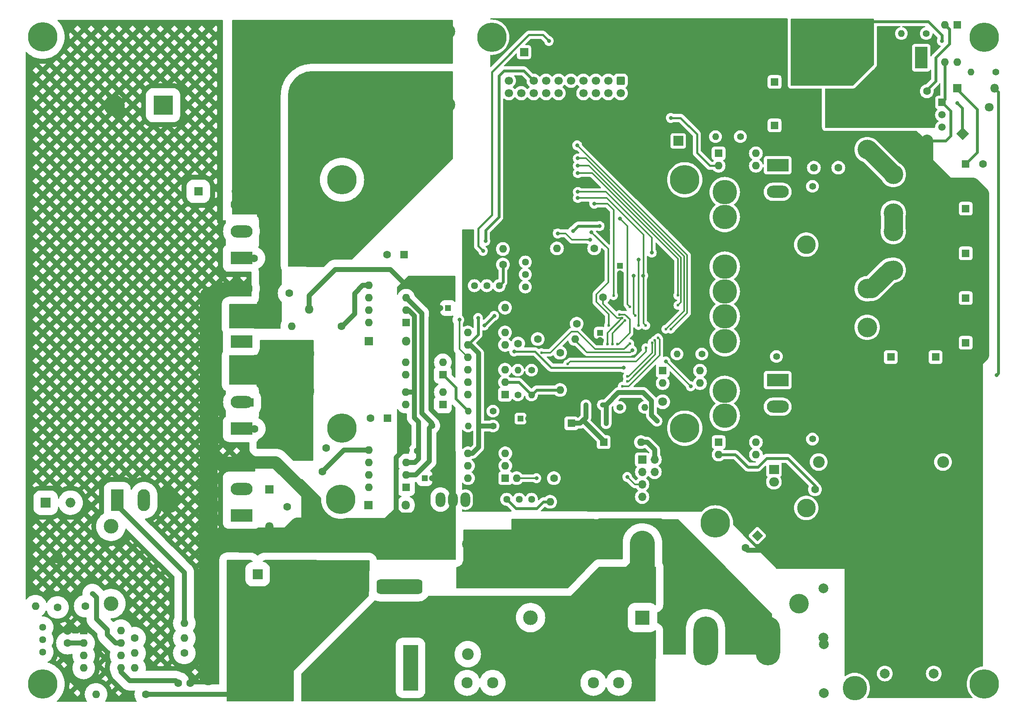
<source format=gbr>
%TF.GenerationSoftware,KiCad,Pcbnew,7.0.9*%
%TF.CreationDate,2024-03-27T11:04:52+01:00*%
%TF.ProjectId,supersmymps v2,73757065-7273-46d7-996d-70732076322e,rev?*%
%TF.SameCoordinates,Original*%
%TF.FileFunction,Copper,L2,Bot*%
%TF.FilePolarity,Positive*%
%FSLAX46Y46*%
G04 Gerber Fmt 4.6, Leading zero omitted, Abs format (unit mm)*
G04 Created by KiCad (PCBNEW 7.0.9) date 2024-03-27 11:04:52*
%MOMM*%
%LPD*%
G01*
G04 APERTURE LIST*
G04 Aperture macros list*
%AMRoundRect*
0 Rectangle with rounded corners*
0 $1 Rounding radius*
0 $2 $3 $4 $5 $6 $7 $8 $9 X,Y pos of 4 corners*
0 Add a 4 corners polygon primitive as box body*
4,1,4,$2,$3,$4,$5,$6,$7,$8,$9,$2,$3,0*
0 Add four circle primitives for the rounded corners*
1,1,$1+$1,$2,$3*
1,1,$1+$1,$4,$5*
1,1,$1+$1,$6,$7*
1,1,$1+$1,$8,$9*
0 Add four rect primitives between the rounded corners*
20,1,$1+$1,$2,$3,$4,$5,0*
20,1,$1+$1,$4,$5,$6,$7,0*
20,1,$1+$1,$6,$7,$8,$9,0*
20,1,$1+$1,$8,$9,$2,$3,0*%
%AMHorizOval*
0 Thick line with rounded ends*
0 $1 width*
0 $2 $3 position (X,Y) of the first rounded end (center of the circle)*
0 $4 $5 position (X,Y) of the second rounded end (center of the circle)*
0 Add line between two ends*
20,1,$1,$2,$3,$4,$5,0*
0 Add two circle primitives to create the rounded ends*
1,1,$1,$2,$3*
1,1,$1,$4,$5*%
%AMRotRect*
0 Rectangle, with rotation*
0 The origin of the aperture is its center*
0 $1 length*
0 $2 width*
0 $3 Rotation angle, in degrees counterclockwise*
0 Add horizontal line*
21,1,$1,$2,0,0,$3*%
G04 Aperture macros list end*
%TA.AperFunction,ComponentPad*%
%ADD10C,1.600000*%
%TD*%
%TA.AperFunction,ComponentPad*%
%ADD11O,1.600000X1.600000*%
%TD*%
%TA.AperFunction,ComponentPad*%
%ADD12R,4.000000X4.000000*%
%TD*%
%TA.AperFunction,ComponentPad*%
%ADD13C,4.000000*%
%TD*%
%TA.AperFunction,ComponentPad*%
%ADD14R,1.600000X1.600000*%
%TD*%
%TA.AperFunction,ComponentPad*%
%ADD15C,1.400000*%
%TD*%
%TA.AperFunction,ComponentPad*%
%ADD16O,1.400000X1.400000*%
%TD*%
%TA.AperFunction,ComponentPad*%
%ADD17C,0.800000*%
%TD*%
%TA.AperFunction,ComponentPad*%
%ADD18C,6.000000*%
%TD*%
%TA.AperFunction,ComponentPad*%
%ADD19C,12.000000*%
%TD*%
%TA.AperFunction,ComponentPad*%
%ADD20R,2.000000X2.000000*%
%TD*%
%TA.AperFunction,ComponentPad*%
%ADD21C,2.000000*%
%TD*%
%TA.AperFunction,ComponentPad*%
%ADD22C,1.440000*%
%TD*%
%TA.AperFunction,ComponentPad*%
%ADD23R,1.700000X1.700000*%
%TD*%
%TA.AperFunction,ComponentPad*%
%ADD24O,1.700000X1.700000*%
%TD*%
%TA.AperFunction,ComponentPad*%
%ADD25RoundRect,0.250000X-0.600000X0.600000X-0.600000X-0.600000X0.600000X-0.600000X0.600000X0.600000X0*%
%TD*%
%TA.AperFunction,ComponentPad*%
%ADD26C,1.700000*%
%TD*%
%TA.AperFunction,ComponentPad*%
%ADD27HorizOval,1.600000X0.000000X0.000000X0.000000X0.000000X0*%
%TD*%
%TA.AperFunction,ComponentPad*%
%ADD28C,2.300000*%
%TD*%
%TA.AperFunction,ComponentPad*%
%ADD29C,3.000000*%
%TD*%
%TA.AperFunction,ComponentPad*%
%ADD30R,1.800000X1.800000*%
%TD*%
%TA.AperFunction,ComponentPad*%
%ADD31O,1.800000X1.800000*%
%TD*%
%TA.AperFunction,ComponentPad*%
%ADD32R,4.500000X2.500000*%
%TD*%
%TA.AperFunction,ComponentPad*%
%ADD33O,4.500000X2.500000*%
%TD*%
%TA.AperFunction,ComponentPad*%
%ADD34C,2.400000*%
%TD*%
%TA.AperFunction,ComponentPad*%
%ADD35O,2.400000X2.400000*%
%TD*%
%TA.AperFunction,ComponentPad*%
%ADD36R,1.200000X1.200000*%
%TD*%
%TA.AperFunction,ComponentPad*%
%ADD37C,1.200000*%
%TD*%
%TA.AperFunction,ComponentPad*%
%ADD38HorizOval,1.600000X0.000000X0.000000X0.000000X0.000000X0*%
%TD*%
%TA.AperFunction,ComponentPad*%
%ADD39C,3.800000*%
%TD*%
%TA.AperFunction,ComponentPad*%
%ADD40R,2.500000X4.500000*%
%TD*%
%TA.AperFunction,ComponentPad*%
%ADD41O,2.500000X4.500000*%
%TD*%
%TA.AperFunction,ComponentPad*%
%ADD42O,5.000000X10.000000*%
%TD*%
%TA.AperFunction,ComponentPad*%
%ADD43RotRect,1.600000X1.600000X225.000000*%
%TD*%
%TA.AperFunction,ComponentPad*%
%ADD44R,3.000000X3.000000*%
%TD*%
%TA.AperFunction,ComponentPad*%
%ADD45O,2.000000X2.000000*%
%TD*%
%TA.AperFunction,ComponentPad*%
%ADD46HorizOval,1.600000X0.000000X0.000000X0.000000X0.000000X0*%
%TD*%
%TA.AperFunction,ComponentPad*%
%ADD47C,1.800000*%
%TD*%
%TA.AperFunction,WasherPad*%
%ADD48C,6.000000*%
%TD*%
%TA.AperFunction,ComponentPad*%
%ADD49C,5.000000*%
%TD*%
%TA.AperFunction,ComponentPad*%
%ADD50RotRect,1.800000X1.800000X45.000000*%
%TD*%
%TA.AperFunction,ComponentPad*%
%ADD51HorizOval,1.800000X0.000000X0.000000X0.000000X0.000000X0*%
%TD*%
%TA.AperFunction,ComponentPad*%
%ADD52R,3.010000X9.360000*%
%TD*%
%TA.AperFunction,ComponentPad*%
%ADD53RoundRect,0.752500X3.927500X0.752500X-3.927500X0.752500X-3.927500X-0.752500X3.927500X-0.752500X0*%
%TD*%
%TA.AperFunction,ComponentPad*%
%ADD54R,1.500000X1.500000*%
%TD*%
%TA.AperFunction,ComponentPad*%
%ADD55C,1.500000*%
%TD*%
%TA.AperFunction,ComponentPad*%
%ADD56R,2.000000X3.000000*%
%TD*%
%TA.AperFunction,ComponentPad*%
%ADD57O,2.000000X3.000000*%
%TD*%
%TA.AperFunction,ComponentPad*%
%ADD58R,2.000000X1.905000*%
%TD*%
%TA.AperFunction,ComponentPad*%
%ADD59O,2.000000X1.905000*%
%TD*%
%TA.AperFunction,ViaPad*%
%ADD60C,5.000000*%
%TD*%
%TA.AperFunction,ViaPad*%
%ADD61C,1.000000*%
%TD*%
%TA.AperFunction,ViaPad*%
%ADD62C,0.800000*%
%TD*%
%TA.AperFunction,ViaPad*%
%ADD63C,2.000000*%
%TD*%
%TA.AperFunction,ViaPad*%
%ADD64C,0.600000*%
%TD*%
%TA.AperFunction,Conductor*%
%ADD65C,0.300000*%
%TD*%
%TA.AperFunction,Conductor*%
%ADD66C,1.000000*%
%TD*%
%TA.AperFunction,Conductor*%
%ADD67C,2.540000*%
%TD*%
%TA.AperFunction,Conductor*%
%ADD68C,0.250000*%
%TD*%
%TA.AperFunction,Conductor*%
%ADD69C,3.810000*%
%TD*%
%TA.AperFunction,Conductor*%
%ADD70C,0.600000*%
%TD*%
%TA.AperFunction,Conductor*%
%ADD71C,5.080000*%
%TD*%
%TA.AperFunction,Conductor*%
%ADD72C,0.450000*%
%TD*%
G04 APERTURE END LIST*
D10*
%TO.P,R38,1*%
%TO.N,DAC_VOL*%
X129540000Y-88392000D03*
D11*
%TO.P,R38,2*%
%TO.N,Net-(U4-1IN-)*%
X129540000Y-96012000D03*
%TD*%
D10*
%TO.P,R2,1*%
%TO.N,Net-(R2-Pad1)*%
X26858000Y-140462000D03*
D11*
%TO.P,R2,2*%
%TO.N,GND*%
X26858000Y-130302000D03*
%TD*%
D12*
%TO.P,C9,1*%
%TO.N,300V clean*%
X48448000Y-37780000D03*
D13*
%TO.P,C9,2*%
%TO.N,GND*%
X38448000Y-37780000D03*
%TD*%
D14*
%TO.P,U16,1*%
%TO.N,Net-(R41-Pad2)*%
X150505000Y-92070000D03*
D11*
%TO.P,U16,2*%
%TO.N,/S+*%
X150505000Y-94610000D03*
%TO.P,U16,3*%
%TO.N,Net-(JP1-B)*%
X158125000Y-94610000D03*
%TO.P,U16,4*%
%TO.N,+12V*%
X158125000Y-92070000D03*
%TD*%
D10*
%TO.P,C24,1*%
%TO.N,/FILTER3*%
X186396000Y-50546000D03*
%TO.P,C24,2*%
%TO.N,VBUS*%
X181396000Y-50546000D03*
%TD*%
D15*
%TO.P,R19,1*%
%TO.N,+12V*%
X115824000Y-100330000D03*
D16*
%TO.P,R19,2*%
%TO.N,Net-(R19-Pad2)*%
X110744000Y-100330000D03*
%TD*%
D17*
%TO.P,REF\u002A\u002A,1*%
%TO.N,N/C*%
X213965000Y-156144000D03*
X214624010Y-154553010D03*
X214624010Y-157734990D03*
X216215000Y-153894000D03*
D18*
X216215000Y-156144000D03*
D17*
X216215000Y-158394000D03*
X217805990Y-154553010D03*
X217805990Y-157734990D03*
X218465000Y-156144000D03*
%TD*%
D15*
%TO.P,R21,1*%
%TO.N,/DRIVE_1*%
X100330000Y-108458000D03*
D16*
%TO.P,R21,2*%
%TO.N,GND*%
X105410000Y-108458000D03*
%TD*%
D14*
%TO.P,C27,1*%
%TO.N,/FILTER2*%
X212400000Y-86360000D03*
D10*
%TO.P,C27,2*%
%TO.N,GND1*%
X215900000Y-86360000D03*
%TD*%
D15*
%TO.P,R39,1*%
%TO.N,Net-(JP1-A)*%
X173736000Y-89154000D03*
D16*
%TO.P,R39,2*%
%TO.N,GND1*%
X168656000Y-89154000D03*
%TD*%
D14*
%TO.P,C28,1*%
%TO.N,/FILTER1*%
X197104000Y-89279349D03*
D10*
%TO.P,C28,2*%
%TO.N,GND1*%
X197104000Y-92779349D03*
%TD*%
D19*
%TO.P,H5,1,1*%
%TO.N,GND1*%
X161544000Y-27432000D03*
%TD*%
D15*
%TO.P,R35,1*%
%TO.N,Net-(U7-PF4)*%
X141732000Y-99568000D03*
D16*
%TO.P,R35,2*%
%TO.N,Net-(D8-A)*%
X146812000Y-99568000D03*
%TD*%
D20*
%TO.P,BZ1,1,-*%
%TO.N,BUZZER*%
X153670000Y-45085000D03*
D21*
%TO.P,BZ1,2,+*%
%TO.N,GND1*%
X153670000Y-37485000D03*
%TD*%
D22*
%TO.P,RV4,1,1*%
%TO.N,Net-(R7-Pad2)*%
X118618000Y-118364000D03*
%TO.P,RV4,2,2*%
%TO.N,Net-(U14A--)*%
X121158000Y-118364000D03*
%TO.P,RV4,3,3*%
%TO.N,Net-(R4-Pad1)*%
X123698000Y-118364000D03*
%TD*%
D15*
%TO.P,R36,1*%
%TO.N,Net-(U4-FB)*%
X123698000Y-91948000D03*
D16*
%TO.P,R36,2*%
%TO.N,Net-(U4-1IN-)*%
X123698000Y-97028000D03*
%TD*%
D23*
%TO.P,J2,1,Pin_1*%
%TO.N,SPI_MISO*%
X146304000Y-110236000D03*
D24*
%TO.P,J2,2,Pin_2*%
%TO.N,Net-(D2-A)*%
X148844000Y-110236000D03*
%TO.P,J2,3,Pin_3*%
%TO.N,SPI_CLK*%
X146304000Y-112776000D03*
%TO.P,J2,4,Pin_4*%
%TO.N,SPI_MOSI*%
X148844000Y-112776000D03*
%TO.P,J2,5,Pin_5*%
%TO.N,~{RESET}*%
X146304000Y-115316000D03*
%TO.P,J2,6,Pin_6*%
%TO.N,GND1*%
X148844000Y-115316000D03*
%TO.P,J2,7,Pin_7*%
%TO.N,UPDI*%
X146304000Y-117856000D03*
%TO.P,J2,8,Pin_8*%
%TO.N,GND1*%
X148844000Y-117856000D03*
%TD*%
D14*
%TO.P,C23,1*%
%TO.N,VBUS*%
X173355000Y-41910000D03*
D10*
%TO.P,C23,2*%
%TO.N,GND1*%
X169855000Y-41910000D03*
%TD*%
D25*
%TO.P,J3,1,Pin_1*%
%TO.N,/7SEG_DEMUX_A*%
X141920000Y-32766000D03*
D26*
%TO.P,J3,2,Pin_2*%
%TO.N,/7SEG_DEMUX_B*%
X141920000Y-35306000D03*
%TO.P,J3,3,Pin_3*%
%TO.N,/7SEG_DEMUX_C*%
X139380000Y-32766000D03*
%TO.P,J3,4,Pin_4*%
%TO.N,/7SEG_DEMUX_D*%
X139380000Y-35306000D03*
%TO.P,J3,5,Pin_5*%
%TO.N,/7SEG_A*%
X136840000Y-32766000D03*
%TO.P,J3,6,Pin_6*%
%TO.N,/7SEG_B*%
X136840000Y-35306000D03*
%TO.P,J3,7,Pin_7*%
%TO.N,/7SEG_C*%
X134300000Y-32766000D03*
%TO.P,J3,8,Pin_8*%
%TO.N,/7SEG_D*%
X134300000Y-35306000D03*
%TO.P,J3,9,Pin_9*%
%TO.N,UI_0*%
X131760000Y-32766000D03*
%TO.P,J3,10,Pin_10*%
%TO.N,GND1*%
X131760000Y-35306000D03*
%TO.P,J3,11,Pin_11*%
%TO.N,UI_1*%
X129220000Y-32766000D03*
%TO.P,J3,12,Pin_12*%
%TO.N,UI_2*%
X129220000Y-35306000D03*
%TO.P,J3,13,Pin_13*%
%TO.N,UI_3*%
X126680000Y-32766000D03*
%TO.P,J3,14,Pin_14*%
%TO.N,FAN_PWM*%
X126680000Y-35306000D03*
%TO.P,J3,15,Pin_15*%
%TO.N,+12V*%
X124140000Y-32766000D03*
%TO.P,J3,16,Pin_16*%
%TO.N,SPI_MOSI*%
X124140000Y-35306000D03*
%TO.P,J3,17,Pin_17*%
%TO.N,GND1*%
X121600000Y-32766000D03*
%TO.P,J3,18,Pin_18*%
%TO.N,SPI_CLK*%
X121600000Y-35306000D03*
%TO.P,J3,19,Pin_19*%
%TO.N,DISPLAY_~{CS}*%
X119060000Y-32766000D03*
%TO.P,J3,20,Pin_20*%
%TO.N,+5V*%
X119060000Y-35306000D03*
%TD*%
D10*
%TO.P,R26,1*%
%TO.N,Net-(U9-LO)*%
X80960000Y-112673898D03*
D27*
%TO.P,R26,2*%
%TO.N,Net-(Q5-G)*%
X73775795Y-119858103D03*
%TD*%
D10*
%TO.P,C7,1*%
%TO.N,Net-(U4-CT)*%
X120965000Y-86508000D03*
%TO.P,C7,2*%
%TO.N,GND1*%
X120965000Y-84008000D03*
%TD*%
D23*
%TO.P,J5,1,Pin_1*%
%TO.N,IBUS*%
X122174000Y-26924000D03*
%TD*%
D28*
%TO.P,F1,1*%
%TO.N,VAC*%
X141545000Y-155890000D03*
X136345000Y-155890000D03*
%TO.P,F1,2*%
%TO.N,/LIVE_FUSED*%
X115745000Y-155890000D03*
X110545000Y-155890000D03*
%TD*%
D14*
%TO.P,U12,1*%
%TO.N,OUTPUT_CONTROL*%
X210698000Y-21346000D03*
D11*
%TO.P,U12,2*%
%TO.N,Net-(R28-Pad1)*%
X208158000Y-21346000D03*
%TO.P,U12,3*%
%TO.N,GND1*%
X208158000Y-28966000D03*
%TO.P,U12,4*%
%TO.N,Net-(Q8-B)*%
X210698000Y-28966000D03*
%TD*%
D17*
%TO.P,REF\u002A\u002A,1*%
%TO.N,N/C*%
X213965000Y-23846000D03*
X214624010Y-22255010D03*
X214624010Y-25436990D03*
X216215000Y-21596000D03*
D18*
X216215000Y-23846000D03*
D17*
X216215000Y-26096000D03*
X217805990Y-22255010D03*
X217805990Y-25436990D03*
X218465000Y-23846000D03*
%TD*%
D29*
%TO.P,C17,1*%
%TO.N,Net-(D13-K)*%
X76134000Y-22660000D03*
%TO.P,C17,2*%
%TO.N,Net-(T1-AA)*%
X76134000Y-37660000D03*
%TD*%
D30*
%TO.P,D9,1,K*%
%TO.N,300V clean*%
X55626000Y-55372000D03*
D31*
%TO.P,D9,2,A*%
%TO.N,Net-(D13-K)*%
X63246000Y-55372000D03*
%TD*%
D10*
%TO.P,R34,1*%
%TO.N,~{RESET}*%
X138330077Y-77061923D03*
D27*
%TO.P,R34,2*%
%TO.N,Net-(R34-Pad2)*%
X132941923Y-82450077D03*
%TD*%
D10*
%TO.P,R3,1*%
%TO.N,Net-(R3-Pad1)*%
X124968000Y-85598000D03*
D11*
%TO.P,R3,2*%
%TO.N,VBUS*%
X132588000Y-85598000D03*
%TD*%
D32*
%TO.P,Q3,1,G*%
%TO.N,Net-(Q3-G)*%
X64450000Y-86145000D03*
D33*
%TO.P,Q3,2,D*%
%TO.N,Net-(D13-K)*%
X64450000Y-80695000D03*
%TO.P,Q3,3,S*%
%TO.N,GND*%
X64450000Y-75245000D03*
%TD*%
D34*
%TO.P,R32,1*%
%TO.N,Net-(Q6-D)*%
X182372000Y-110744000D03*
D35*
%TO.P,R32,2*%
%TO.N,/FILTER1*%
X207772000Y-110744000D03*
%TD*%
D10*
%TO.P,C2,1*%
%TO.N,Net-(U2-ICOMP)*%
X28890000Y-147788000D03*
%TO.P,C2,2*%
%TO.N,GND*%
X28890000Y-145288000D03*
%TD*%
D36*
%TO.P,C11,1*%
%TO.N,+12VA*%
X101854000Y-114046000D03*
D37*
%TO.P,C11,2*%
%TO.N,GND*%
X103354000Y-114046000D03*
%TD*%
D10*
%TO.P,R28,1*%
%TO.N,Net-(R28-Pad1)*%
X204470000Y-34925000D03*
D11*
%TO.P,R28,2*%
%TO.N,GND1*%
X204470000Y-45085000D03*
%TD*%
D10*
%TO.P,C3,1*%
%TO.N,Net-(U2-VCOMP)*%
X51516000Y-155956000D03*
%TO.P,C3,2*%
%TO.N,GND*%
X54016000Y-155956000D03*
%TD*%
D36*
%TO.P,C1,1*%
%TO.N,+12V*%
X121436000Y-101854000D03*
D37*
%TO.P,C1,2*%
%TO.N,GND1*%
X122936000Y-101854000D03*
%TD*%
D14*
%TO.P,U8,1,VCC*%
%TO.N,+12VA*%
X98095000Y-82220000D03*
D11*
%TO.P,U8,2,HIN*%
%TO.N,/DRIVE_1*%
X98095000Y-79680000D03*
%TO.P,U8,3,LIN*%
%TO.N,/DRIVE_2*%
X98095000Y-77140000D03*
%TO.P,U8,4,COM*%
%TO.N,GND*%
X98095000Y-74600000D03*
%TO.P,U8,5,LO*%
%TO.N,Net-(U8-LO)*%
X90475000Y-74600000D03*
%TO.P,U8,6,VS*%
%TO.N,Net-(D13-K)*%
X90475000Y-77140000D03*
%TO.P,U8,7,HO*%
%TO.N,Net-(U8-HO)*%
X90475000Y-79680000D03*
%TO.P,U8,8,VB*%
%TO.N,Net-(D4-K)*%
X90475000Y-82220000D03*
%TD*%
D10*
%TO.P,R6,1*%
%TO.N,GND1*%
X110236000Y-67183000D03*
D11*
%TO.P,R6,2*%
%TO.N,Net-(R6-Pad2)*%
X117856000Y-67183000D03*
%TD*%
D32*
%TO.P,Q4,1,G*%
%TO.N,Net-(Q4-G)*%
X64450000Y-103925000D03*
D33*
%TO.P,Q4,2,D*%
%TO.N,300V clean*%
X64450000Y-98475000D03*
%TO.P,Q4,3,S*%
%TO.N,Net-(D14-A)*%
X64450000Y-93025000D03*
%TD*%
D10*
%TO.P,R8,1*%
%TO.N,GND*%
X42606000Y-143698000D03*
D11*
%TO.P,R8,2*%
%TO.N,PFC1*%
X52766000Y-143698000D03*
%TD*%
D14*
%TO.P,C26,1*%
%TO.N,/FILTER3*%
X212400000Y-58928000D03*
D10*
%TO.P,C26,2*%
%TO.N,GND1*%
X215900000Y-58928000D03*
%TD*%
D14*
%TO.P,U2,1,GND*%
%TO.N,GND*%
X32202000Y-145232000D03*
D11*
%TO.P,U2,2,ICOMP*%
%TO.N,Net-(U2-ICOMP)*%
X32202000Y-147772000D03*
%TO.P,U2,3,ISENSE*%
%TO.N,PFC_ISENSE*%
X32202000Y-150312000D03*
%TO.P,U2,4,VINS*%
%TO.N,Net-(U2-VINS)*%
X32202000Y-152852000D03*
%TO.P,U2,5,VCOMP*%
%TO.N,Net-(U2-VCOMP)*%
X39822000Y-152852000D03*
%TO.P,U2,6,VSENSE*%
%TO.N,Net-(U2-VSENSE)*%
X39822000Y-150312000D03*
%TO.P,U2,7,VCC*%
%TO.N,+12VA*%
X39822000Y-147772000D03*
%TO.P,U2,8,GATE*%
%TO.N,Net-(U2-GATE)*%
X39822000Y-145232000D03*
%TD*%
D14*
%TO.P,C13,1*%
%TO.N,Net-(D5-K)*%
X94296651Y-101788000D03*
D10*
%TO.P,C13,2*%
%TO.N,Net-(D14-A)*%
X90796651Y-101788000D03*
%TD*%
%TO.P,R25,1*%
%TO.N,Net-(U9-HO)*%
X81782355Y-107890201D03*
D38*
%TO.P,R25,2*%
%TO.N,Net-(Q4-G)*%
X67061645Y-103945799D03*
%TD*%
D17*
%TO.P,REF\u002A\u002A,1*%
%TO.N,N/C*%
X113320000Y-23876000D03*
X113979010Y-22285010D03*
X113979010Y-25466990D03*
X115570000Y-21626000D03*
D18*
X115570000Y-23876000D03*
D17*
X115570000Y-26126000D03*
X117160990Y-22285010D03*
X117160990Y-25466990D03*
X117820000Y-23876000D03*
%TD*%
D14*
%TO.P,C20,1*%
%TO.N,/FILTER3*%
X212400000Y-68072000D03*
D10*
%TO.P,C20,2*%
%TO.N,GND1*%
X215900000Y-68072000D03*
%TD*%
D39*
%TO.P,REF\u002A\u002A,1*%
%TO.N,N/C*%
X179832000Y-66294000D03*
%TD*%
D13*
%TO.P,L5,1,1*%
%TO.N,LV_RECT*%
X192278000Y-83198000D03*
%TO.P,L5,2,2*%
%TO.N,/FILTER1*%
X192278000Y-75298000D03*
%TD*%
D14*
%TO.P,D2,1,K*%
%TO.N,+5V*%
X138430000Y-106680000D03*
D11*
%TO.P,D2,2,A*%
%TO.N,Net-(D2-A)*%
X146050000Y-106680000D03*
%TD*%
D14*
%TO.P,C29,1*%
%TO.N,Net-(D11-K)*%
X212400000Y-49784000D03*
D10*
%TO.P,C29,2*%
%TO.N,VDC*%
X215900000Y-49784000D03*
%TD*%
D14*
%TO.P,U5,1*%
%TO.N,Net-(R19-Pad2)*%
X105588000Y-92903000D03*
D11*
%TO.P,U5,2*%
%TO.N,/S-*%
X105588000Y-90363000D03*
%TO.P,U5,3*%
%TO.N,/DRIVE_2*%
X97968000Y-90363000D03*
%TO.P,U5,4*%
%TO.N,+12VA*%
X97968000Y-92903000D03*
%TD*%
D13*
%TO.P,L3,1,1*%
%TO.N,/FILTER2*%
X197612000Y-59830000D03*
%TO.P,L3,2,2*%
%TO.N,/FILTER3*%
X197612000Y-51930000D03*
%TD*%
D22*
%TO.P,RV2,1,1*%
%TO.N,Net-(R3-Pad1)*%
X122428000Y-74930000D03*
%TO.P,RV2,2,2*%
%TO.N,ADC_VOL*%
X122428000Y-72390000D03*
%TO.P,RV2,3,3*%
%TO.N,Net-(R6-Pad2)*%
X122428000Y-69850000D03*
%TD*%
D14*
%TO.P,C19,1*%
%TO.N,/FILTER2*%
X212400000Y-77216000D03*
D10*
%TO.P,C19,2*%
%TO.N,GND1*%
X215900000Y-77216000D03*
%TD*%
D14*
%TO.P,C21,1*%
%TO.N,+5V*%
X131826000Y-102830621D03*
D10*
%TO.P,C21,2*%
%TO.N,GND1*%
X131826000Y-105330621D03*
%TD*%
%TO.P,R4,1*%
%TO.N,Net-(R4-Pad1)*%
X128270000Y-114046000D03*
D11*
%TO.P,R4,2*%
%TO.N,ADC_CUR*%
X120650000Y-114046000D03*
%TD*%
D15*
%TO.P,R22,1*%
%TO.N,/DRIVE_2*%
X103312000Y-103312000D03*
D16*
%TO.P,R22,2*%
%TO.N,GND*%
X98232000Y-103312000D03*
%TD*%
D32*
%TO.P,Q5,1,G*%
%TO.N,Net-(Q5-G)*%
X64450000Y-121705000D03*
D33*
%TO.P,Q5,2,D*%
%TO.N,Net-(D14-A)*%
X64450000Y-116255000D03*
%TO.P,Q5,3,S*%
%TO.N,GND*%
X64450000Y-110805000D03*
%TD*%
D40*
%TO.P,Q7,1,G*%
%TO.N,Net-(D12-K)*%
X203316000Y-28067000D03*
D41*
%TO.P,Q7,2,D*%
%TO.N,VBUS*%
X197866000Y-28067000D03*
%TO.P,Q7,3,S*%
%TO.N,VDC*%
X192416000Y-28067000D03*
%TD*%
D42*
%TO.P,J1,1,AC_P*%
%TO.N,VAC*%
X159258000Y-147320000D03*
%TO.P,J1,2,AC_N*%
%TO.N,NEUT*%
X171958000Y-147320000D03*
D13*
%TO.P,J1,3,EARTH*%
%TO.N,Earth*%
X178308000Y-139700000D03*
%TD*%
D22*
%TO.P,RV3,1,1*%
%TO.N,unconnected-(RV3-Pad1)*%
X112014000Y-74676000D03*
%TO.P,RV3,2,2*%
%TO.N,Net-(U4-RT)*%
X114554000Y-74676000D03*
%TO.P,RV3,3,3*%
%TO.N,Net-(R9-Pad1)*%
X117094000Y-74676000D03*
%TD*%
%TO.P,RV1,1,1*%
%TO.N,Net-(R1-Pad2)*%
X23810000Y-149606000D03*
%TO.P,RV1,2,2*%
%TO.N,Net-(U2-VINS)*%
X23810000Y-147066000D03*
%TO.P,RV1,3,3*%
%TO.N,Net-(R2-Pad1)*%
X23810000Y-144526000D03*
%TD*%
D14*
%TO.P,U14,1*%
%TO.N,ADC_CUR*%
X118354000Y-114036000D03*
D11*
%TO.P,U14,2,-*%
%TO.N,Net-(U14A--)*%
X118354000Y-111496000D03*
%TO.P,U14,3,+*%
%TO.N,IBUS*%
X118354000Y-108956000D03*
%TO.P,U14,4,V-*%
%TO.N,GND1*%
X118354000Y-106416000D03*
%TO.P,U14,5,+*%
X110734000Y-106416000D03*
%TO.P,U14,6,-*%
%TO.N,+12V*%
X110734000Y-108956000D03*
%TO.P,U14,7*%
%TO.N,unconnected-(U14-Pad7)*%
X110734000Y-111496000D03*
%TO.P,U14,8,V+*%
%TO.N,+12V*%
X110734000Y-114036000D03*
%TD*%
D13*
%TO.P,L2,1,1*%
%TO.N,/FILTER1*%
X197612000Y-71514000D03*
%TO.P,L2,2,2*%
%TO.N,/FILTER2*%
X197612000Y-63614000D03*
%TD*%
D15*
%TO.P,R40,1*%
%TO.N,+12V*%
X166370000Y-44196000D03*
D16*
%TO.P,R40,2*%
%TO.N,Net-(R40-Pad2)*%
X161290000Y-44196000D03*
%TD*%
D29*
%TO.P,C14,1*%
%TO.N,Net-(D13-K)*%
X106614000Y-22660000D03*
%TO.P,C14,2*%
%TO.N,Net-(T1-AA)*%
X106614000Y-37660000D03*
%TD*%
D10*
%TO.P,R5,1*%
%TO.N,Net-(U2-GATE)*%
X42606000Y-146746000D03*
D11*
%TO.P,R5,2*%
%TO.N,PFC1*%
X52766000Y-146746000D03*
%TD*%
D17*
%TO.P,REF\u002A\u002A,1*%
%TO.N,N/C*%
X82459000Y-118364000D03*
X83118010Y-116773010D03*
X83118010Y-119954990D03*
X84709000Y-116114000D03*
D18*
X84709000Y-118364000D03*
D17*
X84709000Y-120614000D03*
X86299990Y-116773010D03*
X86299990Y-119954990D03*
X86959000Y-118364000D03*
%TD*%
D14*
%TO.P,U13,1*%
%TO.N,CROWBAR*%
X161935000Y-106675000D03*
D11*
%TO.P,U13,2*%
%TO.N,Net-(R31-Pad1)*%
X161935000Y-109215000D03*
%TO.P,U13,3*%
%TO.N,Net-(Q6-G)*%
X169555000Y-109215000D03*
%TO.P,U13,4*%
%TO.N,+12V*%
X169555000Y-106675000D03*
%TD*%
D15*
%TO.P,R29,1*%
%TO.N,+12V*%
X218567000Y-30988000D03*
D16*
%TO.P,R29,2*%
%TO.N,Net-(Q8-B)*%
X213487000Y-30988000D03*
%TD*%
D10*
%TO.P,R14,1*%
%TO.N,/PFC_SHUNT*%
X44892000Y-158242000D03*
D11*
%TO.P,R14,2*%
%TO.N,PFC_ISENSE*%
X34732000Y-158242000D03*
%TD*%
D19*
%TO.P,H4,1,1*%
%TO.N,VDC*%
X183134000Y-27559000D03*
%TD*%
D10*
%TO.P,R1,1*%
%TO.N,/rectified 300V*%
X32512000Y-140208000D03*
D11*
%TO.P,R1,2*%
%TO.N,Net-(R1-Pad2)*%
X22352000Y-140208000D03*
%TD*%
D43*
%TO.P,C18,1*%
%TO.N,+12V*%
X169860874Y-125795126D03*
D10*
%TO.P,C18,2*%
%TO.N,GND1*%
X167386000Y-128270000D03*
%TD*%
D39*
%TO.P,,1*%
%TO.N,N/C*%
X179832000Y-120142000D03*
%TD*%
D14*
%TO.P,C25,1*%
%TO.N,VBUS*%
X173355000Y-33020000D03*
D10*
%TO.P,C25,2*%
%TO.N,GND1*%
X169855000Y-33020000D03*
%TD*%
D32*
%TO.P,Q10,1,G*%
%TO.N,Net-(JP2-A)*%
X173990000Y-50038000D03*
D33*
%TO.P,Q10,2,D*%
%TO.N,/+HALF_RECT*%
X173990000Y-55488000D03*
%TO.P,Q10,3,S*%
%TO.N,GND1*%
X173990000Y-60938000D03*
%TD*%
D32*
%TO.P,Q9,1,G*%
%TO.N,Net-(JP1-A)*%
X173990000Y-93980000D03*
D33*
%TO.P,Q9,2,D*%
%TO.N,/-HALF_RECT*%
X173990000Y-99430000D03*
%TO.P,Q9,3,S*%
%TO.N,GND1*%
X173990000Y-104880000D03*
%TD*%
D40*
%TO.P,Q1,1,G*%
%TO.N,PFC1*%
X39072000Y-118552000D03*
D41*
%TO.P,Q1,2,D*%
%TO.N,Net-(D3-A)*%
X44522000Y-118552000D03*
%TO.P,Q1,3,S*%
%TO.N,GND*%
X49972000Y-118552000D03*
%TD*%
D44*
%TO.P,FL1,1,1*%
%TO.N,/LIVE_FUSED*%
X146365000Y-142550000D03*
D29*
%TO.P,FL1,2,2*%
%TO.N,/live filtered*%
X146365000Y-127310000D03*
%TO.P,FL1,3,3*%
%TO.N,NEUT*%
X123505000Y-127310000D03*
%TO.P,FL1,4,4*%
%TO.N,/neut filtered*%
X123505000Y-142550000D03*
%TD*%
D10*
%TO.P,R13,1*%
%TO.N,GND*%
X52766000Y-152842000D03*
D11*
%TO.P,R13,2*%
%TO.N,Net-(U2-VSENSE)*%
X42606000Y-152842000D03*
%TD*%
D15*
%TO.P,R33,1*%
%TO.N,Net-(D11-K)*%
X204343000Y-23114000D03*
D16*
%TO.P,R33,2*%
%TO.N,Net-(D12-K)*%
X199263000Y-23114000D03*
%TD*%
D10*
%TO.P,R7,1*%
%TO.N,GND1*%
X135128000Y-118872000D03*
D11*
%TO.P,R7,2*%
%TO.N,Net-(R7-Pad2)*%
X127508000Y-118872000D03*
%TD*%
D20*
%TO.P,C8,1*%
%TO.N,/rectified 300V*%
X67752000Y-133685677D03*
D21*
%TO.P,C8,2*%
%TO.N,GND*%
X67752000Y-128685677D03*
%TD*%
D15*
%TO.P,R37,1*%
%TO.N,Net-(JP2-A)*%
X181102000Y-54356000D03*
D16*
%TO.P,R37,2*%
%TO.N,GND1*%
X186182000Y-54356000D03*
%TD*%
D14*
%TO.P,U4,1,1IN+*%
%TO.N,ADC_VOL*%
X118288000Y-96947000D03*
D11*
%TO.P,U4,2,1IN-*%
%TO.N,Net-(U4-1IN-)*%
X118288000Y-94407000D03*
%TO.P,U4,3,FB*%
%TO.N,Net-(U4-FB)*%
X118288000Y-91867000D03*
%TO.P,U4,4,DTC*%
%TO.N,GND1*%
X118288000Y-89327000D03*
%TO.P,U4,5,CT*%
%TO.N,Net-(U4-CT)*%
X118288000Y-86787000D03*
%TO.P,U4,6,RT*%
%TO.N,Net-(U4-RT)*%
X118288000Y-84247000D03*
%TO.P,U4,7,GND*%
%TO.N,GND1*%
X118288000Y-81707000D03*
%TO.P,U4,8,C1*%
%TO.N,/S-*%
X118288000Y-79167000D03*
%TO.P,U4,9,E1*%
%TO.N,GND1*%
X110668000Y-79167000D03*
%TO.P,U4,10,E2*%
X110668000Y-81707000D03*
%TO.P,U4,11,C2*%
%TO.N,/S+*%
X110668000Y-84247000D03*
%TO.P,U4,12,VCC*%
%TO.N,+12V*%
X110668000Y-86787000D03*
%TO.P,U4,13,OUTCTRL*%
%TO.N,DAC_REF*%
X110668000Y-89327000D03*
%TO.P,U4,14,REF*%
X110668000Y-91867000D03*
%TO.P,U4,15,2IN-*%
%TO.N,Net-(U4-2IN-)*%
X110668000Y-94407000D03*
%TO.P,U4,16,2IN+*%
%TO.N,ADC_CUR*%
X110668000Y-96947000D03*
%TD*%
D10*
%TO.P,R24,1*%
%TO.N,Net-(U8-LO)*%
X84897000Y-82992000D03*
D11*
%TO.P,R24,2*%
%TO.N,Net-(Q3-G)*%
X74737000Y-82992000D03*
%TD*%
D10*
%TO.P,R31,1*%
%TO.N,Net-(R31-Pad1)*%
X181610000Y-116332000D03*
D11*
%TO.P,R31,2*%
%TO.N,GND1*%
X191770000Y-116332000D03*
%TD*%
D10*
%TO.P,R9,1*%
%TO.N,Net-(R9-Pad1)*%
X117856000Y-70358000D03*
D11*
%TO.P,R9,2*%
%TO.N,GND1*%
X110236000Y-70358000D03*
%TD*%
D30*
%TO.P,D11,1,K*%
%TO.N,Net-(D11-K)*%
X210693000Y-34290000D03*
D31*
%TO.P,D11,2,A*%
%TO.N,+12V*%
X218313000Y-34290000D03*
%TD*%
D30*
%TO.P,D5,1,K*%
%TO.N,Net-(D5-K)*%
X90358000Y-119568000D03*
D31*
%TO.P,D5,2,A*%
%TO.N,+12VA*%
X97978000Y-119568000D03*
%TD*%
D14*
%TO.P,U6,1*%
%TO.N,Net-(R20-Pad2)*%
X105588000Y-98999000D03*
D11*
%TO.P,U6,2*%
%TO.N,/S+*%
X105588000Y-96459000D03*
%TO.P,U6,3*%
%TO.N,/DRIVE_1*%
X97968000Y-96459000D03*
%TO.P,U6,4*%
%TO.N,+12VA*%
X97968000Y-98999000D03*
%TD*%
D10*
%TO.P,R11,1*%
%TO.N,DAC_CUR*%
X136525000Y-67056000D03*
D11*
%TO.P,R11,2*%
%TO.N,Net-(U4-2IN-)*%
X128905000Y-67056000D03*
%TD*%
D14*
%TO.P,C12,1*%
%TO.N,Net-(D4-K)*%
X97697822Y-68326000D03*
D10*
%TO.P,C12,2*%
%TO.N,Net-(D13-K)*%
X94197822Y-68326000D03*
%TD*%
D21*
%TO.P,C5,1*%
%TO.N,NEUT*%
X183388000Y-158000000D03*
%TO.P,C5,2*%
%TO.N,Earth*%
X183388000Y-148000000D03*
%TD*%
D15*
%TO.P,R30,1*%
%TO.N,Net-(Q6-G)*%
X181102000Y-106045000D03*
D16*
%TO.P,R30,2*%
%TO.N,GND1*%
X186182000Y-106045000D03*
%TD*%
D21*
%TO.P,C6,1*%
%TO.N,/LIVE_FUSED*%
X183373476Y-136608965D03*
%TO.P,C6,2*%
%TO.N,Earth*%
X183373476Y-146608965D03*
%TD*%
D30*
%TO.P,D13,1,K*%
%TO.N,Net-(D13-K)*%
X70612000Y-79502000D03*
D31*
%TO.P,D13,2,A*%
%TO.N,GND*%
X78232000Y-79502000D03*
%TD*%
D14*
%TO.P,U9,1,VCC*%
%TO.N,+12VA*%
X98095000Y-115875000D03*
D11*
%TO.P,U9,2,HIN*%
%TO.N,/DRIVE_2*%
X98095000Y-113335000D03*
%TO.P,U9,3,LIN*%
%TO.N,/DRIVE_1*%
X98095000Y-110795000D03*
%TO.P,U9,4,COM*%
%TO.N,GND*%
X98095000Y-108255000D03*
%TO.P,U9,5,LO*%
%TO.N,Net-(U9-LO)*%
X90475000Y-108255000D03*
%TO.P,U9,6,VS*%
%TO.N,Net-(D14-A)*%
X90475000Y-110795000D03*
%TO.P,U9,7,HO*%
%TO.N,Net-(U9-HO)*%
X90475000Y-113335000D03*
%TO.P,U9,8,VB*%
%TO.N,Net-(D5-K)*%
X90475000Y-115875000D03*
%TD*%
D36*
%TO.P,C31,1*%
%TO.N,+5V*%
X137668000Y-84304000D03*
D37*
%TO.P,C31,2*%
%TO.N,GND1*%
X137668000Y-85804000D03*
%TD*%
D34*
%TO.P,C4,1*%
%TO.N,/LIVE_FUSED*%
X110678000Y-150048000D03*
%TO.P,C4,2*%
%TO.N,NEUT*%
X110678000Y-127548000D03*
%TD*%
D14*
%TO.P,C22,1*%
%TO.N,/FILTER1*%
X206248000Y-89279349D03*
D10*
%TO.P,C22,2*%
%TO.N,GND1*%
X206248000Y-92779349D03*
%TD*%
D29*
%TO.P,C16,1*%
%TO.N,Net-(D13-K)*%
X86294000Y-22660000D03*
%TO.P,C16,2*%
%TO.N,Net-(T1-AA)*%
X86294000Y-37660000D03*
%TD*%
D15*
%TO.P,R10,1*%
%TO.N,Net-(U4-2IN-)*%
X120904000Y-97028000D03*
D16*
%TO.P,R10,2*%
%TO.N,Net-(U4-FB)*%
X120904000Y-91948000D03*
%TD*%
D20*
%TO.P,D3,1,K*%
%TO.N,300V clean*%
X24445000Y-119060000D03*
D45*
%TO.P,D3,2,A*%
%TO.N,Net-(D3-A)*%
X29525000Y-119060000D03*
%TD*%
D10*
%TO.P,R23,1*%
%TO.N,Net-(U8-HO)*%
X74168000Y-76236103D03*
D46*
%TO.P,R23,2*%
%TO.N,Net-(Q2-G)*%
X66983795Y-69051898D03*
%TD*%
D30*
%TO.P,D8,1,K*%
%TO.N,GND1*%
X153035000Y-98425000D03*
D47*
%TO.P,D8,2,A*%
%TO.N,Net-(D8-A)*%
X150495000Y-98425000D03*
%TD*%
D29*
%TO.P,C15,1*%
%TO.N,Net-(D13-K)*%
X96454000Y-22660000D03*
%TO.P,C15,2*%
%TO.N,Net-(T1-AA)*%
X96454000Y-37660000D03*
%TD*%
D30*
%TO.P,D4,1,K*%
%TO.N,Net-(D4-K)*%
X90485000Y-86040000D03*
D31*
%TO.P,D4,2,A*%
%TO.N,+12VA*%
X98105000Y-86040000D03*
%TD*%
D17*
%TO.P,REF\u002A\u002A,1*%
%TO.N,N/C*%
X21560000Y-23810000D03*
X22219010Y-22219010D03*
X22219010Y-25400990D03*
X23810000Y-21560000D03*
D18*
X23810000Y-23810000D03*
D17*
X23810000Y-26060000D03*
X25400990Y-22219010D03*
X25400990Y-25400990D03*
X26060000Y-23810000D03*
%TD*%
D36*
%TO.P,C32,1*%
%TO.N,+5V*%
X141732000Y-70636000D03*
D37*
%TO.P,C32,2*%
%TO.N,GND1*%
X141732000Y-72136000D03*
%TD*%
D21*
%TO.P,J4,1,Pin_1*%
%TO.N,unconnected-(J4-Pin_1-Pad1)*%
X195895000Y-153985000D03*
%TO.P,J4,2,Pin_2*%
%TO.N,GND1*%
X200895000Y-150625000D03*
%TO.P,J4,3,Pin_3*%
%TO.N,+12V*%
X205895000Y-153985000D03*
%TD*%
D48*
%TO.P,T1,*%
%TO.N,*%
X85000000Y-53020000D03*
X85000000Y-103820000D03*
X155000000Y-53020000D03*
X155000000Y-103820000D03*
D49*
%TO.P,T1,1,AA*%
%TO.N,Net-(T1-AA)*%
X76820000Y-60640000D03*
X76820000Y-68260000D03*
%TO.P,T1,2,AB*%
%TO.N,Net-(D14-A)*%
X76820000Y-88580000D03*
X76820000Y-96200000D03*
%TO.P,T1,3,SA*%
%TO.N,/+HALF_RECT*%
X163180000Y-55560000D03*
X163180000Y-60640000D03*
%TO.P,T1,4,SB*%
%TO.N,LV_RECT*%
X163180000Y-70800000D03*
X163180000Y-75880000D03*
%TO.P,T1,5,SC*%
X163180000Y-80960000D03*
X163180000Y-86040000D03*
%TO.P,T1,6,SD*%
%TO.N,/-HALF_RECT*%
X163180000Y-96200000D03*
X163180000Y-101280000D03*
%TD*%
D29*
%TO.P,L1,1,1*%
%TO.N,/rectified 300V*%
X37780000Y-139700000D03*
%TO.P,L1,2,2*%
%TO.N,Net-(D3-A)*%
X37780000Y-123900000D03*
%TD*%
D17*
%TO.P,REF\u002A\u002A,1*%
%TO.N,N/C*%
X21560000Y-156144000D03*
X22219010Y-154553010D03*
X22219010Y-157734990D03*
X23810000Y-153894000D03*
D18*
X23810000Y-156144000D03*
D17*
X23810000Y-158394000D03*
X25400990Y-154553010D03*
X25400990Y-157734990D03*
X26060000Y-156144000D03*
%TD*%
D50*
%TO.P,D12,1,K*%
%TO.N,Net-(D12-K)*%
X211808924Y-43588077D03*
D51*
%TO.P,D12,2,A*%
%TO.N,VDC*%
X217197078Y-38199923D03*
%TD*%
D30*
%TO.P,D15,1,K*%
%TO.N,Net-(D14-A)*%
X70104000Y-116332000D03*
D31*
%TO.P,D15,2,A*%
%TO.N,GND*%
X70104000Y-123952000D03*
%TD*%
D52*
%TO.P,D1,1,+*%
%TO.N,/rectified 300V*%
X98994000Y-152842000D03*
D53*
%TO.P,D1,2*%
%TO.N,/live filtered*%
X82394000Y-154342000D03*
%TO.P,D1,3,-*%
%TO.N,/PFC_SHUNT*%
X82394000Y-136242000D03*
%TO.P,D1,4*%
%TO.N,/neut filtered*%
X96694000Y-136242000D03*
%TD*%
D36*
%TO.P,C10,1*%
%TO.N,+12VA*%
X106640599Y-79248000D03*
D37*
%TO.P,C10,2*%
%TO.N,GND*%
X105140599Y-79248000D03*
%TD*%
D15*
%TO.P,R20,1*%
%TO.N,+12V*%
X115824000Y-103378000D03*
D16*
%TO.P,R20,2*%
%TO.N,Net-(R20-Pad2)*%
X110744000Y-103378000D03*
%TD*%
D15*
%TO.P,R41,1*%
%TO.N,+12V*%
X158496000Y-88646000D03*
D16*
%TO.P,R41,2*%
%TO.N,Net-(R41-Pad2)*%
X153416000Y-88646000D03*
%TD*%
D10*
%TO.P,R12,1*%
%TO.N,300V clean*%
X52766000Y-149794000D03*
D11*
%TO.P,R12,2*%
%TO.N,Net-(U2-VSENSE)*%
X42606000Y-149794000D03*
%TD*%
D14*
%TO.P,U15,1*%
%TO.N,Net-(R40-Pad2)*%
X161925000Y-47620000D03*
D11*
%TO.P,U15,2*%
%TO.N,/S-*%
X161925000Y-50160000D03*
%TO.P,U15,3*%
%TO.N,Net-(JP2-B)*%
X169545000Y-50160000D03*
%TO.P,U15,4*%
%TO.N,+12V*%
X169545000Y-47620000D03*
%TD*%
D54*
%TO.P,Q8,1,E*%
%TO.N,GND1*%
X207518000Y-37211000D03*
D55*
%TO.P,Q8,2,B*%
%TO.N,Net-(Q8-B)*%
X207518000Y-39751000D03*
%TO.P,Q8,3,C*%
%TO.N,Net-(D12-K)*%
X207518000Y-42291000D03*
%TD*%
D13*
%TO.P,L4,1,1*%
%TO.N,/FILTER3*%
X192278000Y-46863000D03*
%TO.P,L4,2,2*%
%TO.N,VBUS*%
X192278000Y-38963000D03*
%TD*%
D32*
%TO.P,Q2,1,G*%
%TO.N,Net-(Q2-G)*%
X64450000Y-69000000D03*
D33*
%TO.P,Q2,2,D*%
%TO.N,300V clean*%
X64450000Y-63550000D03*
%TO.P,Q2,3,S*%
%TO.N,Net-(D13-K)*%
X64450000Y-58100000D03*
%TD*%
D30*
%TO.P,D14,1,K*%
%TO.N,300V clean*%
X66040000Y-98552000D03*
D31*
%TO.P,D14,2,A*%
%TO.N,Net-(D14-A)*%
X73660000Y-98552000D03*
%TD*%
D17*
%TO.P,REF\u002A\u002A,1*%
%TO.N,N/C*%
X159010000Y-123190000D03*
X159669010Y-121599010D03*
X159669010Y-124780990D03*
X161260000Y-120940000D03*
D18*
X161260000Y-123190000D03*
D17*
X161260000Y-125440000D03*
X162850990Y-121599010D03*
X162850990Y-124780990D03*
X163510000Y-123190000D03*
%TD*%
D56*
%TO.P,U1,1,GNDIN*%
%TO.N,GND1*%
X112710000Y-118425000D03*
D57*
%TO.P,U1,2,12VIN*%
%TO.N,+12V*%
X110170000Y-118425000D03*
%TO.P,U1,3,GNDOUT*%
%TO.N,GND*%
X107630000Y-118425000D03*
%TO.P,U1,4,12VOUT*%
%TO.N,+12VA*%
X105090000Y-118425000D03*
%TD*%
D58*
%TO.P,Q6,1,G*%
%TO.N,Net-(Q6-G)*%
X173228000Y-112268000D03*
D59*
%TO.P,Q6,2,D*%
%TO.N,Net-(Q6-D)*%
X173228000Y-114808000D03*
%TO.P,Q6,3,S*%
%TO.N,GND1*%
X173228000Y-117348000D03*
%TD*%
D60*
%TO.N,Earth*%
X189738000Y-156972000D03*
D61*
%TO.N,GND*%
X57592000Y-150368000D03*
X58608000Y-152400000D03*
X57592000Y-153416000D03*
X57592000Y-147320000D03*
X57592000Y-151384000D03*
X58608000Y-146304000D03*
X57592000Y-146304000D03*
X57592000Y-148336000D03*
X58608000Y-148336000D03*
X57592000Y-144272000D03*
X58608000Y-151384000D03*
X58608000Y-149352000D03*
X58608000Y-153416000D03*
X57592000Y-155448000D03*
X58608000Y-145288000D03*
X58608000Y-150368000D03*
X58608000Y-155448000D03*
X58608000Y-144272000D03*
X58608000Y-154432000D03*
X57592000Y-149352000D03*
X57592000Y-145288000D03*
X57592000Y-152400000D03*
X58608000Y-147320000D03*
X57592000Y-154432000D03*
D62*
%TO.N,GND1*%
X141732000Y-75692000D03*
X148082000Y-80518000D03*
D61*
X123444000Y-29464000D03*
D62*
X137414000Y-80518000D03*
D61*
X136906000Y-101346000D03*
X132522000Y-99060000D03*
X139126000Y-64135000D03*
D62*
X139954000Y-77978000D03*
X137160000Y-59944000D03*
D61*
X113284000Y-110871000D03*
D62*
X128556000Y-75216000D03*
%TO.N,Net-(D14-A)*%
X69596000Y-107442000D03*
X71374000Y-107442000D03*
X78232000Y-109728000D03*
X73914000Y-108712000D03*
X76708000Y-109728000D03*
X68387000Y-89088000D03*
D61*
%TO.N,+5V*%
X134808000Y-99060000D03*
D62*
%TO.N,+12V*%
X138938000Y-102870000D03*
X138176000Y-99060000D03*
X148590000Y-101600000D03*
X218694000Y-92964000D03*
X112776000Y-81280000D03*
X149352000Y-102362000D03*
X114300000Y-65532000D03*
D63*
%TO.N,NEUT*%
X138427500Y-128902500D03*
X156845000Y-129540000D03*
X152908000Y-129540000D03*
X128585000Y-127315000D03*
X134935000Y-127315000D03*
X131760000Y-127315000D03*
D61*
%TO.N,+12VA*%
X33970000Y-137668000D03*
%TO.N,/PFC_SHUNT*%
X63688000Y-145288000D03*
X63688000Y-148336000D03*
X63688000Y-149352000D03*
X63688000Y-146304000D03*
X63688000Y-153416000D03*
X62672000Y-157480000D03*
X62672000Y-151384000D03*
X62672000Y-149352000D03*
X62672000Y-152400000D03*
X62672000Y-156464000D03*
X63688000Y-151384000D03*
X62672000Y-154432000D03*
X63688000Y-155448000D03*
X63688000Y-157480000D03*
X63688000Y-154432000D03*
X62672000Y-153416000D03*
X62672000Y-158496000D03*
X62672000Y-145288000D03*
X62672000Y-148336000D03*
X62672000Y-146304000D03*
X62672000Y-144272000D03*
X62672000Y-150368000D03*
X63688000Y-150368000D03*
X63688000Y-156464000D03*
X63688000Y-144272000D03*
X62672000Y-155448000D03*
X63688000Y-152400000D03*
X62672000Y-147320000D03*
X63688000Y-147320000D03*
X63688000Y-158496000D03*
%TO.N,/DRIVE_2*%
X101280000Y-90424000D03*
D62*
%TO.N,DAC_~{CS}*%
X144526000Y-72644000D03*
D64*
X144892500Y-80772000D03*
D62*
%TO.N,SPI_MOSI*%
X133157000Y-55499000D03*
D64*
X143256000Y-93218000D03*
D62*
X148270000Y-67946043D03*
D64*
X145542000Y-82804000D03*
D62*
X145542000Y-69342000D03*
D64*
X148336000Y-86394427D03*
%TO.N,DISPLAY_~{CS}*%
X139446000Y-82804000D03*
D62*
X135890000Y-63754000D03*
%TO.N,SPI_CLK*%
X146556957Y-72645043D03*
D64*
X142240000Y-95250000D03*
X149548314Y-85344000D03*
X147037157Y-82832843D03*
D62*
X133157000Y-56769000D03*
D64*
%TO.N,UI_2*%
X153627204Y-78697204D03*
D62*
X133157000Y-50165000D03*
D64*
%TO.N,UI_3*%
X153589500Y-76669798D03*
D62*
X133157000Y-51689000D03*
D64*
%TO.N,FAN_PWM*%
X143764000Y-78994000D03*
D62*
X141732000Y-60960000D03*
%TO.N,CROWBAR*%
X151130000Y-90170000D03*
X156210000Y-95250000D03*
D64*
%TO.N,OUTPUT_CONTROL*%
X140462000Y-76708000D03*
D62*
X136525000Y-57912000D03*
%TO.N,VDC*%
X207518000Y-24638000D03*
%TO.N,VBUS*%
X144272000Y-87884000D03*
%TO.N,Net-(D12-K)*%
X210693000Y-37338000D03*
D64*
%TO.N,Net-(U7-PF4)*%
X141224000Y-86614000D03*
X141668621Y-80594627D03*
%TO.N,SPI_MISO*%
X143256000Y-94234000D03*
X148924944Y-85852000D03*
%TO.N,~{RESET}*%
X142222786Y-81262786D03*
D62*
X143256000Y-113792000D03*
D64*
X139192000Y-86614000D03*
%TO.N,UPDI*%
X140208000Y-86614000D03*
X142788472Y-81828472D03*
%TO.N,UI_1*%
X151130000Y-83566000D03*
D62*
X133157000Y-48641000D03*
D64*
%TO.N,UI_0*%
X152168331Y-83588331D03*
D62*
X133030000Y-45974000D03*
%TO.N,DAC_VOL*%
X132207000Y-63500000D03*
X137602000Y-62484000D03*
%TO.N,DAC_REF*%
X129032000Y-64008000D03*
X135636000Y-65278000D03*
X108966000Y-81661000D03*
D64*
%TO.N,ADC_CUR*%
X131064000Y-90678000D03*
X147066000Y-87376000D03*
D62*
X124714000Y-114046000D03*
D64*
%TO.N,ADC_VOL*%
X143764000Y-86509798D03*
X125730000Y-88392000D03*
D62*
%TO.N,/S-*%
X116078000Y-80822800D03*
X127254000Y-24638000D03*
X113792000Y-67564000D03*
X152146000Y-40381000D03*
X114046000Y-82804000D03*
%TO.N,/S+*%
X120142000Y-88138000D03*
X142494000Y-91440000D03*
%TD*%
D65*
%TO.N,ADC_VOL*%
X127508000Y-88392000D02*
X125730000Y-88392000D01*
X131826000Y-84074000D02*
X127508000Y-88392000D01*
X136652000Y-87630000D02*
X133096000Y-84074000D01*
X133096000Y-84074000D02*
X131826000Y-84074000D01*
X142643798Y-87630000D02*
X136652000Y-87630000D01*
X143764000Y-86509798D02*
X142643798Y-87630000D01*
%TO.N,UI_0*%
X155509000Y-80247661D02*
X152168331Y-83588331D01*
X155509000Y-68453000D02*
X155509000Y-80247661D01*
X133030000Y-45974000D02*
X155509000Y-68453000D01*
D66*
%TO.N,Net-(D2-A)*%
X146050000Y-106680000D02*
X147320000Y-106680000D01*
X148844000Y-108204000D02*
X148844000Y-110236000D01*
X147320000Y-106680000D02*
X148844000Y-108204000D01*
D67*
%TO.N,GND*%
X64450000Y-110805000D02*
X64323000Y-110932000D01*
D68*
X102870000Y-79375000D02*
X102870000Y-77978000D01*
D69*
X57785000Y-111125000D02*
X57785000Y-76835000D01*
D66*
X107630000Y-104455000D02*
X107630000Y-118425000D01*
D67*
X78486000Y-117856000D02*
X78486000Y-120396000D01*
D66*
X96012000Y-109779000D02*
X96012000Y-120650000D01*
X96962000Y-121600000D02*
X106360000Y-121600000D01*
D68*
X99492000Y-74600000D02*
X98095000Y-74600000D01*
D67*
X75829200Y-123327200D02*
X73238400Y-125918000D01*
D66*
X78232000Y-76708000D02*
X78232000Y-79502000D01*
D67*
X59375000Y-75245000D02*
X64450000Y-75245000D01*
D70*
X103185000Y-79690000D02*
X102870000Y-79375000D01*
D66*
X106360000Y-121600000D02*
X107630000Y-120330000D01*
D67*
X73238400Y-125918000D02*
X57780000Y-125918000D01*
D69*
X57592000Y-154432000D02*
X57592000Y-111318000D01*
D66*
X105140599Y-79248000D02*
X105140599Y-79263401D01*
D67*
X94234000Y-123698000D02*
X81788000Y-123698000D01*
D66*
X103185000Y-100010000D02*
X107630000Y-104455000D01*
D67*
X78486000Y-120396000D02*
X81417200Y-123327200D01*
X71435000Y-110805000D02*
X78486000Y-117856000D01*
D66*
X96012000Y-120650000D02*
X96962000Y-121600000D01*
X94869000Y-71374000D02*
X83566000Y-71374000D01*
D67*
X81788000Y-123698000D02*
X81417200Y-123327200D01*
D66*
X98095000Y-74600000D02*
X94869000Y-71374000D01*
D67*
X57978000Y-110932000D02*
X57785000Y-111125000D01*
X64323000Y-110932000D02*
X57978000Y-110932000D01*
D66*
X83566000Y-71374000D02*
X78232000Y-76708000D01*
X97536000Y-108255000D02*
X96012000Y-109779000D01*
X105140599Y-79263401D02*
X103185000Y-81219000D01*
D67*
X57780000Y-125918000D02*
X57592000Y-125730000D01*
D66*
X103185000Y-81219000D02*
X103185000Y-100010000D01*
D67*
X64450000Y-110805000D02*
X71435000Y-110805000D01*
X57785000Y-76835000D02*
X59375000Y-75245000D01*
D66*
X107630000Y-120330000D02*
X107630000Y-118425000D01*
D67*
X81417200Y-123327200D02*
X75829200Y-123327200D01*
D68*
X102870000Y-77978000D02*
X99492000Y-74600000D01*
D67*
X57592000Y-111318000D02*
X57785000Y-111125000D01*
D66*
X98095000Y-108255000D02*
X97536000Y-108255000D01*
D67*
X94996000Y-122936000D02*
X94234000Y-123698000D01*
D70*
X103185000Y-84841000D02*
X103185000Y-79690000D01*
D66*
%TO.N,Net-(Q4-G)*%
X67294846Y-103925000D02*
X67315645Y-103945799D01*
D67*
%TO.N,GND1*%
X180086000Y-101600000D02*
X197104000Y-101600000D01*
D66*
X167861437Y-128745437D02*
X188236563Y-128745437D01*
X167386000Y-128270000D02*
X167861437Y-128745437D01*
D67*
X197104000Y-119878000D02*
X193538000Y-123444000D01*
D70*
X139126000Y-64135000D02*
X139126000Y-61910000D01*
D67*
X215900000Y-77216000D02*
X215900000Y-68072000D01*
D70*
X207518000Y-37211000D02*
X209296000Y-38989000D01*
D67*
X215900000Y-55880000D02*
X213868000Y-53848000D01*
X173990000Y-104880000D02*
X176806000Y-104880000D01*
X215900000Y-88900000D02*
X215900000Y-86360000D01*
X215900000Y-86360000D02*
X215900000Y-77216000D01*
X215900000Y-68072000D02*
X215900000Y-58928000D01*
X197104000Y-92779349D02*
X197104000Y-101600000D01*
D70*
X208158000Y-28966000D02*
X208158000Y-36571000D01*
D67*
X212020651Y-92779349D02*
X215900000Y-88900000D01*
X213868000Y-53848000D02*
X208788000Y-53848000D01*
X176806000Y-104880000D02*
X180086000Y-101600000D01*
D70*
X209296000Y-44069000D02*
X208280000Y-45085000D01*
D67*
X208788000Y-53848000D02*
X204470000Y-49530000D01*
D70*
X208158000Y-36571000D02*
X207518000Y-37211000D01*
X209296000Y-38989000D02*
X209296000Y-44069000D01*
X139126000Y-61910000D02*
X137160000Y-59944000D01*
D66*
X188236563Y-128745437D02*
X193538000Y-123444000D01*
D67*
X215900000Y-58928000D02*
X215900000Y-55880000D01*
X197104000Y-101600000D02*
X197104000Y-119878000D01*
X204470000Y-49530000D02*
X204470000Y-45085000D01*
X197104000Y-92779349D02*
X206248000Y-92779349D01*
X206248000Y-92779349D02*
X212020651Y-92779349D01*
D70*
X208280000Y-45085000D02*
X204470000Y-45085000D01*
D66*
%TO.N,+5V*%
X134239000Y-102235000D02*
X138430000Y-106426000D01*
X131611379Y-102616000D02*
X131826000Y-102830621D01*
X133643379Y-102830621D02*
X134239000Y-102235000D01*
X134808000Y-99060000D02*
X134808000Y-101666000D01*
D70*
X119060000Y-35306000D02*
X118552000Y-35306000D01*
D66*
X131826000Y-102830621D02*
X133643379Y-102830621D01*
X138430000Y-106426000D02*
X138430000Y-106680000D01*
X134808000Y-101666000D02*
X134239000Y-102235000D01*
D71*
%TO.N,/live filtered*%
X82394000Y-154342000D02*
X82394000Y-153252000D01*
X113599000Y-142555000D02*
X120584000Y-149540000D01*
X146365000Y-132395000D02*
X146365000Y-127310000D01*
X93091000Y-142555000D02*
X113599000Y-142555000D01*
X82394000Y-153252000D02*
X93091000Y-142555000D01*
X129220000Y-149540000D02*
X146365000Y-132395000D01*
X120584000Y-149540000D02*
X129220000Y-149540000D01*
D66*
%TO.N,PFC1*%
X39072000Y-119656000D02*
X49083000Y-129667000D01*
X39072000Y-118552000D02*
X39072000Y-119656000D01*
X52766000Y-133350000D02*
X52766000Y-143698000D01*
X49083000Y-129667000D02*
X52766000Y-133350000D01*
%TO.N,+12V*%
X148212000Y-101222000D02*
X149352000Y-102362000D01*
D70*
X114300000Y-65532000D02*
X114300000Y-63368000D01*
D66*
X146548000Y-96525000D02*
X148212000Y-98189000D01*
X138938000Y-99060000D02*
X141473000Y-96525000D01*
D70*
X122108000Y-30734000D02*
X124140000Y-32766000D01*
X118044000Y-30734000D02*
X122108000Y-30734000D01*
X117028000Y-31750000D02*
X118044000Y-30734000D01*
X112776000Y-84679000D02*
X112776000Y-81280000D01*
X219075000Y-35052000D02*
X218313000Y-34290000D01*
X218694000Y-92964000D02*
X219075000Y-92583000D01*
X110668000Y-86787000D02*
X112776000Y-84679000D01*
D66*
X148212000Y-98189000D02*
X148212000Y-101222000D01*
X112903000Y-88519000D02*
X111171000Y-86787000D01*
X111643000Y-108956000D02*
X112903000Y-107696000D01*
X115824000Y-103378000D02*
X112903000Y-103378000D01*
X141473000Y-96525000D02*
X146548000Y-96525000D01*
X112903000Y-103378000D02*
X112903000Y-88519000D01*
X138176000Y-99060000D02*
X138938000Y-99060000D01*
X110759000Y-86787000D02*
X110668000Y-86787000D01*
X112903000Y-107696000D02*
X112903000Y-103378000D01*
D70*
X219075000Y-92583000D02*
X219075000Y-35052000D01*
D66*
X138938000Y-102870000D02*
X138938000Y-99060000D01*
D70*
X117028000Y-60640000D02*
X117028000Y-31750000D01*
D66*
X110734000Y-108956000D02*
X111643000Y-108956000D01*
D70*
X114300000Y-63368000D02*
X117028000Y-60640000D01*
D66*
X111171000Y-86787000D02*
X110668000Y-86787000D01*
%TO.N,NEUT*%
X150052736Y-122747736D02*
X137597264Y-122747736D01*
D67*
X123505000Y-127310000D02*
X133035000Y-127310000D01*
D66*
X137597264Y-122747736D02*
X133035000Y-127310000D01*
D67*
X156845000Y-129540000D02*
X171958000Y-144653000D01*
D66*
X156845000Y-129540000D02*
X150052736Y-122747736D01*
D67*
X171958000Y-144653000D02*
X171958000Y-147320000D01*
D66*
%TO.N,+12VA*%
X38740000Y-147772000D02*
X39822000Y-147772000D01*
X34798000Y-138430000D02*
X34798000Y-142814000D01*
X34036000Y-137668000D02*
X34798000Y-138430000D01*
X37018000Y-145034000D02*
X37018000Y-146050000D01*
X33970000Y-137668000D02*
X34036000Y-137668000D01*
X37018000Y-146050000D02*
X38740000Y-147772000D01*
X34798000Y-142814000D02*
X37018000Y-145034000D01*
%TO.N,/PFC_SHUNT*%
X73340000Y-145288000D02*
X73340000Y-154874000D01*
X82386000Y-136242000D02*
X73340000Y-145288000D01*
X82394000Y-136242000D02*
X82386000Y-136242000D01*
X69972000Y-158242000D02*
X44892000Y-158242000D01*
X73340000Y-154874000D02*
X69972000Y-158242000D01*
%TO.N,Net-(U2-ICOMP)*%
X28890000Y-147788000D02*
X32186000Y-147788000D01*
X32186000Y-147788000D02*
X32202000Y-147772000D01*
%TO.N,Net-(U2-VCOMP)*%
X39822000Y-152852000D02*
X39822000Y-153680000D01*
X39822000Y-153680000D02*
X41590000Y-155448000D01*
X41590000Y-155448000D02*
X51008000Y-155448000D01*
X51008000Y-155448000D02*
X51516000Y-155956000D01*
%TO.N,/DRIVE_1*%
X100645000Y-102550000D02*
X100645000Y-110043000D01*
X99750000Y-94168000D02*
X99750000Y-92644000D01*
X99491000Y-96459000D02*
X99750000Y-96200000D01*
X99756000Y-101661000D02*
X100645000Y-102550000D01*
X100645000Y-110043000D02*
X99893000Y-110795000D01*
X99750000Y-96200000D02*
X99750000Y-94168000D01*
X99750000Y-80875000D02*
X98555000Y-79680000D01*
X98555000Y-79680000D02*
X98095000Y-79680000D01*
X97968000Y-96459000D02*
X99756000Y-96459000D01*
X99893000Y-110795000D02*
X98095000Y-110795000D01*
X99750000Y-94168000D02*
X99750000Y-80875000D01*
X99750000Y-92644000D02*
X99750000Y-90104000D01*
X97968000Y-96459000D02*
X99491000Y-96459000D01*
X99756000Y-96459000D02*
X99756000Y-101661000D01*
%TO.N,/DRIVE_2*%
X100025000Y-113335000D02*
X102804000Y-110556000D01*
X98095000Y-113335000D02*
X100025000Y-113335000D01*
X102804000Y-110556000D02*
X102804000Y-103820000D01*
X101280000Y-90424000D02*
X101280000Y-100772000D01*
X101280000Y-80325000D02*
X98095000Y-77140000D01*
X102804000Y-103820000D02*
X103312000Y-103312000D01*
X101280000Y-100772000D02*
X103312000Y-102804000D01*
X101280000Y-90424000D02*
X101280000Y-80325000D01*
X103312000Y-102804000D02*
X103312000Y-103312000D01*
%TO.N,Net-(U8-LO)*%
X87564000Y-80452000D02*
X85024000Y-82992000D01*
X87564000Y-76261000D02*
X87564000Y-80452000D01*
X89225000Y-74600000D02*
X87564000Y-76261000D01*
X90475000Y-74600000D02*
X89225000Y-74600000D01*
X85024000Y-82992000D02*
X84897000Y-82992000D01*
%TO.N,Net-(U9-LO)*%
X80960000Y-112710000D02*
X85415000Y-108255000D01*
X85415000Y-108255000D02*
X90475000Y-108255000D01*
D70*
%TO.N,Net-(R7-Pad2)*%
X120523000Y-120269000D02*
X124714000Y-120269000D01*
X126111000Y-118872000D02*
X127508000Y-118872000D01*
X118618000Y-118364000D02*
X120523000Y-120269000D01*
X124714000Y-120269000D02*
X126111000Y-118872000D01*
D66*
%TO.N,Net-(U4-2IN-)*%
X110937000Y-94676000D02*
X110668000Y-94407000D01*
D65*
%TO.N,DAC_~{CS}*%
X144526000Y-80405500D02*
X144526000Y-72644000D01*
X144892500Y-80772000D02*
X144526000Y-80405500D01*
D70*
%TO.N,Net-(R9-Pad1)*%
X117856000Y-73914000D02*
X117094000Y-74676000D01*
X117856000Y-70358000D02*
X117856000Y-73914000D01*
D65*
%TO.N,SPI_MOSI*%
X148336000Y-88392000D02*
X148336000Y-86394427D01*
X143510000Y-93218000D02*
X148336000Y-88392000D01*
X133157000Y-55499000D02*
X138902849Y-55499000D01*
X148270000Y-64866151D02*
X148270000Y-67946043D01*
X145542000Y-82804000D02*
X145542000Y-69342000D01*
X138902849Y-55499000D02*
X148270000Y-64866151D01*
X143256000Y-93218000D02*
X143510000Y-93218000D01*
%TO.N,DISPLAY_~{CS}*%
X135890000Y-63754000D02*
X135951000Y-63754000D01*
X139380000Y-73980000D02*
X136906000Y-76454000D01*
X139380000Y-67183000D02*
X139380000Y-73980000D01*
X135951000Y-63754000D02*
X139380000Y-67183000D01*
X136906000Y-76454000D02*
X136906000Y-77978000D01*
X139446000Y-80518000D02*
X139446000Y-82804000D01*
X136906000Y-77978000D02*
X139446000Y-80518000D01*
%TO.N,SPI_CLK*%
X143510000Y-95250000D02*
X149860000Y-88900000D01*
X146558000Y-64262000D02*
X139065000Y-56769000D01*
X149860000Y-88900000D02*
X149860000Y-85655686D01*
X142240000Y-95250000D02*
X143510000Y-95250000D01*
X146556957Y-72645043D02*
X146558000Y-72644000D01*
X139065000Y-56769000D02*
X133157000Y-56769000D01*
X147037157Y-82832843D02*
X146558000Y-82353686D01*
X146558000Y-82353686D02*
X146558000Y-72646086D01*
X146558000Y-72644000D02*
X146558000Y-64262000D01*
X149860000Y-85655686D02*
X149548314Y-85344000D01*
X146558000Y-72646086D02*
X146556957Y-72645043D01*
%TO.N,UI_2*%
X153627204Y-78697204D02*
X154239000Y-78085408D01*
X154239000Y-68961000D02*
X135443000Y-50165000D01*
X135443000Y-50165000D02*
X133157000Y-50165000D01*
X154239000Y-78085408D02*
X154239000Y-68961000D01*
%TO.N,UI_3*%
X136078000Y-51689000D02*
X133157000Y-51689000D01*
X153589500Y-76669798D02*
X153604000Y-76655298D01*
X153604000Y-76655298D02*
X153604000Y-69215000D01*
X153604000Y-69215000D02*
X136078000Y-51689000D01*
%TO.N,FAN_PWM*%
X143256000Y-78486000D02*
X143256000Y-62484000D01*
X143764000Y-78994000D02*
X143256000Y-78486000D01*
X143256000Y-62484000D02*
X141732000Y-60960000D01*
D70*
%TO.N,Net-(R31-Pad1)*%
X169926000Y-111760000D02*
X171704000Y-109982000D01*
X181610000Y-115570000D02*
X181610000Y-116332000D01*
X165349000Y-109215000D02*
X167894000Y-111760000D01*
X167894000Y-111760000D02*
X169926000Y-111760000D01*
X176022000Y-109982000D02*
X181610000Y-115570000D01*
X171704000Y-109982000D02*
X176022000Y-109982000D01*
X161935000Y-109215000D02*
X165349000Y-109215000D01*
D65*
%TO.N,CROWBAR*%
X151130000Y-90170000D02*
X156210000Y-95250000D01*
%TO.N,OUTPUT_CONTROL*%
X139192000Y-57912000D02*
X136525000Y-57912000D01*
X140462000Y-59182000D02*
X139192000Y-57912000D01*
X140462000Y-76708000D02*
X140462000Y-59182000D01*
D70*
%TO.N,Net-(D11-K)*%
X214757000Y-47427000D02*
X214757000Y-38608000D01*
X212400000Y-49784000D02*
X214757000Y-47427000D01*
X214757000Y-38608000D02*
X210439000Y-34290000D01*
%TO.N,VDC*%
X192416000Y-21198000D02*
X192416000Y-28067000D01*
X192913000Y-20701000D02*
X192416000Y-21198000D01*
D65*
%TO.N,VBUS*%
X135042523Y-88306523D02*
X132588000Y-85852000D01*
X144272000Y-87884000D02*
X143849477Y-88306523D01*
X132588000Y-85852000D02*
X132588000Y-85598000D01*
X143849477Y-88306523D02*
X135042523Y-88306523D01*
D70*
%TO.N,VDC*%
X207518000Y-23495000D02*
X204724000Y-20701000D01*
X207518000Y-24638000D02*
X207518000Y-23495000D01*
X217170000Y-38227001D02*
X217197078Y-38199923D01*
X204724000Y-20701000D02*
X192913000Y-20701000D01*
%TO.N,Net-(D12-K)*%
X210693000Y-37338000D02*
X211709000Y-38354000D01*
X211709000Y-43488153D02*
X211808924Y-43588077D01*
X211709000Y-38354000D02*
X211709000Y-43488153D01*
%TO.N,Net-(R28-Pad1)*%
X206248000Y-28067000D02*
X206248000Y-32893000D01*
X208158000Y-21346000D02*
X209042000Y-22230000D01*
X206248000Y-32893000D02*
X204470000Y-34671000D01*
X209042000Y-22230000D02*
X209042000Y-25273000D01*
X204470000Y-34671000D02*
X204470000Y-34925000D01*
X209042000Y-25273000D02*
X206248000Y-28067000D01*
D69*
%TO.N,/+HALF_RECT*%
X163235000Y-60695000D02*
X163180000Y-60640000D01*
%TO.N,/-HALF_RECT*%
X163230000Y-96150000D02*
X163180000Y-96200000D01*
D65*
%TO.N,Net-(U7-PF4)*%
X142824627Y-80594627D02*
X141668621Y-80594627D01*
X143764000Y-81534000D02*
X142824627Y-80594627D01*
X141224000Y-86614000D02*
X141522661Y-86614000D01*
X143764000Y-84372661D02*
X143764000Y-81534000D01*
X141522661Y-86614000D02*
X143764000Y-84372661D01*
%TO.N,SPI_MISO*%
X143256000Y-94234000D02*
X143510000Y-94234000D01*
X143510000Y-94234000D02*
X148986000Y-88758000D01*
X148986000Y-88758000D02*
X148986000Y-85913056D01*
X148986000Y-85913056D02*
X148924944Y-85852000D01*
%TO.N,~{RESET}*%
X139192000Y-84293572D02*
X142222786Y-81262786D01*
X139192000Y-86614000D02*
X139192000Y-84293572D01*
X141206786Y-81262786D02*
X138330077Y-78386077D01*
X144780000Y-115316000D02*
X146304000Y-115316000D01*
X138330077Y-78386077D02*
X138330077Y-77061923D01*
X143256000Y-113792000D02*
X144780000Y-115316000D01*
X142222786Y-81262786D02*
X141206786Y-81262786D01*
%TO.N,UPDI*%
X140208000Y-86614000D02*
X140208000Y-84408944D01*
X140208000Y-84408944D02*
X142788472Y-81828472D01*
%TO.N,UI_1*%
X154874000Y-68707000D02*
X134808000Y-48641000D01*
X154874000Y-74295000D02*
X154874000Y-68707000D01*
X154874000Y-74295000D02*
X154874000Y-79822000D01*
X154874000Y-79822000D02*
X151130000Y-83566000D01*
X134808000Y-48641000D02*
X133157000Y-48641000D01*
D70*
%TO.N,Net-(R19-Pad2)*%
X108204000Y-97790000D02*
X110744000Y-100330000D01*
X108204000Y-95519000D02*
X108204000Y-97790000D01*
X105588000Y-92903000D02*
X108204000Y-95519000D01*
D66*
%TO.N,Net-(R20-Pad2)*%
X105588000Y-98999000D02*
X105593000Y-98994000D01*
D70*
%TO.N,Net-(U4-1IN-)*%
X121077000Y-94407000D02*
X118288000Y-94407000D01*
X124714000Y-96012000D02*
X123698000Y-97028000D01*
X123698000Y-97028000D02*
X121077000Y-94407000D01*
X129540000Y-96012000D02*
X124714000Y-96012000D01*
%TO.N,DAC_VOL*%
X133223000Y-62484000D02*
X137602000Y-62484000D01*
X132207000Y-63500000D02*
X133223000Y-62484000D01*
D65*
%TO.N,DAC_REF*%
X129032000Y-64008000D02*
X130683000Y-64008000D01*
X108966000Y-87625000D02*
X110668000Y-89327000D01*
X108966000Y-81661000D02*
X108966000Y-87625000D01*
X130683000Y-64008000D02*
X131953000Y-65278000D01*
X131953000Y-65278000D02*
X135636000Y-65278000D01*
%TO.N,ADC_CUR*%
X145034000Y-90170000D02*
X147066000Y-88138000D01*
X131572000Y-90170000D02*
X145034000Y-90170000D01*
X147066000Y-88138000D02*
X147066000Y-87376000D01*
X131064000Y-90678000D02*
X131572000Y-90170000D01*
X120650000Y-114046000D02*
X124714000Y-114046000D01*
D69*
%TO.N,/FILTER2*%
X197612000Y-63614000D02*
X197612000Y-59830000D01*
%TO.N,/FILTER3*%
X192545000Y-46863000D02*
X197612000Y-51930000D01*
X192278000Y-46863000D02*
X192545000Y-46863000D01*
%TO.N,/FILTER1*%
X192278000Y-75298000D02*
X193180000Y-75298000D01*
X193180000Y-75298000D02*
X196964000Y-71514000D01*
X196964000Y-71514000D02*
X197612000Y-71514000D01*
D72*
%TO.N,/S-*%
X115570000Y-30978000D02*
X123180000Y-23368000D01*
X112776000Y-62992000D02*
X115570000Y-60198000D01*
X115570000Y-60198000D02*
X115570000Y-30978000D01*
X157480000Y-47498000D02*
X160142000Y-50160000D01*
X113792000Y-67564000D02*
X112776000Y-66548000D01*
X154173000Y-40381000D02*
X157480000Y-43688000D01*
D70*
X116027200Y-80822800D02*
X114046000Y-82804000D01*
D72*
X125984000Y-23368000D02*
X127254000Y-24638000D01*
X112776000Y-66548000D02*
X112776000Y-62992000D01*
X157480000Y-43688000D02*
X157480000Y-47498000D01*
D70*
X116078000Y-80822800D02*
X116027200Y-80822800D01*
D72*
X160142000Y-50160000D02*
X161925000Y-50160000D01*
X152146000Y-40381000D02*
X154173000Y-40381000D01*
X123180000Y-23368000D02*
X125984000Y-23368000D01*
%TO.N,/S+*%
X127752695Y-91440000D02*
X124450695Y-88138000D01*
X124450695Y-88138000D02*
X120142000Y-88138000D01*
X142494000Y-91440000D02*
X127752695Y-91440000D01*
%TD*%
%TA.AperFunction,Conductor*%
%TO.N,VDC*%
G36*
X193618039Y-20085685D02*
G01*
X193663794Y-20138489D01*
X193675000Y-20190000D01*
X193675000Y-29412638D01*
X193655315Y-29479677D01*
X193638681Y-29500319D01*
X189393319Y-33745681D01*
X189331996Y-33779166D01*
X189305638Y-33782000D01*
X176781000Y-33782000D01*
X176713961Y-33762315D01*
X176668206Y-33709511D01*
X176657000Y-33658000D01*
X176657000Y-20190000D01*
X176676685Y-20122961D01*
X176729489Y-20077206D01*
X176781000Y-20066000D01*
X193551000Y-20066000D01*
X193618039Y-20085685D01*
G37*
%TD.AperFunction*%
%TD*%
%TA.AperFunction,Conductor*%
%TO.N,NEUT*%
G36*
X153618505Y-122427892D02*
G01*
X153685503Y-122447717D01*
X153706268Y-122464553D01*
X163443703Y-132278244D01*
X172549448Y-141455299D01*
X172777578Y-141685215D01*
X172810823Y-141746669D01*
X172813555Y-141772554D01*
X172813555Y-149990000D01*
X172793870Y-150057039D01*
X172741066Y-150102794D01*
X172689555Y-150114000D01*
X163382500Y-150114000D01*
X163315461Y-150094315D01*
X163269706Y-150041511D01*
X163258500Y-149990000D01*
X163258500Y-144720234D01*
X163243575Y-144421188D01*
X163243574Y-144421175D01*
X163233415Y-144353780D01*
X163184060Y-144026330D01*
X163085527Y-143639364D01*
X162948954Y-143264133D01*
X162775698Y-142904364D01*
X162775697Y-142904363D01*
X162775695Y-142904358D01*
X162567485Y-142563637D01*
X162567477Y-142563626D01*
X162326382Y-142245337D01*
X162326373Y-142245326D01*
X162054767Y-141952604D01*
X161865891Y-141785921D01*
X161755375Y-141688390D01*
X161755372Y-141688388D01*
X161755370Y-141688386D01*
X161482399Y-141492134D01*
X161431158Y-141455294D01*
X161132783Y-141283027D01*
X161085344Y-141255638D01*
X160721365Y-141091404D01*
X160342848Y-140964229D01*
X160342844Y-140964228D01*
X159953547Y-140875373D01*
X159557323Y-140825720D01*
X159158156Y-140815765D01*
X159158145Y-140815765D01*
X158759950Y-140845606D01*
X158759936Y-140845608D01*
X158366694Y-140914947D01*
X157982315Y-141023094D01*
X157982302Y-141023098D01*
X157610610Y-141168976D01*
X157610598Y-141168981D01*
X157255269Y-141351148D01*
X157255250Y-141351159D01*
X157107822Y-141446379D01*
X156919827Y-141567799D01*
X156663073Y-141772554D01*
X156607625Y-141816772D01*
X156321774Y-142095583D01*
X156065098Y-142401479D01*
X155840160Y-142731402D01*
X155649190Y-143082085D01*
X155649183Y-143082098D01*
X155494081Y-143450045D01*
X155494075Y-143450060D01*
X155376381Y-143831613D01*
X155376378Y-143831626D01*
X155297261Y-144222999D01*
X155297258Y-144223019D01*
X155257500Y-144620343D01*
X155257500Y-149919766D01*
X155260697Y-149983819D01*
X155244378Y-150051756D01*
X155193921Y-150100086D01*
X155136851Y-150114000D01*
X150706263Y-150114000D01*
X150639224Y-150094315D01*
X150593469Y-150041511D01*
X150582264Y-149989429D01*
X150604120Y-145246551D01*
X150594649Y-145070875D01*
X150594649Y-145070871D01*
X150546471Y-144826937D01*
X150527536Y-144760506D01*
X150494191Y-144657677D01*
X150390049Y-144431891D01*
X150250164Y-144226325D01*
X150078352Y-144046587D01*
X150026067Y-144000240D01*
X149938660Y-143928438D01*
X149938655Y-143928435D01*
X149938652Y-143928432D01*
X149935113Y-143926176D01*
X149728974Y-143794792D01*
X149500158Y-143697487D01*
X149500155Y-143697486D01*
X149460417Y-143687899D01*
X149399864Y-143653040D01*
X149367770Y-143590977D01*
X149365500Y-143567358D01*
X149365500Y-141559173D01*
X149385185Y-141492134D01*
X149437989Y-141446379D01*
X149453318Y-141440569D01*
X149606931Y-141393719D01*
X149606934Y-141393717D01*
X149606938Y-141393716D01*
X149829574Y-141283027D01*
X149829574Y-141283026D01*
X149829578Y-141283025D01*
X150030969Y-141137194D01*
X150030972Y-141137192D01*
X150030971Y-141137192D01*
X150083983Y-141091682D01*
X150166955Y-141014854D01*
X150166963Y-141014847D01*
X150327826Y-140825247D01*
X150455288Y-140611756D01*
X150545872Y-140380197D01*
X150565866Y-140313249D01*
X150607133Y-140137072D01*
X150628808Y-139889372D01*
X150663910Y-132272509D01*
X150662294Y-132195494D01*
X150638902Y-132015500D01*
X150630251Y-131948930D01*
X150619044Y-131896838D01*
X150617101Y-131887942D01*
X150596793Y-131822438D01*
X150543472Y-131650450D01*
X150543470Y-131650447D01*
X150543470Y-131650445D01*
X150487614Y-131539382D01*
X150431756Y-131428314D01*
X150431752Y-131428308D01*
X150431750Y-131428305D01*
X150429397Y-131425086D01*
X150405724Y-131359350D01*
X150405500Y-131351906D01*
X150405500Y-127209232D01*
X150390426Y-126907195D01*
X150330316Y-126508394D01*
X150313149Y-126440975D01*
X150230797Y-126117559D01*
X150092859Y-125738576D01*
X149917871Y-125375210D01*
X149917870Y-125375209D01*
X149917868Y-125375204D01*
X149707576Y-125031076D01*
X149707568Y-125031065D01*
X149464054Y-124709583D01*
X149464052Y-124709580D01*
X149189731Y-124413934D01*
X148887341Y-124147074D01*
X148742972Y-124043280D01*
X148559887Y-123911651D01*
X148210613Y-123709998D01*
X148155125Y-123684960D01*
X147842997Y-123544122D01*
X147460695Y-123415676D01*
X147067502Y-123325932D01*
X146667316Y-123275782D01*
X146264157Y-123265727D01*
X146264146Y-123265727D01*
X145861971Y-123295867D01*
X145861956Y-123295869D01*
X145464781Y-123365901D01*
X145076560Y-123475129D01*
X145076547Y-123475133D01*
X144701138Y-123622470D01*
X144701126Y-123622476D01*
X144342244Y-123806464D01*
X144342225Y-123806475D01*
X144003452Y-124025278D01*
X143688119Y-124276747D01*
X143399426Y-124558331D01*
X143399423Y-124558334D01*
X143399417Y-124558340D01*
X143399417Y-124558341D01*
X143202776Y-124792690D01*
X143140173Y-124867297D01*
X142912986Y-125200519D01*
X142720106Y-125554708D01*
X142720099Y-125554721D01*
X142563446Y-125926347D01*
X142563440Y-125926363D01*
X142444570Y-126311731D01*
X142444567Y-126311744D01*
X142364658Y-126707030D01*
X142364655Y-126707051D01*
X142324500Y-127108345D01*
X142324500Y-130511500D01*
X142304815Y-130578539D01*
X142252011Y-130624294D01*
X142200500Y-130635500D01*
X137483538Y-130635500D01*
X137417039Y-130639427D01*
X137394872Y-130640736D01*
X137394873Y-130640736D01*
X137321787Y-130649397D01*
X137307984Y-130651545D01*
X137213416Y-130666262D01*
X137213397Y-130666267D01*
X136974011Y-130733423D01*
X136974001Y-130733426D01*
X136748923Y-130839073D01*
X136748924Y-130839072D01*
X136688338Y-130873884D01*
X136537153Y-130973293D01*
X136537149Y-130973295D01*
X136537148Y-130973297D01*
X136350947Y-131138083D01*
X131186550Y-136532011D01*
X131153763Y-136566255D01*
X131093182Y-136601065D01*
X131064197Y-136604500D01*
X108421555Y-136604500D01*
X108354516Y-136584815D01*
X108308761Y-136532011D01*
X108297555Y-136480500D01*
X108297555Y-132345283D01*
X108317240Y-132278244D01*
X108370044Y-132232489D01*
X108405153Y-132222373D01*
X108462366Y-132214741D01*
X108462371Y-132214740D01*
X108462369Y-132214741D01*
X108514124Y-132203422D01*
X108521235Y-132201849D01*
X108758569Y-132127701D01*
X108980461Y-132015500D01*
X109180859Y-131868308D01*
X109196022Y-131855110D01*
X109233564Y-131822438D01*
X109273499Y-131784951D01*
X109316046Y-131745016D01*
X109475616Y-131554326D01*
X109601623Y-131339973D01*
X109690630Y-131107803D01*
X109710168Y-131040721D01*
X109750233Y-130864280D01*
X109762241Y-130715405D01*
X109770224Y-130616446D01*
X109764313Y-127912276D01*
X109757310Y-124708803D01*
X109776848Y-124641723D01*
X109829552Y-124595852D01*
X109880746Y-124584536D01*
X119564955Y-124540874D01*
X119564955Y-122480734D01*
X119584640Y-122413695D01*
X119637444Y-122367940D01*
X119689212Y-122356734D01*
X153618505Y-122427892D01*
G37*
%TD.AperFunction*%
%TD*%
%TA.AperFunction,Conductor*%
%TO.N,GND1*%
G36*
X161417000Y-36703000D02*
G01*
X161387353Y-42899049D01*
X161290002Y-42890532D01*
X161289998Y-42890532D01*
X161063313Y-42910364D01*
X161063302Y-42910366D01*
X160843511Y-42969258D01*
X160843502Y-42969261D01*
X160637267Y-43065431D01*
X160637265Y-43065432D01*
X160450858Y-43195954D01*
X160289954Y-43356858D01*
X160159432Y-43543265D01*
X160159431Y-43543267D01*
X160063261Y-43749502D01*
X160063258Y-43749511D01*
X160004366Y-43969302D01*
X160004364Y-43969313D01*
X159984532Y-44195998D01*
X159984532Y-44196001D01*
X160004364Y-44422686D01*
X160004366Y-44422697D01*
X160063258Y-44642488D01*
X160063261Y-44642497D01*
X160159431Y-44848732D01*
X160159432Y-44848734D01*
X160289954Y-45035141D01*
X160450858Y-45196045D01*
X160450861Y-45196047D01*
X160637266Y-45326568D01*
X160843504Y-45422739D01*
X161063308Y-45481635D01*
X161225230Y-45495801D01*
X161289998Y-45501468D01*
X161290000Y-45501468D01*
X161290001Y-45501468D01*
X161297041Y-45500851D01*
X161374936Y-45494036D01*
X161371467Y-46219500D01*
X161085636Y-46219500D01*
X160968246Y-46234953D01*
X160968237Y-46234956D01*
X160822160Y-46295463D01*
X160696718Y-46391718D01*
X160600463Y-46517160D01*
X160539956Y-46663237D01*
X160539955Y-46663239D01*
X160524501Y-46780629D01*
X160524500Y-46780645D01*
X160524500Y-48459363D01*
X160539953Y-48576753D01*
X160539956Y-48576762D01*
X160600464Y-48722841D01*
X160696718Y-48848282D01*
X160822159Y-48944536D01*
X160822160Y-48944536D01*
X160822161Y-48944537D01*
X160888499Y-48972015D01*
X160942903Y-49015856D01*
X160964968Y-49082150D01*
X160947689Y-49149849D01*
X160932277Y-49170559D01*
X160818197Y-49294483D01*
X160758310Y-49330473D01*
X160726967Y-49334500D01*
X160535295Y-49334500D01*
X160468256Y-49314815D01*
X160447614Y-49298181D01*
X158341819Y-47192385D01*
X158308334Y-47131062D01*
X158305500Y-47104704D01*
X158305500Y-43724075D01*
X158305705Y-43719041D01*
X158310063Y-43665518D01*
X158299453Y-43587641D01*
X158290954Y-43509496D01*
X158290192Y-43506038D01*
X158286683Y-43491061D01*
X158285823Y-43487603D01*
X158285823Y-43487600D01*
X158258717Y-43413819D01*
X158233622Y-43339338D01*
X158233621Y-43339336D01*
X158233619Y-43339330D01*
X158232211Y-43336288D01*
X158225426Y-43322127D01*
X158223904Y-43319058D01*
X158181571Y-43252829D01*
X158141047Y-43185478D01*
X158139000Y-43182785D01*
X158129379Y-43170478D01*
X158127194Y-43167760D01*
X158071634Y-43112200D01*
X158017568Y-43055124D01*
X158014964Y-43052912D01*
X157999879Y-43040446D01*
X157849965Y-42890532D01*
X154782214Y-39822780D01*
X154778811Y-39819088D01*
X154744044Y-39778156D01*
X154681474Y-39730593D01*
X154620214Y-39681350D01*
X154617349Y-39679519D01*
X154603981Y-39671227D01*
X154601099Y-39669493D01*
X154529751Y-39636483D01*
X154459350Y-39601568D01*
X154459345Y-39601566D01*
X154456091Y-39600371D01*
X154441400Y-39595197D01*
X154438139Y-39594099D01*
X154361362Y-39577199D01*
X154285100Y-39558234D01*
X154281668Y-39557766D01*
X154266184Y-39555870D01*
X154262780Y-39555500D01*
X154262779Y-39555500D01*
X154262777Y-39555500D01*
X154184189Y-39555500D01*
X154182219Y-39555446D01*
X154105610Y-39553370D01*
X154102200Y-39553648D01*
X154082725Y-39555500D01*
X152755074Y-39555500D01*
X152696621Y-39540858D01*
X152530732Y-39452188D01*
X152530729Y-39452187D01*
X152530727Y-39452186D01*
X152342132Y-39394976D01*
X152342129Y-39394975D01*
X152146000Y-39375659D01*
X151949870Y-39394975D01*
X151761266Y-39452188D01*
X151587467Y-39545086D01*
X151587460Y-39545090D01*
X151435116Y-39670116D01*
X151310090Y-39822460D01*
X151310086Y-39822467D01*
X151217188Y-39996266D01*
X151159975Y-40184870D01*
X151140659Y-40381000D01*
X151159975Y-40577129D01*
X151217188Y-40765733D01*
X151310086Y-40939532D01*
X151310090Y-40939539D01*
X151435116Y-41091883D01*
X151587460Y-41216909D01*
X151587467Y-41216913D01*
X151761266Y-41309811D01*
X151761269Y-41309811D01*
X151761273Y-41309814D01*
X151949868Y-41367024D01*
X152146000Y-41386341D01*
X152342132Y-41367024D01*
X152530727Y-41309814D01*
X152687186Y-41226185D01*
X152696621Y-41221142D01*
X152755074Y-41206500D01*
X153779705Y-41206500D01*
X153846744Y-41226185D01*
X153867386Y-41242819D01*
X156618181Y-43993614D01*
X156651666Y-44054937D01*
X156654500Y-44081295D01*
X156654500Y-47461923D01*
X156654295Y-47466957D01*
X156649936Y-47520481D01*
X156649937Y-47520490D01*
X156660545Y-47598358D01*
X156669045Y-47676500D01*
X156669779Y-47679832D01*
X156673354Y-47695090D01*
X156674177Y-47698402D01*
X156701282Y-47772180D01*
X156726375Y-47846656D01*
X156727813Y-47849765D01*
X156734597Y-47863922D01*
X156736095Y-47866942D01*
X156776476Y-47930116D01*
X156778428Y-47933170D01*
X156818950Y-48000517D01*
X156818952Y-48000519D01*
X156818955Y-48000524D01*
X156820989Y-48003200D01*
X156830677Y-48015592D01*
X156832801Y-48018234D01*
X156888366Y-48073800D01*
X156915398Y-48102337D01*
X156942431Y-48130875D01*
X156942436Y-48130878D01*
X156945095Y-48133137D01*
X156960119Y-48145552D01*
X159532778Y-50718211D01*
X159536173Y-50721893D01*
X159570956Y-50762843D01*
X159633526Y-50810407D01*
X159656468Y-50828849D01*
X159694795Y-50859657D01*
X159697693Y-50861509D01*
X159710948Y-50869730D01*
X159713898Y-50871505D01*
X159713901Y-50871507D01*
X159785218Y-50904502D01*
X159855650Y-50939433D01*
X159855651Y-50939433D01*
X159855653Y-50939434D01*
X159858878Y-50940619D01*
X159873594Y-50945800D01*
X159876864Y-50946902D01*
X159953626Y-50963798D01*
X160029901Y-50982766D01*
X160029906Y-50982766D01*
X160033392Y-50983241D01*
X160048760Y-50985123D01*
X160052220Y-50985500D01*
X160130812Y-50985500D01*
X160150457Y-50986032D01*
X160209389Y-50987629D01*
X160209389Y-50987628D01*
X160209392Y-50987629D01*
X160209394Y-50987628D01*
X160212799Y-50987351D01*
X160232275Y-50985500D01*
X160726967Y-50985500D01*
X160794006Y-51005185D01*
X160818197Y-51025517D01*
X160973216Y-51193913D01*
X160973219Y-51193915D01*
X160973222Y-51193918D01*
X161156365Y-51336464D01*
X161156371Y-51336468D01*
X161156374Y-51336470D01*
X161346490Y-51439356D01*
X161338713Y-53064784D01*
X161243823Y-53132113D01*
X160984161Y-53364161D01*
X160752113Y-53623823D01*
X160550595Y-53907835D01*
X160382144Y-54212625D01*
X160287911Y-54440124D01*
X160257736Y-54512975D01*
X160248878Y-54534359D01*
X160152474Y-54868982D01*
X160152472Y-54868990D01*
X160094142Y-55212299D01*
X160094140Y-55212311D01*
X160074615Y-55560000D01*
X160094140Y-55907688D01*
X160094142Y-55907700D01*
X160144681Y-56205156D01*
X160152473Y-56251013D01*
X160248879Y-56585644D01*
X160382145Y-56907376D01*
X160550595Y-57212164D01*
X160752112Y-57496176D01*
X160984161Y-57755839D01*
X161243824Y-57987888D01*
X161259303Y-57998871D01*
X161302586Y-58053719D01*
X161309346Y-58123261D01*
X161277435Y-58185417D01*
X161259303Y-58201129D01*
X161243824Y-58212111D01*
X160984161Y-58444161D01*
X160752113Y-58703823D01*
X160550595Y-58987835D01*
X160382144Y-59292625D01*
X160248878Y-59614359D01*
X160152474Y-59948982D01*
X160152472Y-59948990D01*
X160094142Y-60292299D01*
X160094140Y-60292311D01*
X160074615Y-60640000D01*
X160094140Y-60987688D01*
X160094142Y-60987700D01*
X160149392Y-61312884D01*
X160152473Y-61331013D01*
X160248879Y-61665644D01*
X160317648Y-61831666D01*
X160365870Y-61948086D01*
X160382145Y-61987376D01*
X160550595Y-62292164D01*
X160752112Y-62576176D01*
X160984161Y-62835839D01*
X161200667Y-63029321D01*
X161237538Y-63088670D01*
X161236469Y-63158531D01*
X161197799Y-63216724D01*
X161133807Y-63244773D01*
X161117882Y-63245780D01*
X151401961Y-63233390D01*
X151334947Y-63213620D01*
X151314438Y-63197071D01*
X145024743Y-56907376D01*
X141137367Y-53020000D01*
X151394559Y-53020000D01*
X151414310Y-53396872D01*
X151473346Y-53769607D01*
X151473347Y-53769614D01*
X151571023Y-54134147D01*
X151706267Y-54486468D01*
X151877599Y-54822725D01*
X152083135Y-55139223D01*
X152142321Y-55212311D01*
X152320635Y-55432511D01*
X152587489Y-55699365D01*
X152587493Y-55699368D01*
X152880776Y-55936864D01*
X153197274Y-56142400D01*
X153197279Y-56142403D01*
X153533535Y-56313734D01*
X153885857Y-56448978D01*
X154250387Y-56546653D01*
X154623129Y-56605690D01*
X154979155Y-56624348D01*
X154999999Y-56625441D01*
X155000000Y-56625441D01*
X155000001Y-56625441D01*
X155019752Y-56624405D01*
X155376871Y-56605690D01*
X155749613Y-56546653D01*
X156114143Y-56448978D01*
X156466465Y-56313734D01*
X156802721Y-56142403D01*
X157119225Y-55936863D01*
X157412511Y-55699365D01*
X157679365Y-55432511D01*
X157916863Y-55139225D01*
X158122403Y-54822721D01*
X158293734Y-54486465D01*
X158428978Y-54134143D01*
X158526653Y-53769613D01*
X158585690Y-53396871D01*
X158605441Y-53020000D01*
X158585690Y-52643129D01*
X158526653Y-52270387D01*
X158428978Y-51905857D01*
X158293734Y-51553535D01*
X158122403Y-51217280D01*
X158107230Y-51193915D01*
X157916864Y-50900776D01*
X157773340Y-50723539D01*
X157679365Y-50607489D01*
X157412511Y-50340635D01*
X157119225Y-50103137D01*
X157119223Y-50103135D01*
X156802725Y-49897599D01*
X156466468Y-49726267D01*
X156114147Y-49591023D01*
X155749614Y-49493347D01*
X155749607Y-49493346D01*
X155376872Y-49434310D01*
X155000001Y-49414559D01*
X154999999Y-49414559D01*
X154623127Y-49434310D01*
X154250392Y-49493346D01*
X154250385Y-49493347D01*
X153885852Y-49591023D01*
X153533531Y-49726267D01*
X153197275Y-49897599D01*
X152880776Y-50103135D01*
X152587493Y-50340631D01*
X152587485Y-50340638D01*
X152320638Y-50607485D01*
X152320631Y-50607493D01*
X152083135Y-50900776D01*
X151877599Y-51217275D01*
X151706267Y-51553531D01*
X151571023Y-51905852D01*
X151473347Y-52270385D01*
X151473346Y-52270392D01*
X151414310Y-52643127D01*
X151394559Y-53019999D01*
X151394559Y-53020000D01*
X141137367Y-53020000D01*
X134241731Y-46124363D01*
X152069500Y-46124363D01*
X152084953Y-46241753D01*
X152084956Y-46241762D01*
X152133404Y-46358727D01*
X152145464Y-46387841D01*
X152241718Y-46513282D01*
X152367159Y-46609536D01*
X152513238Y-46670044D01*
X152630639Y-46685500D01*
X154709360Y-46685499D01*
X154709363Y-46685499D01*
X154826753Y-46670046D01*
X154826757Y-46670044D01*
X154826762Y-46670044D01*
X154972841Y-46609536D01*
X155098282Y-46513282D01*
X155194536Y-46387841D01*
X155255044Y-46241762D01*
X155270500Y-46124361D01*
X155270499Y-44045640D01*
X155270499Y-44045639D01*
X155270499Y-44045636D01*
X155255046Y-43928246D01*
X155255044Y-43928239D01*
X155255044Y-43928238D01*
X155194536Y-43782159D01*
X155098282Y-43656718D01*
X154972841Y-43560464D01*
X154931321Y-43543266D01*
X154826762Y-43499956D01*
X154826760Y-43499955D01*
X154709370Y-43484501D01*
X154709367Y-43484500D01*
X154709361Y-43484500D01*
X154709354Y-43484500D01*
X152630636Y-43484500D01*
X152513246Y-43499953D01*
X152513237Y-43499956D01*
X152367160Y-43560463D01*
X152241718Y-43656718D01*
X152145463Y-43782160D01*
X152084956Y-43928237D01*
X152084955Y-43928239D01*
X152069501Y-44045629D01*
X152069501Y-44045636D01*
X152069500Y-44045645D01*
X152069500Y-46124363D01*
X134241731Y-46124363D01*
X134060593Y-45943225D01*
X134027108Y-45881902D01*
X134024871Y-45867697D01*
X134016024Y-45777871D01*
X134016024Y-45777870D01*
X134016024Y-45777868D01*
X133958814Y-45589273D01*
X133958811Y-45589269D01*
X133958811Y-45589266D01*
X133865913Y-45415467D01*
X133865909Y-45415460D01*
X133740883Y-45263116D01*
X133588539Y-45138090D01*
X133588532Y-45138086D01*
X133414733Y-45045188D01*
X133414727Y-45045186D01*
X133226132Y-44987976D01*
X133226129Y-44987975D01*
X133030000Y-44968659D01*
X132833870Y-44987975D01*
X132645266Y-45045188D01*
X132471467Y-45138086D01*
X132471460Y-45138090D01*
X132319116Y-45263116D01*
X132194090Y-45415460D01*
X132194086Y-45415467D01*
X132101188Y-45589266D01*
X132043975Y-45777870D01*
X132024659Y-45974000D01*
X132043975Y-46170129D01*
X132101188Y-46358733D01*
X132194086Y-46532532D01*
X132194090Y-46532539D01*
X132319116Y-46684883D01*
X132471460Y-46809909D01*
X132471467Y-46809913D01*
X132645266Y-46902811D01*
X132645269Y-46902811D01*
X132645273Y-46902814D01*
X132833868Y-46960024D01*
X132923697Y-46968871D01*
X132988485Y-46995031D01*
X132999225Y-47004593D01*
X133436946Y-47442314D01*
X133470431Y-47503637D01*
X133465447Y-47573329D01*
X133423575Y-47629262D01*
X133358111Y-47653679D01*
X133337111Y-47653398D01*
X133157000Y-47635659D01*
X132960870Y-47654975D01*
X132772266Y-47712188D01*
X132598467Y-47805086D01*
X132598460Y-47805090D01*
X132446116Y-47930116D01*
X132321090Y-48082460D01*
X132321086Y-48082467D01*
X132228188Y-48256266D01*
X132170975Y-48444870D01*
X132151659Y-48641000D01*
X132170975Y-48837129D01*
X132170976Y-48837132D01*
X132226600Y-49020500D01*
X132228188Y-49025733D01*
X132321086Y-49199532D01*
X132321090Y-49199539D01*
X132423508Y-49324335D01*
X132450821Y-49388645D01*
X132439030Y-49457513D01*
X132423508Y-49481665D01*
X132321090Y-49606460D01*
X132321086Y-49606467D01*
X132228188Y-49780266D01*
X132170975Y-49968870D01*
X132151659Y-50165000D01*
X132170975Y-50361129D01*
X132228188Y-50549733D01*
X132321086Y-50723532D01*
X132321090Y-50723539D01*
X132423508Y-50848335D01*
X132450821Y-50912645D01*
X132439030Y-50981513D01*
X132423508Y-51005665D01*
X132321090Y-51130460D01*
X132321086Y-51130467D01*
X132228188Y-51304266D01*
X132170975Y-51492870D01*
X132151659Y-51689000D01*
X132170975Y-51885129D01*
X132228188Y-52073733D01*
X132321086Y-52247532D01*
X132321090Y-52247539D01*
X132446116Y-52399883D01*
X132598460Y-52524909D01*
X132598467Y-52524913D01*
X132772266Y-52617811D01*
X132772269Y-52617811D01*
X132772273Y-52617814D01*
X132960868Y-52675024D01*
X133157000Y-52694341D01*
X133353132Y-52675024D01*
X133541727Y-52617814D01*
X133715538Y-52524910D01*
X133785313Y-52467647D01*
X133849623Y-52440334D01*
X133863978Y-52439500D01*
X135715770Y-52439500D01*
X135782809Y-52459185D01*
X135803451Y-52475819D01*
X137864451Y-54536819D01*
X137897936Y-54598142D01*
X137892952Y-54667834D01*
X137851080Y-54723767D01*
X137785616Y-54748184D01*
X137776770Y-54748500D01*
X133863978Y-54748500D01*
X133796939Y-54728815D01*
X133785313Y-54720353D01*
X133715539Y-54663090D01*
X133715532Y-54663086D01*
X133541733Y-54570188D01*
X133541727Y-54570186D01*
X133353132Y-54512976D01*
X133353129Y-54512975D01*
X133157000Y-54493659D01*
X132960870Y-54512975D01*
X132772266Y-54570188D01*
X132598467Y-54663086D01*
X132598460Y-54663090D01*
X132446116Y-54788116D01*
X132321090Y-54940460D01*
X132321086Y-54940467D01*
X132228188Y-55114266D01*
X132170975Y-55302870D01*
X132151659Y-55499000D01*
X132170975Y-55695129D01*
X132228188Y-55883733D01*
X132321086Y-56057532D01*
X132324473Y-56062601D01*
X132322836Y-56063694D01*
X132346596Y-56119663D01*
X132334795Y-56188529D01*
X132324109Y-56205156D01*
X132324473Y-56205399D01*
X132321086Y-56210467D01*
X132228188Y-56384266D01*
X132170975Y-56572870D01*
X132151659Y-56769000D01*
X132170975Y-56965129D01*
X132228188Y-57153733D01*
X132321086Y-57327532D01*
X132321090Y-57327539D01*
X132446116Y-57479883D01*
X132598460Y-57604909D01*
X132598467Y-57604913D01*
X132772266Y-57697811D01*
X132772269Y-57697811D01*
X132772273Y-57697814D01*
X132960868Y-57755024D01*
X133157000Y-57774341D01*
X133353132Y-57755024D01*
X133541727Y-57697814D01*
X133715538Y-57604910D01*
X133785313Y-57547647D01*
X133849623Y-57520334D01*
X133863978Y-57519500D01*
X135431349Y-57519500D01*
X135498388Y-57539185D01*
X135544143Y-57591989D01*
X135554087Y-57661147D01*
X135550009Y-57679496D01*
X135538976Y-57715865D01*
X135519659Y-57912000D01*
X135538975Y-58108129D01*
X135538976Y-58108132D01*
X135567186Y-58201129D01*
X135596188Y-58296733D01*
X135689086Y-58470532D01*
X135689090Y-58470539D01*
X135814116Y-58622883D01*
X135966460Y-58747909D01*
X135966467Y-58747913D01*
X136140266Y-58840811D01*
X136140269Y-58840811D01*
X136140273Y-58840814D01*
X136328868Y-58898024D01*
X136525000Y-58917341D01*
X136721132Y-58898024D01*
X136909727Y-58840814D01*
X137083538Y-58747910D01*
X137153313Y-58690647D01*
X137217623Y-58663334D01*
X137231978Y-58662500D01*
X138829770Y-58662500D01*
X138896809Y-58682185D01*
X138917451Y-58698819D01*
X139675181Y-59456548D01*
X139708666Y-59517871D01*
X139711500Y-59544229D01*
X139711500Y-63094323D01*
X139691815Y-63161362D01*
X139639011Y-63207117D01*
X139587342Y-63218323D01*
X138551381Y-63217002D01*
X138484367Y-63197232D01*
X138438679Y-63144370D01*
X138428824Y-63075198D01*
X138442181Y-63034549D01*
X138512911Y-62902221D01*
X138530814Y-62868727D01*
X138588024Y-62680132D01*
X138607341Y-62484000D01*
X138588024Y-62287868D01*
X138530814Y-62099273D01*
X138530811Y-62099269D01*
X138530811Y-62099266D01*
X138437913Y-61925467D01*
X138437909Y-61925460D01*
X138312883Y-61773116D01*
X138160539Y-61648090D01*
X138160532Y-61648086D01*
X137986733Y-61555188D01*
X137986727Y-61555186D01*
X137798132Y-61497976D01*
X137798129Y-61497975D01*
X137602000Y-61478659D01*
X137405870Y-61497975D01*
X137217269Y-61555187D01*
X137197497Y-61565756D01*
X137191693Y-61568858D01*
X137133241Y-61583500D01*
X133303627Y-61583500D01*
X133284228Y-61581973D01*
X133270388Y-61579781D01*
X133201041Y-61583415D01*
X133197798Y-61583500D01*
X133175808Y-61583500D01*
X133169559Y-61584156D01*
X133153941Y-61585797D01*
X133150710Y-61586051D01*
X133081358Y-61589686D01*
X133081353Y-61589687D01*
X133067803Y-61593317D01*
X133048691Y-61596859D01*
X133034749Y-61598325D01*
X133034737Y-61598327D01*
X132982469Y-61615310D01*
X132968687Y-61619788D01*
X132965607Y-61620701D01*
X132928695Y-61630591D01*
X132898514Y-61638679D01*
X132886020Y-61645045D01*
X132868053Y-61652487D01*
X132854713Y-61656821D01*
X132794592Y-61691533D01*
X132791740Y-61693082D01*
X132729853Y-61724616D01*
X132729837Y-61724626D01*
X132718948Y-61733444D01*
X132702923Y-61744458D01*
X132690785Y-61751466D01*
X132690781Y-61751469D01*
X132639172Y-61797936D01*
X132636710Y-61800039D01*
X132619627Y-61813875D01*
X132619610Y-61813890D01*
X132604065Y-61829435D01*
X132601713Y-61831666D01*
X132550114Y-61878126D01*
X132541869Y-61889474D01*
X132529236Y-61904263D01*
X131901712Y-62531787D01*
X131850029Y-62562766D01*
X131822269Y-62571187D01*
X131648467Y-62664086D01*
X131648460Y-62664090D01*
X131496116Y-62789116D01*
X131371090Y-62941460D01*
X131371086Y-62941467D01*
X131278187Y-63115269D01*
X131278182Y-63115280D01*
X131276878Y-63119580D01*
X131238576Y-63178015D01*
X131174761Y-63206466D01*
X131158063Y-63207574D01*
X129675681Y-63205683D01*
X129608667Y-63185913D01*
X129597178Y-63177539D01*
X129590538Y-63172090D01*
X129590537Y-63172089D01*
X129590534Y-63172087D01*
X129590532Y-63172086D01*
X129416733Y-63079188D01*
X129416727Y-63079186D01*
X129228132Y-63021976D01*
X129228129Y-63021975D01*
X129032000Y-63002659D01*
X128835870Y-63021975D01*
X128712525Y-63059392D01*
X128647273Y-63079186D01*
X128647272Y-63079186D01*
X128647267Y-63079188D01*
X128473468Y-63172085D01*
X128473463Y-63172089D01*
X128468820Y-63175900D01*
X128404509Y-63203211D01*
X128390000Y-63204044D01*
X116052391Y-63188311D01*
X115985377Y-63168541D01*
X115939689Y-63115679D01*
X115929834Y-63046507D01*
X115958940Y-62982989D01*
X115964854Y-62976644D01*
X117607742Y-61333756D01*
X117622525Y-61321130D01*
X117633871Y-61312888D01*
X117680339Y-61261278D01*
X117682540Y-61258958D01*
X117698120Y-61243380D01*
X117711975Y-61226268D01*
X117714054Y-61223834D01*
X117760533Y-61172216D01*
X117767537Y-61160083D01*
X117778563Y-61144041D01*
X117787383Y-61133149D01*
X117818919Y-61071254D01*
X117820452Y-61068432D01*
X117855179Y-61008284D01*
X117859510Y-60994951D01*
X117866955Y-60976976D01*
X117873320Y-60964487D01*
X117891298Y-60897390D01*
X117892213Y-60894304D01*
X117913674Y-60828255D01*
X117915139Y-60814317D01*
X117918687Y-60795175D01*
X117922313Y-60781645D01*
X117925947Y-60712281D01*
X117926201Y-60709064D01*
X117928499Y-60687199D01*
X117928500Y-60687191D01*
X117928500Y-60665201D01*
X117928585Y-60661956D01*
X117932219Y-60592612D01*
X117930027Y-60578772D01*
X117928500Y-60559373D01*
X117928500Y-36517040D01*
X117948185Y-36450001D01*
X118000989Y-36404246D01*
X118070147Y-36394302D01*
X118128662Y-36419186D01*
X118263933Y-36524472D01*
X118475344Y-36638882D01*
X118475347Y-36638883D01*
X118702699Y-36716933D01*
X118702701Y-36716933D01*
X118702703Y-36716934D01*
X118939808Y-36756500D01*
X118939809Y-36756500D01*
X119180191Y-36756500D01*
X119180192Y-36756500D01*
X119417297Y-36716934D01*
X119644656Y-36638882D01*
X119856067Y-36524472D01*
X120045764Y-36376825D01*
X120208571Y-36199969D01*
X120226193Y-36172995D01*
X120279337Y-36127641D01*
X120348568Y-36118217D01*
X120411904Y-36147718D01*
X120433804Y-36172992D01*
X120451429Y-36199969D01*
X120614236Y-36376825D01*
X120614239Y-36376827D01*
X120614242Y-36376830D01*
X120803924Y-36524466D01*
X120803930Y-36524470D01*
X120803933Y-36524472D01*
X121015344Y-36638882D01*
X121015347Y-36638883D01*
X121242699Y-36716933D01*
X121242701Y-36716933D01*
X121242703Y-36716934D01*
X121479808Y-36756500D01*
X121479809Y-36756500D01*
X121720191Y-36756500D01*
X121720192Y-36756500D01*
X121957297Y-36716934D01*
X122184656Y-36638882D01*
X122396067Y-36524472D01*
X122585764Y-36376825D01*
X122748571Y-36199969D01*
X122766193Y-36172995D01*
X122819337Y-36127641D01*
X122888568Y-36118217D01*
X122951904Y-36147718D01*
X122973804Y-36172992D01*
X122991429Y-36199969D01*
X123154236Y-36376825D01*
X123154239Y-36376827D01*
X123154242Y-36376830D01*
X123343924Y-36524466D01*
X123343930Y-36524470D01*
X123343933Y-36524472D01*
X123555344Y-36638882D01*
X123555347Y-36638883D01*
X123782699Y-36716933D01*
X123782701Y-36716933D01*
X123782703Y-36716934D01*
X124019808Y-36756500D01*
X124019809Y-36756500D01*
X124260191Y-36756500D01*
X124260192Y-36756500D01*
X124497297Y-36716934D01*
X124724656Y-36638882D01*
X124936067Y-36524472D01*
X125125764Y-36376825D01*
X125288571Y-36199969D01*
X125306193Y-36172995D01*
X125359337Y-36127641D01*
X125428568Y-36118217D01*
X125491904Y-36147718D01*
X125513804Y-36172992D01*
X125531429Y-36199969D01*
X125694236Y-36376825D01*
X125694239Y-36376827D01*
X125694242Y-36376830D01*
X125883924Y-36524466D01*
X125883930Y-36524470D01*
X125883933Y-36524472D01*
X126095344Y-36638882D01*
X126095347Y-36638883D01*
X126322699Y-36716933D01*
X126322701Y-36716933D01*
X126322703Y-36716934D01*
X126559808Y-36756500D01*
X126559809Y-36756500D01*
X126800191Y-36756500D01*
X126800192Y-36756500D01*
X127037297Y-36716934D01*
X127264656Y-36638882D01*
X127476067Y-36524472D01*
X127665764Y-36376825D01*
X127828571Y-36199969D01*
X127846193Y-36172995D01*
X127899337Y-36127641D01*
X127968568Y-36118217D01*
X128031904Y-36147718D01*
X128053804Y-36172992D01*
X128071429Y-36199969D01*
X128234236Y-36376825D01*
X128234239Y-36376827D01*
X128234242Y-36376830D01*
X128423924Y-36524466D01*
X128423930Y-36524470D01*
X128423933Y-36524472D01*
X128635344Y-36638882D01*
X128635347Y-36638883D01*
X128862699Y-36716933D01*
X128862701Y-36716933D01*
X128862703Y-36716934D01*
X129099808Y-36756500D01*
X129099809Y-36756500D01*
X129340191Y-36756500D01*
X129340192Y-36756500D01*
X129577297Y-36716934D01*
X129804656Y-36638882D01*
X130016067Y-36524472D01*
X130205764Y-36376825D01*
X130368571Y-36199969D01*
X130500049Y-35998728D01*
X130596610Y-35778591D01*
X130655620Y-35545563D01*
X130675471Y-35306000D01*
X130655620Y-35066437D01*
X130596610Y-34833409D01*
X130500049Y-34613272D01*
X130489999Y-34597890D01*
X130368572Y-34412033D01*
X130368571Y-34412031D01*
X130205764Y-34235175D01*
X130075585Y-34133852D01*
X130034773Y-34077143D01*
X130031098Y-34007370D01*
X130065730Y-33946687D01*
X130075585Y-33938147D01*
X130205764Y-33836825D01*
X130368571Y-33659969D01*
X130386193Y-33632995D01*
X130439337Y-33587641D01*
X130508568Y-33578217D01*
X130571904Y-33607718D01*
X130593804Y-33632992D01*
X130611429Y-33659969D01*
X130774236Y-33836825D01*
X130774239Y-33836827D01*
X130774242Y-33836830D01*
X130963924Y-33984466D01*
X130963930Y-33984470D01*
X130963933Y-33984472D01*
X131112052Y-34064630D01*
X131159003Y-34090039D01*
X131175344Y-34098882D01*
X131175347Y-34098883D01*
X131402699Y-34176933D01*
X131402701Y-34176933D01*
X131402703Y-34176934D01*
X131639808Y-34216500D01*
X131639809Y-34216500D01*
X131880191Y-34216500D01*
X131880192Y-34216500D01*
X132117297Y-34176934D01*
X132344656Y-34098882D01*
X132556067Y-33984472D01*
X132573451Y-33970942D01*
X132721770Y-33855500D01*
X132745764Y-33836825D01*
X132908571Y-33659969D01*
X132926193Y-33632995D01*
X132979337Y-33587641D01*
X133048568Y-33578217D01*
X133111904Y-33607718D01*
X133133804Y-33632992D01*
X133151429Y-33659969D01*
X133314236Y-33836825D01*
X133338230Y-33855500D01*
X133444414Y-33938147D01*
X133485227Y-33994857D01*
X133488901Y-34064630D01*
X133454269Y-34125313D01*
X133444414Y-34133853D01*
X133314238Y-34235173D01*
X133151430Y-34412029D01*
X133151427Y-34412033D01*
X133019951Y-34613270D01*
X132923389Y-34833410D01*
X132864379Y-35066440D01*
X132844529Y-35305994D01*
X132844529Y-35306005D01*
X132864379Y-35545559D01*
X132923389Y-35778589D01*
X133019951Y-35998729D01*
X133133808Y-36172998D01*
X133151429Y-36199969D01*
X133314236Y-36376825D01*
X133314239Y-36376827D01*
X133314242Y-36376830D01*
X133503924Y-36524466D01*
X133503930Y-36524470D01*
X133503933Y-36524472D01*
X133715344Y-36638882D01*
X133715347Y-36638883D01*
X133942699Y-36716933D01*
X133942701Y-36716933D01*
X133942703Y-36716934D01*
X134179808Y-36756500D01*
X134179809Y-36756500D01*
X134420191Y-36756500D01*
X134420192Y-36756500D01*
X134657297Y-36716934D01*
X134884656Y-36638882D01*
X135096067Y-36524472D01*
X135285764Y-36376825D01*
X135448571Y-36199969D01*
X135466193Y-36172995D01*
X135519337Y-36127641D01*
X135588568Y-36118217D01*
X135651904Y-36147718D01*
X135673804Y-36172992D01*
X135691429Y-36199969D01*
X135854236Y-36376825D01*
X135854239Y-36376827D01*
X135854242Y-36376830D01*
X136043924Y-36524466D01*
X136043930Y-36524470D01*
X136043933Y-36524472D01*
X136255344Y-36638882D01*
X136255347Y-36638883D01*
X136482699Y-36716933D01*
X136482701Y-36716933D01*
X136482703Y-36716934D01*
X136719808Y-36756500D01*
X136719809Y-36756500D01*
X136960191Y-36756500D01*
X136960192Y-36756500D01*
X137197297Y-36716934D01*
X137424656Y-36638882D01*
X137636067Y-36524472D01*
X137825764Y-36376825D01*
X137988571Y-36199969D01*
X138006193Y-36172995D01*
X138059337Y-36127641D01*
X138128568Y-36118217D01*
X138191904Y-36147718D01*
X138213804Y-36172992D01*
X138231429Y-36199969D01*
X138394236Y-36376825D01*
X138394239Y-36376827D01*
X138394242Y-36376830D01*
X138583924Y-36524466D01*
X138583930Y-36524470D01*
X138583933Y-36524472D01*
X138795344Y-36638882D01*
X138795347Y-36638883D01*
X139022699Y-36716933D01*
X139022701Y-36716933D01*
X139022703Y-36716934D01*
X139259808Y-36756500D01*
X139259809Y-36756500D01*
X139500191Y-36756500D01*
X139500192Y-36756500D01*
X139737297Y-36716934D01*
X139964656Y-36638882D01*
X140176067Y-36524472D01*
X140365764Y-36376825D01*
X140528571Y-36199969D01*
X140546193Y-36172995D01*
X140599337Y-36127641D01*
X140668568Y-36118217D01*
X140731904Y-36147718D01*
X140753804Y-36172992D01*
X140771429Y-36199969D01*
X140934236Y-36376825D01*
X140934239Y-36376827D01*
X140934242Y-36376830D01*
X141123924Y-36524466D01*
X141123930Y-36524470D01*
X141123933Y-36524472D01*
X141335344Y-36638882D01*
X141335347Y-36638883D01*
X141562699Y-36716933D01*
X141562701Y-36716933D01*
X141562703Y-36716934D01*
X141799808Y-36756500D01*
X141799809Y-36756500D01*
X142040191Y-36756500D01*
X142040192Y-36756500D01*
X142277297Y-36716934D01*
X142504656Y-36638882D01*
X142716067Y-36524472D01*
X142905764Y-36376825D01*
X143068571Y-36199969D01*
X143200049Y-35998728D01*
X143296610Y-35778591D01*
X143355620Y-35545563D01*
X143375471Y-35306000D01*
X143355620Y-35066437D01*
X143296610Y-34833409D01*
X143200049Y-34613272D01*
X143189999Y-34597890D01*
X143068572Y-34412033D01*
X143068571Y-34412031D01*
X142947480Y-34280491D01*
X142916559Y-34217837D01*
X142924419Y-34148411D01*
X142968566Y-34094256D01*
X142975751Y-34090039D01*
X142980748Y-34086844D01*
X142980753Y-34086842D01*
X143108113Y-33984466D01*
X143124938Y-33970942D01*
X143144435Y-33946687D01*
X143240842Y-33826753D01*
X143323037Y-33661021D01*
X143367683Y-33481495D01*
X143370500Y-33439954D01*
X143370500Y-32092046D01*
X143367683Y-32050505D01*
X143323037Y-31870979D01*
X143240842Y-31705247D01*
X143183973Y-31634500D01*
X143124940Y-31561059D01*
X143022785Y-31478945D01*
X142980753Y-31445158D01*
X142980751Y-31445157D01*
X142980750Y-31445156D01*
X142815023Y-31362964D01*
X142815021Y-31362963D01*
X142635497Y-31318317D01*
X142635501Y-31318317D01*
X142593955Y-31315500D01*
X142593954Y-31315500D01*
X141246046Y-31315500D01*
X141246045Y-31315500D01*
X141204500Y-31318317D01*
X141024978Y-31362963D01*
X141024976Y-31362964D01*
X140859249Y-31445156D01*
X140715059Y-31561059D01*
X140599154Y-31705251D01*
X140595537Y-31710911D01*
X140593616Y-31709683D01*
X140553391Y-31753192D01*
X140485752Y-31770707D01*
X140419381Y-31748873D01*
X140398520Y-31730757D01*
X140365764Y-31695175D01*
X140365759Y-31695171D01*
X140365757Y-31695169D01*
X140176075Y-31547533D01*
X140176069Y-31547529D01*
X139964657Y-31433118D01*
X139964652Y-31433116D01*
X139737300Y-31355066D01*
X139517073Y-31318317D01*
X139500192Y-31315500D01*
X139259808Y-31315500D01*
X139242927Y-31318317D01*
X139022699Y-31355066D01*
X138795347Y-31433116D01*
X138795342Y-31433118D01*
X138583930Y-31547529D01*
X138583924Y-31547533D01*
X138394242Y-31695169D01*
X138394239Y-31695172D01*
X138394236Y-31695174D01*
X138394236Y-31695175D01*
X138380219Y-31710402D01*
X138231430Y-31872029D01*
X138231429Y-31872031D01*
X138213807Y-31899003D01*
X138160660Y-31944358D01*
X138091429Y-31953780D01*
X138028093Y-31924277D01*
X138006193Y-31899003D01*
X138004154Y-31895883D01*
X137988571Y-31872031D01*
X137825764Y-31695175D01*
X137825759Y-31695171D01*
X137825757Y-31695169D01*
X137636075Y-31547533D01*
X137636069Y-31547529D01*
X137424657Y-31433118D01*
X137424652Y-31433116D01*
X137197300Y-31355066D01*
X136977073Y-31318317D01*
X136960192Y-31315500D01*
X136719808Y-31315500D01*
X136702927Y-31318317D01*
X136482699Y-31355066D01*
X136255347Y-31433116D01*
X136255342Y-31433118D01*
X136043930Y-31547529D01*
X136043924Y-31547533D01*
X135854242Y-31695169D01*
X135854239Y-31695172D01*
X135854236Y-31695174D01*
X135854236Y-31695175D01*
X135840219Y-31710402D01*
X135691430Y-31872029D01*
X135691429Y-31872031D01*
X135673807Y-31899003D01*
X135620660Y-31944358D01*
X135551429Y-31953780D01*
X135488093Y-31924277D01*
X135466193Y-31899003D01*
X135464154Y-31895883D01*
X135448571Y-31872031D01*
X135285764Y-31695175D01*
X135285759Y-31695171D01*
X135285757Y-31695169D01*
X135096075Y-31547533D01*
X135096069Y-31547529D01*
X134884657Y-31433118D01*
X134884652Y-31433116D01*
X134657300Y-31355066D01*
X134437073Y-31318317D01*
X134420192Y-31315500D01*
X134179808Y-31315500D01*
X134162927Y-31318317D01*
X133942699Y-31355066D01*
X133715347Y-31433116D01*
X133715342Y-31433118D01*
X133503930Y-31547529D01*
X133503924Y-31547533D01*
X133314242Y-31695169D01*
X133314239Y-31695172D01*
X133314236Y-31695174D01*
X133314236Y-31695175D01*
X133300219Y-31710402D01*
X133151430Y-31872029D01*
X133151429Y-31872031D01*
X133133807Y-31899003D01*
X133080660Y-31944358D01*
X133011429Y-31953780D01*
X132948093Y-31924277D01*
X132926193Y-31899003D01*
X132924154Y-31895883D01*
X132908571Y-31872031D01*
X132745764Y-31695175D01*
X132745759Y-31695171D01*
X132745757Y-31695169D01*
X132556075Y-31547533D01*
X132556069Y-31547529D01*
X132344657Y-31433118D01*
X132344652Y-31433116D01*
X132117300Y-31355066D01*
X131897073Y-31318317D01*
X131880192Y-31315500D01*
X131639808Y-31315500D01*
X131622927Y-31318317D01*
X131402699Y-31355066D01*
X131175347Y-31433116D01*
X131175342Y-31433118D01*
X130963930Y-31547529D01*
X130963924Y-31547533D01*
X130774242Y-31695169D01*
X130774239Y-31695172D01*
X130774236Y-31695174D01*
X130774236Y-31695175D01*
X130760219Y-31710402D01*
X130611430Y-31872029D01*
X130611429Y-31872031D01*
X130593807Y-31899003D01*
X130540660Y-31944358D01*
X130471429Y-31953780D01*
X130408093Y-31924277D01*
X130386193Y-31899003D01*
X130384154Y-31895883D01*
X130368571Y-31872031D01*
X130205764Y-31695175D01*
X130205759Y-31695171D01*
X130205757Y-31695169D01*
X130016075Y-31547533D01*
X130016069Y-31547529D01*
X129804657Y-31433118D01*
X129804652Y-31433116D01*
X129577300Y-31355066D01*
X129357073Y-31318317D01*
X129340192Y-31315500D01*
X129099808Y-31315500D01*
X129082927Y-31318317D01*
X128862699Y-31355066D01*
X128635347Y-31433116D01*
X128635342Y-31433118D01*
X128423930Y-31547529D01*
X128423924Y-31547533D01*
X128234242Y-31695169D01*
X128234239Y-31695172D01*
X128234236Y-31695174D01*
X128234236Y-31695175D01*
X128220219Y-31710402D01*
X128071430Y-31872029D01*
X128071429Y-31872031D01*
X128053807Y-31899003D01*
X128000660Y-31944358D01*
X127931429Y-31953780D01*
X127868093Y-31924277D01*
X127846193Y-31899003D01*
X127844154Y-31895883D01*
X127828571Y-31872031D01*
X127665764Y-31695175D01*
X127665759Y-31695171D01*
X127665757Y-31695169D01*
X127476075Y-31547533D01*
X127476069Y-31547529D01*
X127264657Y-31433118D01*
X127264652Y-31433116D01*
X127037300Y-31355066D01*
X126817073Y-31318317D01*
X126800192Y-31315500D01*
X126559808Y-31315500D01*
X126542927Y-31318317D01*
X126322699Y-31355066D01*
X126095347Y-31433116D01*
X126095342Y-31433118D01*
X125883930Y-31547529D01*
X125883924Y-31547533D01*
X125694242Y-31695169D01*
X125694239Y-31695172D01*
X125694236Y-31695174D01*
X125694236Y-31695175D01*
X125680219Y-31710402D01*
X125531430Y-31872029D01*
X125531429Y-31872031D01*
X125513807Y-31899003D01*
X125460660Y-31944358D01*
X125391429Y-31953780D01*
X125328093Y-31924277D01*
X125306193Y-31899003D01*
X125304154Y-31895883D01*
X125288571Y-31872031D01*
X125125764Y-31695175D01*
X125125759Y-31695171D01*
X125125757Y-31695169D01*
X124936075Y-31547533D01*
X124936069Y-31547529D01*
X124724657Y-31433118D01*
X124724652Y-31433116D01*
X124497300Y-31355066D01*
X124277073Y-31318317D01*
X124260192Y-31315500D01*
X124019808Y-31315500D01*
X124014679Y-31315500D01*
X124014679Y-31313085D01*
X123956055Y-31300948D01*
X123926704Y-31279205D01*
X122801764Y-30154265D01*
X122789126Y-30139468D01*
X122780887Y-30128128D01*
X122729277Y-30081657D01*
X122726922Y-30079423D01*
X122711382Y-30063882D01*
X122694295Y-30050043D01*
X122691831Y-30047939D01*
X122640220Y-30001470D01*
X122640213Y-30001465D01*
X122628070Y-29994454D01*
X122612043Y-29983438D01*
X122601153Y-29974620D01*
X122601151Y-29974619D01*
X122601149Y-29974617D01*
X122582259Y-29964992D01*
X122539266Y-29943085D01*
X122536414Y-29941537D01*
X122476282Y-29906820D01*
X122462949Y-29902488D01*
X122444978Y-29895043D01*
X122432498Y-29888684D01*
X122432486Y-29888679D01*
X122365409Y-29870705D01*
X122362309Y-29869787D01*
X122296256Y-29848326D01*
X122296251Y-29848325D01*
X122296249Y-29848325D01*
X122282314Y-29846860D01*
X122263189Y-29843315D01*
X122249653Y-29839688D01*
X122249643Y-29839686D01*
X122180290Y-29836051D01*
X122177059Y-29835797D01*
X122162537Y-29834271D01*
X122155192Y-29833500D01*
X122155189Y-29833500D01*
X122133203Y-29833500D01*
X122129959Y-29833415D01*
X122060612Y-29829781D01*
X122060611Y-29829781D01*
X122046772Y-29831973D01*
X122027373Y-29833500D01*
X118181294Y-29833500D01*
X118114255Y-29813815D01*
X118068500Y-29761011D01*
X118058556Y-29691853D01*
X118087581Y-29628297D01*
X118093613Y-29621819D01*
X118190932Y-29524500D01*
X120511821Y-27203611D01*
X120573142Y-27170128D01*
X120642834Y-27175112D01*
X120698767Y-27216984D01*
X120723184Y-27282448D01*
X120723500Y-27291294D01*
X120723500Y-27813363D01*
X120738953Y-27930753D01*
X120738956Y-27930762D01*
X120799464Y-28076841D01*
X120895718Y-28202282D01*
X121021159Y-28298536D01*
X121167238Y-28359044D01*
X121284639Y-28374500D01*
X123063360Y-28374499D01*
X123063363Y-28374499D01*
X123180753Y-28359046D01*
X123180757Y-28359044D01*
X123180762Y-28359044D01*
X123326841Y-28298536D01*
X123452282Y-28202282D01*
X123548536Y-28076841D01*
X123609044Y-27930762D01*
X123624500Y-27813361D01*
X123624499Y-26034640D01*
X123624499Y-26034636D01*
X123609046Y-25917246D01*
X123609044Y-25917241D01*
X123609044Y-25917238D01*
X123548536Y-25771159D01*
X123452282Y-25645718D01*
X123326841Y-25549464D01*
X123180762Y-25488956D01*
X123180760Y-25488955D01*
X123063370Y-25473501D01*
X123063367Y-25473500D01*
X123063361Y-25473500D01*
X123063354Y-25473500D01*
X122541295Y-25473500D01*
X122474256Y-25453815D01*
X122428501Y-25401011D01*
X122418557Y-25331853D01*
X122447582Y-25268297D01*
X122453614Y-25261819D01*
X122897633Y-24817801D01*
X123485615Y-24229819D01*
X123546938Y-24196334D01*
X123573296Y-24193500D01*
X125590705Y-24193500D01*
X125657744Y-24213185D01*
X125678386Y-24229819D01*
X126239601Y-24791035D01*
X126270580Y-24842720D01*
X126325186Y-25022728D01*
X126418086Y-25196532D01*
X126418090Y-25196539D01*
X126543116Y-25348883D01*
X126695460Y-25473909D01*
X126695467Y-25473913D01*
X126869266Y-25566811D01*
X126869269Y-25566811D01*
X126869273Y-25566814D01*
X127057868Y-25624024D01*
X127254000Y-25643341D01*
X127450132Y-25624024D01*
X127638727Y-25566814D01*
X127671189Y-25549463D01*
X127812532Y-25473913D01*
X127812538Y-25473910D01*
X127964883Y-25348883D01*
X128089910Y-25196538D01*
X128182814Y-25022727D01*
X128240024Y-24834132D01*
X128259341Y-24638000D01*
X128240024Y-24441868D01*
X128182814Y-24253273D01*
X128182811Y-24253269D01*
X128182811Y-24253266D01*
X128089913Y-24079467D01*
X128089909Y-24079460D01*
X127964883Y-23927116D01*
X127812539Y-23802090D01*
X127812532Y-23802086D01*
X127638728Y-23709186D01*
X127458719Y-23654580D01*
X127407034Y-23623601D01*
X127282230Y-23498797D01*
X126593214Y-22809780D01*
X126589811Y-22806088D01*
X126555044Y-22765156D01*
X126492474Y-22717593D01*
X126431214Y-22668350D01*
X126428349Y-22666519D01*
X126414981Y-22658227D01*
X126412099Y-22656493D01*
X126340751Y-22623483D01*
X126270350Y-22588568D01*
X126270345Y-22588566D01*
X126267091Y-22587371D01*
X126252400Y-22582197D01*
X126249139Y-22581099D01*
X126172362Y-22564199D01*
X126096100Y-22545234D01*
X126092668Y-22544766D01*
X126077184Y-22542870D01*
X126073780Y-22542500D01*
X126073779Y-22542500D01*
X126073777Y-22542500D01*
X125995189Y-22542500D01*
X125993219Y-22542446D01*
X125916610Y-22540370D01*
X125913200Y-22540648D01*
X125893725Y-22542500D01*
X123216076Y-22542500D01*
X123211042Y-22542295D01*
X123157518Y-22537936D01*
X123157509Y-22537937D01*
X123079641Y-22548545D01*
X123001492Y-22557046D01*
X122998200Y-22557770D01*
X122982880Y-22561360D01*
X122979602Y-22562176D01*
X122905819Y-22589282D01*
X122831337Y-22614378D01*
X122828304Y-22615781D01*
X122814055Y-22622609D01*
X122811058Y-22624096D01*
X122744829Y-22666428D01*
X122677480Y-22706951D01*
X122674785Y-22709000D01*
X122662427Y-22718661D01*
X122659761Y-22720804D01*
X122604200Y-22776366D01*
X122547127Y-22830427D01*
X122544947Y-22832994D01*
X122532449Y-22848116D01*
X115461681Y-29918884D01*
X115400358Y-29952369D01*
X115330666Y-29947385D01*
X115274733Y-29905513D01*
X115250316Y-29840049D01*
X115250000Y-29831203D01*
X115250000Y-27595338D01*
X115269685Y-27528299D01*
X115322489Y-27482544D01*
X115380485Y-27471508D01*
X115570000Y-27481441D01*
X115570001Y-27481441D01*
X115589752Y-27480405D01*
X115946871Y-27461690D01*
X116319613Y-27402653D01*
X116684143Y-27304978D01*
X117036465Y-27169734D01*
X117372721Y-26998403D01*
X117689225Y-26792863D01*
X117982511Y-26555365D01*
X118249365Y-26288511D01*
X118486863Y-25995225D01*
X118692403Y-25678721D01*
X118863734Y-25342465D01*
X118998978Y-24990143D01*
X119096653Y-24625613D01*
X119155690Y-24252871D01*
X119175441Y-23876000D01*
X119155690Y-23499129D01*
X119096653Y-23126387D01*
X118998978Y-22761857D01*
X118863734Y-22409535D01*
X118692403Y-22073280D01*
X118486863Y-21756775D01*
X118249365Y-21463489D01*
X117982511Y-21196635D01*
X117689225Y-20959137D01*
X117689223Y-20959135D01*
X117372725Y-20753599D01*
X117036468Y-20582267D01*
X116684147Y-20447023D01*
X116319614Y-20349347D01*
X116319607Y-20349346D01*
X115946872Y-20290310D01*
X115570001Y-20270559D01*
X115569998Y-20270559D01*
X115380489Y-20280490D01*
X115312511Y-20264341D01*
X115264056Y-20214004D01*
X115250000Y-20156660D01*
X115250000Y-20124500D01*
X115269685Y-20057461D01*
X115322489Y-20011706D01*
X115374000Y-20000500D01*
X161290466Y-20000500D01*
X161417000Y-36703000D01*
G37*
%TD.AperFunction*%
%TA.AperFunction,Conductor*%
G36*
X121750678Y-31654185D02*
G01*
X121771320Y-31670819D01*
X122657811Y-32557310D01*
X122691296Y-32618633D01*
X122693707Y-32655230D01*
X122684530Y-32765994D01*
X122684529Y-32766005D01*
X122704379Y-33005559D01*
X122763389Y-33238589D01*
X122859951Y-33458729D01*
X122973808Y-33632998D01*
X122991429Y-33659969D01*
X123154236Y-33836825D01*
X123178230Y-33855500D01*
X123284414Y-33938147D01*
X123325227Y-33994857D01*
X123328901Y-34064630D01*
X123294269Y-34125313D01*
X123284414Y-34133853D01*
X123154238Y-34235173D01*
X122991430Y-34412029D01*
X122991429Y-34412031D01*
X122973807Y-34439003D01*
X122920660Y-34484358D01*
X122851429Y-34493780D01*
X122788093Y-34464277D01*
X122766193Y-34439003D01*
X122764154Y-34435883D01*
X122748571Y-34412031D01*
X122585764Y-34235175D01*
X122585759Y-34235171D01*
X122585757Y-34235169D01*
X122396075Y-34087533D01*
X122396069Y-34087529D01*
X122184657Y-33973118D01*
X122184652Y-33973116D01*
X121957300Y-33895066D01*
X121779468Y-33865391D01*
X121720192Y-33855500D01*
X121479808Y-33855500D01*
X121432387Y-33863413D01*
X121242699Y-33895066D01*
X121015347Y-33973116D01*
X121015342Y-33973118D01*
X120803930Y-34087529D01*
X120803924Y-34087533D01*
X120614242Y-34235169D01*
X120614239Y-34235172D01*
X120451430Y-34412029D01*
X120451429Y-34412031D01*
X120433807Y-34439003D01*
X120380660Y-34484358D01*
X120311429Y-34493780D01*
X120248093Y-34464277D01*
X120226193Y-34439003D01*
X120224154Y-34435883D01*
X120208571Y-34412031D01*
X120045764Y-34235175D01*
X119915585Y-34133852D01*
X119874773Y-34077143D01*
X119871098Y-34007370D01*
X119905730Y-33946687D01*
X119915585Y-33938147D01*
X120045764Y-33836825D01*
X120208571Y-33659969D01*
X120340049Y-33458728D01*
X120436610Y-33238591D01*
X120495620Y-33005563D01*
X120515471Y-32766000D01*
X120495620Y-32526437D01*
X120436610Y-32293409D01*
X120340049Y-32073272D01*
X120329999Y-32057890D01*
X120208572Y-31872033D01*
X120208571Y-31872031D01*
X120181369Y-31842482D01*
X120150448Y-31779828D01*
X120158308Y-31710402D01*
X120202455Y-31656247D01*
X120268873Y-31634556D01*
X120272600Y-31634500D01*
X121683639Y-31634500D01*
X121750678Y-31654185D01*
G37*
%TD.AperFunction*%
%TD*%
%TA.AperFunction,Conductor*%
%TO.N,VBUS*%
G36*
X199008145Y-21621185D02*
G01*
X199053900Y-21673989D01*
X199063844Y-21743147D01*
X199034819Y-21806703D01*
X198976041Y-21844477D01*
X198973199Y-21845275D01*
X198816511Y-21887258D01*
X198816502Y-21887261D01*
X198610267Y-21983431D01*
X198610265Y-21983432D01*
X198423858Y-22113954D01*
X198262954Y-22274858D01*
X198132432Y-22461265D01*
X198132431Y-22461267D01*
X198036261Y-22667502D01*
X198036258Y-22667511D01*
X197977366Y-22887302D01*
X197977364Y-22887313D01*
X197957532Y-23113998D01*
X197957532Y-23114001D01*
X197977364Y-23340686D01*
X197977366Y-23340697D01*
X198036258Y-23560488D01*
X198036261Y-23560497D01*
X198132431Y-23766732D01*
X198132432Y-23766734D01*
X198262954Y-23953141D01*
X198423858Y-24114045D01*
X198423861Y-24114047D01*
X198610266Y-24244568D01*
X198816504Y-24340739D01*
X199036308Y-24399635D01*
X199198230Y-24413801D01*
X199262998Y-24419468D01*
X199263000Y-24419468D01*
X199263002Y-24419468D01*
X199319673Y-24414509D01*
X199489692Y-24399635D01*
X199709496Y-24340739D01*
X199915734Y-24244568D01*
X200102139Y-24114047D01*
X200263047Y-23953139D01*
X200393568Y-23766734D01*
X200489739Y-23560496D01*
X200548635Y-23340692D01*
X200568468Y-23114000D01*
X200566927Y-23096392D01*
X200548635Y-22887313D01*
X200548635Y-22887308D01*
X200503916Y-22720415D01*
X200489741Y-22667511D01*
X200489738Y-22667502D01*
X200393568Y-22461266D01*
X200263047Y-22274861D01*
X200263045Y-22274858D01*
X200102141Y-22113954D01*
X199915734Y-21983432D01*
X199915732Y-21983431D01*
X199709497Y-21887261D01*
X199709488Y-21887258D01*
X199552801Y-21845275D01*
X199493140Y-21808910D01*
X199462611Y-21746063D01*
X199470906Y-21676688D01*
X199515391Y-21622810D01*
X199581943Y-21601535D01*
X199584894Y-21601500D01*
X204021106Y-21601500D01*
X204088145Y-21621185D01*
X204133900Y-21673989D01*
X204143844Y-21743147D01*
X204114819Y-21806703D01*
X204056041Y-21844477D01*
X204053199Y-21845275D01*
X203896511Y-21887258D01*
X203896502Y-21887261D01*
X203690267Y-21983431D01*
X203690265Y-21983432D01*
X203503858Y-22113954D01*
X203342954Y-22274858D01*
X203212432Y-22461265D01*
X203212431Y-22461267D01*
X203116261Y-22667502D01*
X203116258Y-22667511D01*
X203057366Y-22887302D01*
X203057364Y-22887313D01*
X203037532Y-23113998D01*
X203037532Y-23114001D01*
X203057364Y-23340686D01*
X203057366Y-23340697D01*
X203116258Y-23560488D01*
X203116261Y-23560497D01*
X203212431Y-23766732D01*
X203212432Y-23766734D01*
X203342954Y-23953141D01*
X203503858Y-24114045D01*
X203503861Y-24114047D01*
X203690266Y-24244568D01*
X203896504Y-24340739D01*
X204116308Y-24399635D01*
X204278230Y-24413801D01*
X204342998Y-24419468D01*
X204343000Y-24419468D01*
X204343002Y-24419468D01*
X204399673Y-24414509D01*
X204569692Y-24399635D01*
X204789496Y-24340739D01*
X204995734Y-24244568D01*
X205182139Y-24114047D01*
X205343047Y-23953139D01*
X205473568Y-23766734D01*
X205569739Y-23560496D01*
X205628635Y-23340692D01*
X205642591Y-23181172D01*
X205668043Y-23116104D01*
X205724634Y-23075125D01*
X205794396Y-23071247D01*
X205853800Y-23104299D01*
X206581181Y-23831680D01*
X206614666Y-23893003D01*
X206617500Y-23919361D01*
X206617500Y-24169240D01*
X206602859Y-24227693D01*
X206589187Y-24253271D01*
X206531975Y-24441870D01*
X206512659Y-24638000D01*
X206531975Y-24834129D01*
X206531976Y-24834132D01*
X206570202Y-24960147D01*
X206589188Y-25022733D01*
X206682086Y-25196532D01*
X206682090Y-25196539D01*
X206807116Y-25348883D01*
X206959460Y-25473909D01*
X206959467Y-25473913D01*
X207034764Y-25514160D01*
X207133273Y-25566814D01*
X207166100Y-25576772D01*
X207197251Y-25586222D01*
X207255689Y-25624519D01*
X207284146Y-25688332D01*
X207273585Y-25757398D01*
X207248936Y-25792563D01*
X205668263Y-27373236D01*
X205653474Y-27385869D01*
X205642126Y-27394114D01*
X205595666Y-27445713D01*
X205593435Y-27448065D01*
X205577890Y-27463610D01*
X205577875Y-27463627D01*
X205564039Y-27480710D01*
X205561936Y-27483172D01*
X205515469Y-27534781D01*
X205515466Y-27534785D01*
X205508458Y-27546923D01*
X205497444Y-27562948D01*
X205488626Y-27573837D01*
X205488616Y-27573853D01*
X205457082Y-27635740D01*
X205455533Y-27638592D01*
X205420821Y-27698713D01*
X205416487Y-27712053D01*
X205409042Y-27730024D01*
X205400984Y-27745839D01*
X205353010Y-27796635D01*
X205285189Y-27813431D01*
X205219054Y-27790894D01*
X205175602Y-27736179D01*
X205166499Y-27689545D01*
X205166499Y-25777636D01*
X205151046Y-25660246D01*
X205151044Y-25660239D01*
X205151044Y-25660238D01*
X205090536Y-25514159D01*
X204994282Y-25388718D01*
X204868841Y-25292464D01*
X204722762Y-25231956D01*
X204722760Y-25231955D01*
X204605370Y-25216501D01*
X204605367Y-25216500D01*
X204605361Y-25216500D01*
X204605354Y-25216500D01*
X202026636Y-25216500D01*
X201909246Y-25231953D01*
X201909237Y-25231956D01*
X201763160Y-25292463D01*
X201637718Y-25388718D01*
X201541463Y-25514160D01*
X201480956Y-25660237D01*
X201480955Y-25660239D01*
X201465501Y-25777629D01*
X201465501Y-25777636D01*
X201465500Y-25777645D01*
X201465500Y-30356363D01*
X201480953Y-30473753D01*
X201480956Y-30473762D01*
X201498543Y-30516222D01*
X201541464Y-30619841D01*
X201637718Y-30745282D01*
X201763159Y-30841536D01*
X201909238Y-30902044D01*
X202026639Y-30917500D01*
X204605360Y-30917499D01*
X204605363Y-30917499D01*
X204722753Y-30902046D01*
X204722757Y-30902044D01*
X204722762Y-30902044D01*
X204868841Y-30841536D01*
X204994282Y-30745282D01*
X205090536Y-30619841D01*
X205108939Y-30575411D01*
X205152779Y-30521008D01*
X205219073Y-30498943D01*
X205286773Y-30516222D01*
X205334384Y-30567359D01*
X205347500Y-30622864D01*
X205347500Y-32468638D01*
X205327815Y-32535677D01*
X205311181Y-32556319D01*
X204368896Y-33498603D01*
X204307573Y-33532088D01*
X204301625Y-33533231D01*
X204125016Y-33562702D01*
X203905504Y-33638061D01*
X203905495Y-33638064D01*
X203701371Y-33748531D01*
X203701365Y-33748535D01*
X203518222Y-33891081D01*
X203518219Y-33891084D01*
X203361016Y-34061852D01*
X203234075Y-34256151D01*
X203140842Y-34468699D01*
X203083866Y-34693691D01*
X203083864Y-34693702D01*
X203064700Y-34924993D01*
X203064700Y-34925006D01*
X203083864Y-35156297D01*
X203083866Y-35156308D01*
X203140842Y-35381300D01*
X203234075Y-35593848D01*
X203361016Y-35788147D01*
X203361019Y-35788151D01*
X203361021Y-35788153D01*
X203518216Y-35958913D01*
X203518219Y-35958915D01*
X203518222Y-35958918D01*
X203701365Y-36101464D01*
X203701371Y-36101468D01*
X203701374Y-36101470D01*
X203905497Y-36211936D01*
X204019487Y-36251068D01*
X204125015Y-36287297D01*
X204125017Y-36287297D01*
X204125019Y-36287298D01*
X204353951Y-36325500D01*
X204353952Y-36325500D01*
X204586048Y-36325500D01*
X204586049Y-36325500D01*
X204814981Y-36287298D01*
X205034503Y-36211936D01*
X205238626Y-36101470D01*
X205421784Y-35958913D01*
X205578979Y-35788153D01*
X205705924Y-35593849D01*
X205799157Y-35381300D01*
X205856134Y-35156305D01*
X205858905Y-35122868D01*
X205875300Y-34925006D01*
X205875300Y-34924993D01*
X205856135Y-34693702D01*
X205856131Y-34693682D01*
X205846085Y-34654010D01*
X205848709Y-34584190D01*
X205878607Y-34535890D01*
X206827742Y-33586756D01*
X206842525Y-33574130D01*
X206853871Y-33565888D01*
X206900339Y-33514278D01*
X206902540Y-33511958D01*
X206918120Y-33496380D01*
X206931975Y-33479268D01*
X206934054Y-33476834D01*
X206980533Y-33425216D01*
X206987537Y-33413083D01*
X206998563Y-33397041D01*
X207002823Y-33391779D01*
X207007383Y-33386149D01*
X207023015Y-33355467D01*
X207070987Y-33304672D01*
X207138808Y-33287876D01*
X207204943Y-33310412D01*
X207248396Y-33365126D01*
X207257500Y-33411762D01*
X207257500Y-35736500D01*
X207237815Y-35803539D01*
X207185011Y-35849294D01*
X207133500Y-35860500D01*
X206728636Y-35860500D01*
X206611246Y-35875953D01*
X206611237Y-35875956D01*
X206465160Y-35936463D01*
X206339718Y-36032718D01*
X206243463Y-36158160D01*
X206182956Y-36304237D01*
X206182955Y-36304239D01*
X206167501Y-36421629D01*
X206167500Y-36421645D01*
X206167500Y-38000363D01*
X206182953Y-38117753D01*
X206182956Y-38117762D01*
X206212624Y-38189388D01*
X206243464Y-38263841D01*
X206339718Y-38389282D01*
X206465159Y-38485536D01*
X206582496Y-38534138D01*
X206636898Y-38577977D01*
X206658963Y-38644271D01*
X206641684Y-38711971D01*
X206622724Y-38736379D01*
X206479503Y-38879600D01*
X206343965Y-39073169D01*
X206343964Y-39073171D01*
X206244098Y-39287335D01*
X206244094Y-39287344D01*
X206182938Y-39515586D01*
X206182936Y-39515596D01*
X206162341Y-39750999D01*
X206162341Y-39751000D01*
X206182936Y-39986403D01*
X206182938Y-39986413D01*
X206244094Y-40214655D01*
X206244096Y-40214659D01*
X206244097Y-40214663D01*
X206343965Y-40428830D01*
X206343967Y-40428834D01*
X206479501Y-40622395D01*
X206479506Y-40622402D01*
X206646597Y-40789493D01*
X206646603Y-40789498D01*
X206832158Y-40919425D01*
X206875783Y-40974002D01*
X206882977Y-41043500D01*
X206851454Y-41105855D01*
X206832158Y-41122575D01*
X206646597Y-41252505D01*
X206479505Y-41419597D01*
X206343965Y-41613169D01*
X206343964Y-41613171D01*
X206244098Y-41827335D01*
X206244094Y-41827344D01*
X206182938Y-42055586D01*
X206182936Y-42055596D01*
X206162341Y-42290999D01*
X206162341Y-42294000D01*
X206161967Y-42295273D01*
X206161869Y-42296394D01*
X206161643Y-42296374D01*
X206142656Y-42361039D01*
X206089852Y-42406794D01*
X206038341Y-42418000D01*
X183766000Y-42418000D01*
X183698961Y-42398315D01*
X183653206Y-42345511D01*
X183642000Y-42294000D01*
X183642000Y-34511500D01*
X183661685Y-34444461D01*
X183714489Y-34398706D01*
X183766000Y-34387500D01*
X189321852Y-34387500D01*
X189321855Y-34387500D01*
X189354244Y-34385764D01*
X189354252Y-34385763D01*
X189354254Y-34385763D01*
X189364167Y-34384697D01*
X189396726Y-34381196D01*
X189396729Y-34381195D01*
X189396733Y-34381195D01*
X189396735Y-34381195D01*
X189456444Y-34370788D01*
X189474749Y-34367598D01*
X189622182Y-34310600D01*
X189683505Y-34277115D01*
X189696069Y-34270059D01*
X189821472Y-34173834D01*
X193289308Y-30705996D01*
X193312384Y-30687838D01*
X193495610Y-30576018D01*
X193703820Y-30402745D01*
X193884582Y-30201002D01*
X194034044Y-29975090D01*
X194037017Y-29968747D01*
X194061613Y-29933691D01*
X194078302Y-29917004D01*
X194099977Y-29892874D01*
X194126787Y-29859604D01*
X194128315Y-29857432D01*
X194148203Y-29829147D01*
X194172338Y-29794824D01*
X194236287Y-29650271D01*
X194255972Y-29583232D01*
X194259868Y-29569353D01*
X194280500Y-29412638D01*
X194280500Y-21725500D01*
X194300185Y-21658461D01*
X194352989Y-21612706D01*
X194404500Y-21601500D01*
X198941106Y-21601500D01*
X199008145Y-21621185D01*
G37*
%TD.AperFunction*%
%TD*%
%TA.AperFunction,Conductor*%
%TO.N,GND1*%
G36*
X175932905Y-20022198D02*
G01*
X175999828Y-20042262D01*
X176045282Y-20095325D01*
X176055136Y-20162380D01*
X176051501Y-20189989D01*
X176051500Y-20190006D01*
X176051500Y-33658008D01*
X176065339Y-33786715D01*
X176076543Y-33838219D01*
X176096218Y-33895066D01*
X176123566Y-33974081D01*
X176210600Y-34106030D01*
X176210603Y-34106034D01*
X176210607Y-34106039D01*
X176241929Y-34142186D01*
X176256355Y-34158834D01*
X176275737Y-34180154D01*
X176398814Y-34279338D01*
X176543367Y-34343287D01*
X176543368Y-34343287D01*
X176543370Y-34343288D01*
X176559189Y-34347933D01*
X176610406Y-34362972D01*
X176624285Y-34366868D01*
X176781000Y-34387500D01*
X182912500Y-34387500D01*
X182979539Y-34407185D01*
X183025294Y-34459989D01*
X183036500Y-34511500D01*
X183036500Y-42294008D01*
X183050339Y-42422715D01*
X183061543Y-42474219D01*
X183108566Y-42610081D01*
X183195600Y-42742030D01*
X183195603Y-42742034D01*
X183195607Y-42742039D01*
X183241354Y-42794833D01*
X183241355Y-42794834D01*
X183260737Y-42816154D01*
X183383814Y-42915338D01*
X183528367Y-42979287D01*
X183595406Y-42998972D01*
X183609285Y-43002868D01*
X183766000Y-43023500D01*
X183766007Y-43023500D01*
X202288311Y-43023500D01*
X202355350Y-43043185D01*
X202372101Y-43056093D01*
X202903562Y-43543265D01*
X204683791Y-45175141D01*
X204719907Y-45234951D01*
X204724000Y-45266547D01*
X204724000Y-49530000D01*
X208788000Y-53848000D01*
X213808402Y-53848000D01*
X213875441Y-53867685D01*
X213905230Y-53894538D01*
X215872828Y-56354035D01*
X215899336Y-56418681D01*
X215900000Y-56431497D01*
X215900000Y-152442604D01*
X215880315Y-152509643D01*
X215827511Y-152555398D01*
X215795398Y-152565077D01*
X215465392Y-152617346D01*
X215465385Y-152617347D01*
X215100852Y-152715023D01*
X214748531Y-152850267D01*
X214412275Y-153021599D01*
X214095776Y-153227135D01*
X213802493Y-153464631D01*
X213802485Y-153464638D01*
X213535638Y-153731485D01*
X213535631Y-153731493D01*
X213298135Y-154024776D01*
X213092599Y-154341275D01*
X212921267Y-154677531D01*
X212786023Y-155029852D01*
X212688347Y-155394385D01*
X212688346Y-155394392D01*
X212629310Y-155767127D01*
X212609559Y-156143999D01*
X212609559Y-156144000D01*
X212629310Y-156520872D01*
X212688346Y-156893607D01*
X212688347Y-156893614D01*
X212786023Y-157258147D01*
X212921267Y-157610468D01*
X213092599Y-157946725D01*
X213298135Y-158263223D01*
X213535631Y-158556506D01*
X213535638Y-158556514D01*
X213771443Y-158792319D01*
X213804928Y-158853642D01*
X213799944Y-158923334D01*
X213758072Y-158979267D01*
X213692608Y-159003684D01*
X213683762Y-159004000D01*
X192337923Y-159004000D01*
X192270884Y-158984315D01*
X192225129Y-158931511D01*
X192215185Y-158862353D01*
X192236793Y-158808245D01*
X192293120Y-158728859D01*
X192367405Y-158624164D01*
X192535855Y-158319376D01*
X192669121Y-157997644D01*
X192765527Y-157663013D01*
X192823859Y-157319693D01*
X192843385Y-156972000D01*
X192823859Y-156624307D01*
X192765527Y-156280987D01*
X192669121Y-155946356D01*
X192535855Y-155624624D01*
X192367405Y-155319836D01*
X192165888Y-155035824D01*
X191933839Y-154776161D01*
X191674176Y-154544112D01*
X191390164Y-154342595D01*
X191085376Y-154174145D01*
X190763644Y-154040879D01*
X190569685Y-153985000D01*
X194289551Y-153985000D01*
X194309317Y-154236151D01*
X194368126Y-154481110D01*
X194464533Y-154713859D01*
X194596160Y-154928653D01*
X194596161Y-154928656D01*
X194596164Y-154928659D01*
X194759776Y-155120224D01*
X194908066Y-155246875D01*
X194951343Y-155283838D01*
X194951346Y-155283839D01*
X195166140Y-155415466D01*
X195398889Y-155511873D01*
X195643852Y-155570683D01*
X195895000Y-155590449D01*
X196146148Y-155570683D01*
X196391111Y-155511873D01*
X196623859Y-155415466D01*
X196838659Y-155283836D01*
X197030224Y-155120224D01*
X197193836Y-154928659D01*
X197325466Y-154713859D01*
X197421873Y-154481111D01*
X197480683Y-154236148D01*
X197500449Y-153985000D01*
X204289551Y-153985000D01*
X204309317Y-154236151D01*
X204368126Y-154481110D01*
X204464533Y-154713859D01*
X204596160Y-154928653D01*
X204596161Y-154928656D01*
X204596164Y-154928659D01*
X204759776Y-155120224D01*
X204908066Y-155246875D01*
X204951343Y-155283838D01*
X204951346Y-155283839D01*
X205166140Y-155415466D01*
X205398889Y-155511873D01*
X205643852Y-155570683D01*
X205895000Y-155590449D01*
X206146148Y-155570683D01*
X206391111Y-155511873D01*
X206623859Y-155415466D01*
X206838659Y-155283836D01*
X207030224Y-155120224D01*
X207193836Y-154928659D01*
X207325466Y-154713859D01*
X207421873Y-154481111D01*
X207480683Y-154236148D01*
X207500449Y-153985000D01*
X207480683Y-153733852D01*
X207421873Y-153488889D01*
X207325466Y-153256141D01*
X207325466Y-153256140D01*
X207193839Y-153041346D01*
X207193838Y-153041343D01*
X207156875Y-152998066D01*
X207030224Y-152849776D01*
X206872449Y-152715023D01*
X206838656Y-152686161D01*
X206838653Y-152686160D01*
X206623859Y-152554533D01*
X206391110Y-152458126D01*
X206146151Y-152399317D01*
X205895000Y-152379551D01*
X205643848Y-152399317D01*
X205398889Y-152458126D01*
X205166140Y-152554533D01*
X204951346Y-152686160D01*
X204951343Y-152686161D01*
X204759776Y-152849776D01*
X204596161Y-153041343D01*
X204596160Y-153041346D01*
X204464533Y-153256140D01*
X204368126Y-153488889D01*
X204309317Y-153733848D01*
X204289551Y-153985000D01*
X197500449Y-153985000D01*
X197480683Y-153733852D01*
X197421873Y-153488889D01*
X197325466Y-153256141D01*
X197325466Y-153256140D01*
X197193839Y-153041346D01*
X197193838Y-153041343D01*
X197156875Y-152998066D01*
X197030224Y-152849776D01*
X196872449Y-152715023D01*
X196838656Y-152686161D01*
X196838653Y-152686160D01*
X196623859Y-152554533D01*
X196391110Y-152458126D01*
X196146151Y-152399317D01*
X195895000Y-152379551D01*
X195643848Y-152399317D01*
X195398889Y-152458126D01*
X195166140Y-152554533D01*
X194951346Y-152686160D01*
X194951343Y-152686161D01*
X194759776Y-152849776D01*
X194596161Y-153041343D01*
X194596160Y-153041346D01*
X194464533Y-153256140D01*
X194368126Y-153488889D01*
X194309317Y-153733848D01*
X194289551Y-153985000D01*
X190569685Y-153985000D01*
X190429017Y-153944474D01*
X190429009Y-153944472D01*
X190085700Y-153886142D01*
X190085688Y-153886140D01*
X189738000Y-153866615D01*
X189390311Y-153886140D01*
X189390299Y-153886142D01*
X189046990Y-153944472D01*
X189046982Y-153944474D01*
X188768250Y-154024776D01*
X188712356Y-154040879D01*
X188618124Y-154079911D01*
X188390625Y-154174144D01*
X188085835Y-154342595D01*
X187835755Y-154520036D01*
X187769689Y-154542775D01*
X187701817Y-154526187D01*
X187653688Y-154475538D01*
X187640000Y-154418906D01*
X187640000Y-132588000D01*
X173788162Y-132588000D01*
X173721123Y-132568315D01*
X173699523Y-132550712D01*
X167090798Y-125795127D01*
X168123821Y-125795127D01*
X168144458Y-125951886D01*
X168144460Y-125951891D01*
X168204964Y-126097962D01*
X168204967Y-126097967D01*
X168277051Y-126191909D01*
X168277057Y-126191916D01*
X169464087Y-127378943D01*
X169464089Y-127378945D01*
X169558034Y-127451034D01*
X169650148Y-127489188D01*
X169704112Y-127511541D01*
X169782493Y-127521860D01*
X169860873Y-127532179D01*
X169860874Y-127532179D01*
X169860875Y-127532179D01*
X169913128Y-127525299D01*
X170017636Y-127511541D01*
X170163715Y-127451033D01*
X170257659Y-127378947D01*
X171444693Y-126191911D01*
X171516781Y-126097967D01*
X171577289Y-125951888D01*
X171597927Y-125795126D01*
X171577289Y-125638364D01*
X171516781Y-125492285D01*
X171444695Y-125398341D01*
X171444693Y-125398339D01*
X171444690Y-125398335D01*
X170257660Y-124211308D01*
X170257658Y-124211306D01*
X170163713Y-124139217D01*
X170017639Y-124078712D01*
X170017634Y-124078710D01*
X169860875Y-124058073D01*
X169860873Y-124058073D01*
X169704113Y-124078710D01*
X169704108Y-124078712D01*
X169558037Y-124139216D01*
X169558032Y-124139219D01*
X169464090Y-124211303D01*
X169464083Y-124211309D01*
X168277056Y-125398339D01*
X168277054Y-125398341D01*
X168204965Y-125492286D01*
X168144460Y-125638360D01*
X168144458Y-125638365D01*
X168123821Y-125795124D01*
X168123821Y-125795127D01*
X167090798Y-125795127D01*
X166937439Y-125638360D01*
X164887046Y-123542403D01*
X164854237Y-123480717D01*
X164851856Y-123449208D01*
X164865441Y-123190000D01*
X164845690Y-122813129D01*
X164786653Y-122440387D01*
X164688978Y-122075857D01*
X164553734Y-121723535D01*
X164382403Y-121387280D01*
X164374622Y-121375298D01*
X164176864Y-121070776D01*
X164041407Y-120903500D01*
X163939365Y-120777489D01*
X163672511Y-120510635D01*
X163585589Y-120440247D01*
X163379223Y-120273135D01*
X163177300Y-120142005D01*
X177326556Y-120142005D01*
X177346310Y-120456004D01*
X177346311Y-120456011D01*
X177356731Y-120510635D01*
X177389412Y-120681956D01*
X177405270Y-120765083D01*
X177502497Y-121064316D01*
X177502499Y-121064321D01*
X177636461Y-121349003D01*
X177636464Y-121349009D01*
X177805051Y-121614661D01*
X177805054Y-121614665D01*
X178005606Y-121857090D01*
X178005608Y-121857092D01*
X178005610Y-121857094D01*
X178029200Y-121879246D01*
X178234968Y-122072476D01*
X178234978Y-122072484D01*
X178489504Y-122257408D01*
X178489509Y-122257410D01*
X178489516Y-122257416D01*
X178765234Y-122408994D01*
X178765239Y-122408996D01*
X178765241Y-122408997D01*
X178765242Y-122408998D01*
X179057771Y-122524818D01*
X179057774Y-122524819D01*
X179362523Y-122603065D01*
X179362527Y-122603066D01*
X179428010Y-122611338D01*
X179674670Y-122642499D01*
X179674679Y-122642499D01*
X179674682Y-122642500D01*
X179674684Y-122642500D01*
X179989316Y-122642500D01*
X179989318Y-122642500D01*
X179989321Y-122642499D01*
X179989329Y-122642499D01*
X180175593Y-122618968D01*
X180301473Y-122603066D01*
X180606225Y-122524819D01*
X180606228Y-122524818D01*
X180898757Y-122408998D01*
X180898758Y-122408997D01*
X180898756Y-122408997D01*
X180898766Y-122408994D01*
X181174484Y-122257416D01*
X181429030Y-122072478D01*
X181658390Y-121857094D01*
X181858947Y-121614663D01*
X182027537Y-121349007D01*
X182161503Y-121064315D01*
X182258731Y-120765079D01*
X182317688Y-120456015D01*
X182317689Y-120456004D01*
X182337444Y-120142005D01*
X182337444Y-120141994D01*
X182317689Y-119827995D01*
X182317688Y-119827988D01*
X182317688Y-119827985D01*
X182258731Y-119518921D01*
X182161503Y-119219685D01*
X182155080Y-119206036D01*
X182060973Y-119006049D01*
X182027537Y-118934993D01*
X181910118Y-118749970D01*
X181858948Y-118669338D01*
X181858945Y-118669334D01*
X181658393Y-118426909D01*
X181658391Y-118426907D01*
X181499262Y-118277474D01*
X181429030Y-118211522D01*
X181429027Y-118211520D01*
X181429021Y-118211515D01*
X181174495Y-118026591D01*
X181174488Y-118026586D01*
X181174484Y-118026584D01*
X180898766Y-117875006D01*
X180898763Y-117875004D01*
X180898758Y-117875002D01*
X180898757Y-117875001D01*
X180606228Y-117759181D01*
X180606225Y-117759180D01*
X180301476Y-117680934D01*
X180301463Y-117680932D01*
X179989329Y-117641500D01*
X179989318Y-117641500D01*
X179674682Y-117641500D01*
X179674670Y-117641500D01*
X179362536Y-117680932D01*
X179362523Y-117680934D01*
X179057774Y-117759180D01*
X179057771Y-117759181D01*
X178765242Y-117875001D01*
X178765241Y-117875002D01*
X178489516Y-118026584D01*
X178489504Y-118026591D01*
X178234978Y-118211515D01*
X178234968Y-118211523D01*
X178005608Y-118426907D01*
X178005606Y-118426909D01*
X177805054Y-118669334D01*
X177805051Y-118669338D01*
X177636464Y-118934990D01*
X177636461Y-118934996D01*
X177502499Y-119219678D01*
X177502497Y-119219683D01*
X177405270Y-119518916D01*
X177346311Y-119827988D01*
X177346310Y-119827995D01*
X177326556Y-120141994D01*
X177326556Y-120142005D01*
X163177300Y-120142005D01*
X163062725Y-120067599D01*
X162726468Y-119896267D01*
X162374147Y-119761023D01*
X162009614Y-119663347D01*
X162009607Y-119663346D01*
X161636872Y-119604310D01*
X161260001Y-119584559D01*
X161259999Y-119584559D01*
X160883127Y-119604310D01*
X160510392Y-119663346D01*
X160510385Y-119663347D01*
X160145852Y-119761023D01*
X159793531Y-119896267D01*
X159457275Y-120067599D01*
X159140776Y-120273135D01*
X158847493Y-120510631D01*
X158847485Y-120510638D01*
X158580633Y-120777490D01*
X158541169Y-120826225D01*
X158515409Y-120858036D01*
X158457924Y-120897747D01*
X158419044Y-120904000D01*
X154064526Y-120904000D01*
X154057580Y-120903610D01*
X154056604Y-120903500D01*
X153985099Y-120903500D01*
X144612218Y-120903500D01*
X125691781Y-120863818D01*
X125624783Y-120843993D01*
X125579139Y-120791093D01*
X125569340Y-120721914D01*
X125598499Y-120658419D01*
X125604346Y-120652151D01*
X126366272Y-119890225D01*
X126427593Y-119856742D01*
X126497285Y-119861726D01*
X126545179Y-119893923D01*
X126556216Y-119905913D01*
X126739374Y-120048470D01*
X126943497Y-120158936D01*
X127057487Y-120198068D01*
X127163015Y-120234297D01*
X127163017Y-120234297D01*
X127163019Y-120234298D01*
X127391951Y-120272500D01*
X127391952Y-120272500D01*
X127624048Y-120272500D01*
X127624049Y-120272500D01*
X127852981Y-120234298D01*
X128072503Y-120158936D01*
X128276626Y-120048470D01*
X128459784Y-119905913D01*
X128616979Y-119735153D01*
X128743924Y-119540849D01*
X128837157Y-119328300D01*
X128894134Y-119103305D01*
X128895826Y-119082889D01*
X128913300Y-118872006D01*
X128913300Y-118871993D01*
X128894135Y-118640702D01*
X128894133Y-118640691D01*
X128837157Y-118415699D01*
X128743924Y-118203151D01*
X128616983Y-118008852D01*
X128616980Y-118008849D01*
X128616979Y-118008847D01*
X128459784Y-117838087D01*
X128459779Y-117838083D01*
X128459777Y-117838081D01*
X128276634Y-117695535D01*
X128276628Y-117695531D01*
X128072504Y-117585064D01*
X128072495Y-117585061D01*
X127852984Y-117509702D01*
X127681282Y-117481050D01*
X127624049Y-117471500D01*
X127391951Y-117471500D01*
X127346164Y-117479140D01*
X127163015Y-117509702D01*
X126943504Y-117585061D01*
X126943495Y-117585064D01*
X126739371Y-117695531D01*
X126739365Y-117695535D01*
X126556222Y-117838081D01*
X126556212Y-117838090D01*
X126470238Y-117931483D01*
X126410351Y-117967474D01*
X126379009Y-117971500D01*
X126191627Y-117971500D01*
X126172228Y-117969973D01*
X126158389Y-117967781D01*
X126158388Y-117967781D01*
X126089046Y-117971415D01*
X126085803Y-117971500D01*
X126063808Y-117971500D01*
X126048403Y-117973118D01*
X126041933Y-117973798D01*
X126038702Y-117974052D01*
X125969356Y-117977687D01*
X125955809Y-117981317D01*
X125936686Y-117984860D01*
X125922745Y-117986325D01*
X125922743Y-117986325D01*
X125856702Y-118007784D01*
X125853590Y-118008705D01*
X125786517Y-118026677D01*
X125786503Y-118026683D01*
X125774022Y-118033043D01*
X125756049Y-118040488D01*
X125742715Y-118044820D01*
X125682592Y-118079533D01*
X125679740Y-118081082D01*
X125617853Y-118112616D01*
X125617837Y-118112626D01*
X125606948Y-118121444D01*
X125590923Y-118132458D01*
X125578785Y-118139466D01*
X125578781Y-118139469D01*
X125527172Y-118185936D01*
X125524710Y-118188039D01*
X125507627Y-118201875D01*
X125507610Y-118201890D01*
X125492065Y-118217435D01*
X125489713Y-118219666D01*
X125438114Y-118266126D01*
X125429869Y-118277474D01*
X125417236Y-118292263D01*
X125233577Y-118475922D01*
X125172254Y-118509407D01*
X125102562Y-118504423D01*
X125046629Y-118462551D01*
X125022212Y-118397087D01*
X125022367Y-118377443D01*
X125023544Y-118364000D01*
X125003406Y-118133822D01*
X124943604Y-117910637D01*
X124845955Y-117701228D01*
X124845953Y-117701225D01*
X124845952Y-117701223D01*
X124713429Y-117511961D01*
X124713424Y-117511955D01*
X124550044Y-117348575D01*
X124550038Y-117348570D01*
X124360776Y-117216047D01*
X124360772Y-117216045D01*
X124321941Y-117197938D01*
X124151363Y-117118396D01*
X124151359Y-117118395D01*
X124151355Y-117118393D01*
X123928183Y-117058595D01*
X123928179Y-117058594D01*
X123928178Y-117058594D01*
X123928177Y-117058593D01*
X123928172Y-117058593D01*
X123698002Y-117038456D01*
X123697998Y-117038456D01*
X123467827Y-117058593D01*
X123467816Y-117058595D01*
X123244644Y-117118393D01*
X123244635Y-117118397D01*
X123035227Y-117216045D01*
X123035223Y-117216047D01*
X122845961Y-117348570D01*
X122845955Y-117348575D01*
X122682575Y-117511955D01*
X122682570Y-117511961D01*
X122550047Y-117701223D01*
X122550042Y-117701233D01*
X122540381Y-117721951D01*
X122494208Y-117774390D01*
X122427014Y-117793541D01*
X122360134Y-117773324D01*
X122315619Y-117721951D01*
X122305957Y-117701233D01*
X122305952Y-117701223D01*
X122173429Y-117511961D01*
X122173424Y-117511955D01*
X122010044Y-117348575D01*
X122010038Y-117348570D01*
X121820776Y-117216047D01*
X121820772Y-117216045D01*
X121781941Y-117197938D01*
X121611363Y-117118396D01*
X121611359Y-117118395D01*
X121611355Y-117118393D01*
X121388183Y-117058595D01*
X121388179Y-117058594D01*
X121388178Y-117058594D01*
X121388177Y-117058593D01*
X121388172Y-117058593D01*
X121158002Y-117038456D01*
X121157998Y-117038456D01*
X120927827Y-117058593D01*
X120927816Y-117058595D01*
X120704644Y-117118393D01*
X120704635Y-117118397D01*
X120495227Y-117216045D01*
X120495223Y-117216047D01*
X120305961Y-117348570D01*
X120305955Y-117348575D01*
X120142575Y-117511955D01*
X120142570Y-117511961D01*
X120010047Y-117701223D01*
X120010042Y-117701233D01*
X120000381Y-117721951D01*
X119954208Y-117774390D01*
X119887014Y-117793541D01*
X119820134Y-117773324D01*
X119775619Y-117721951D01*
X119765957Y-117701233D01*
X119765952Y-117701223D01*
X119633429Y-117511961D01*
X119633424Y-117511955D01*
X119470044Y-117348575D01*
X119470038Y-117348570D01*
X119280776Y-117216047D01*
X119280772Y-117216045D01*
X119241941Y-117197938D01*
X119071363Y-117118396D01*
X119071359Y-117118395D01*
X119071355Y-117118393D01*
X118848183Y-117058595D01*
X118848179Y-117058594D01*
X118848178Y-117058594D01*
X118848177Y-117058593D01*
X118848172Y-117058593D01*
X118618002Y-117038456D01*
X118617998Y-117038456D01*
X118387827Y-117058593D01*
X118387816Y-117058595D01*
X118164644Y-117118393D01*
X118164635Y-117118397D01*
X117955227Y-117216045D01*
X117955223Y-117216047D01*
X117765961Y-117348570D01*
X117765955Y-117348575D01*
X117602575Y-117511955D01*
X117602570Y-117511961D01*
X117470047Y-117701223D01*
X117470045Y-117701227D01*
X117372397Y-117910635D01*
X117372393Y-117910644D01*
X117312595Y-118133816D01*
X117312593Y-118133827D01*
X117292456Y-118363998D01*
X117292456Y-118364001D01*
X117312593Y-118594172D01*
X117312595Y-118594183D01*
X117372393Y-118817355D01*
X117372395Y-118817359D01*
X117372396Y-118817363D01*
X117448422Y-118980401D01*
X117470045Y-119026772D01*
X117470047Y-119026776D01*
X117602570Y-119216038D01*
X117602575Y-119216044D01*
X117765955Y-119379424D01*
X117765961Y-119379429D01*
X117955223Y-119511952D01*
X117955225Y-119511953D01*
X117955228Y-119511955D01*
X118164637Y-119609604D01*
X118387822Y-119669406D01*
X118570131Y-119685356D01*
X118617999Y-119689544D01*
X118618683Y-119689544D01*
X118618973Y-119689629D01*
X118623394Y-119690016D01*
X118623316Y-119690904D01*
X118685722Y-119709229D01*
X118706364Y-119725863D01*
X119630480Y-120649980D01*
X119663965Y-120711303D01*
X119658981Y-120780995D01*
X119617109Y-120836928D01*
X119558936Y-120860607D01*
X119370705Y-120885312D01*
X119370704Y-120885312D01*
X119363136Y-120886950D01*
X119318932Y-120896519D01*
X119311900Y-120898059D01*
X119312287Y-120897939D01*
X119275570Y-120903500D01*
X115305396Y-120903500D01*
X115304420Y-120903610D01*
X115297474Y-120904000D01*
X109598131Y-120904000D01*
X109531092Y-120884315D01*
X109485337Y-120831511D01*
X109474131Y-120779869D01*
X109474204Y-120711303D01*
X109474369Y-120554675D01*
X109494124Y-120487657D01*
X109546977Y-120441958D01*
X109616146Y-120432088D01*
X109645815Y-120440244D01*
X109673889Y-120451873D01*
X109918852Y-120510683D01*
X110170000Y-120530449D01*
X110421148Y-120510683D01*
X110666111Y-120451873D01*
X110898859Y-120355466D01*
X111113659Y-120223836D01*
X111305224Y-120060224D01*
X111468836Y-119868659D01*
X111600466Y-119653859D01*
X111696873Y-119421111D01*
X111755683Y-119176148D01*
X111770500Y-118987882D01*
X111770500Y-117862118D01*
X111770018Y-117856000D01*
X111764275Y-117783027D01*
X111755683Y-117673852D01*
X111696873Y-117428889D01*
X111670790Y-117365918D01*
X111600466Y-117196140D01*
X111468839Y-116981346D01*
X111468838Y-116981343D01*
X111431487Y-116937611D01*
X111305224Y-116789776D01*
X111126965Y-116637528D01*
X111113656Y-116626161D01*
X111113653Y-116626160D01*
X110898859Y-116494533D01*
X110666110Y-116398126D01*
X110421151Y-116339317D01*
X110170000Y-116319551D01*
X109918848Y-116339317D01*
X109673892Y-116398125D01*
X109650324Y-116407888D01*
X109580854Y-116415356D01*
X109518375Y-116384080D01*
X109482723Y-116323991D01*
X109478872Y-116293195D01*
X109479053Y-116122678D01*
X109480176Y-115059461D01*
X109499931Y-114992443D01*
X109552784Y-114946744D01*
X109621953Y-114936874D01*
X109685478Y-114965966D01*
X109695398Y-114975604D01*
X109733474Y-115016965D01*
X109782213Y-115069910D01*
X109782222Y-115069918D01*
X109965365Y-115212464D01*
X109965371Y-115212468D01*
X109965374Y-115212470D01*
X110169497Y-115322936D01*
X110235530Y-115345605D01*
X110389015Y-115398297D01*
X110389017Y-115398297D01*
X110389019Y-115398298D01*
X110617951Y-115436500D01*
X110617952Y-115436500D01*
X110850048Y-115436500D01*
X110850049Y-115436500D01*
X111078981Y-115398298D01*
X111298503Y-115322936D01*
X111502626Y-115212470D01*
X111521273Y-115197957D01*
X111597225Y-115138841D01*
X111685784Y-115069913D01*
X111842979Y-114899153D01*
X111844313Y-114897112D01*
X111892998Y-114822593D01*
X111969924Y-114704849D01*
X112063157Y-114492300D01*
X112120134Y-114267305D01*
X112120135Y-114267297D01*
X112139300Y-114036006D01*
X112139300Y-114035993D01*
X112120135Y-113804702D01*
X112120133Y-113804691D01*
X112063157Y-113579699D01*
X111969924Y-113367151D01*
X111842983Y-113172852D01*
X111842980Y-113172849D01*
X111842979Y-113172847D01*
X111685784Y-113002087D01*
X111508180Y-112863853D01*
X111467368Y-112807143D01*
X111463693Y-112737370D01*
X111498324Y-112676687D01*
X111508181Y-112668146D01*
X111512655Y-112664664D01*
X111685784Y-112529913D01*
X111842979Y-112359153D01*
X111969924Y-112164849D01*
X112063157Y-111952300D01*
X112120134Y-111727305D01*
X112121968Y-111705173D01*
X112139300Y-111496006D01*
X116948700Y-111496006D01*
X116967864Y-111727297D01*
X116967866Y-111727308D01*
X117024842Y-111952300D01*
X117118075Y-112164848D01*
X117245016Y-112359147D01*
X117245019Y-112359151D01*
X117245021Y-112359153D01*
X117361278Y-112485442D01*
X117392199Y-112548095D01*
X117384339Y-112617521D01*
X117340191Y-112671676D01*
X117317501Y-112683984D01*
X117251159Y-112711464D01*
X117125718Y-112807718D01*
X117029463Y-112933160D01*
X116968956Y-113079237D01*
X116968955Y-113079239D01*
X116953501Y-113196629D01*
X116953500Y-113196645D01*
X116953500Y-114875363D01*
X116968953Y-114992753D01*
X116968956Y-114992762D01*
X116999273Y-115065955D01*
X117029464Y-115138841D01*
X117125718Y-115264282D01*
X117251159Y-115360536D01*
X117397238Y-115421044D01*
X117514639Y-115436500D01*
X119193360Y-115436499D01*
X119193363Y-115436499D01*
X119310753Y-115421046D01*
X119310757Y-115421044D01*
X119310762Y-115421044D01*
X119456841Y-115360536D01*
X119582282Y-115264282D01*
X119638197Y-115191411D01*
X119694622Y-115150210D01*
X119764368Y-115146055D01*
X119812733Y-115169045D01*
X119881374Y-115222470D01*
X120085497Y-115332936D01*
X120165759Y-115360490D01*
X120305015Y-115408297D01*
X120305017Y-115408297D01*
X120305019Y-115408298D01*
X120533951Y-115446500D01*
X120533952Y-115446500D01*
X120766048Y-115446500D01*
X120766049Y-115446500D01*
X120994981Y-115408298D01*
X121214503Y-115332936D01*
X121418626Y-115222470D01*
X121427610Y-115215478D01*
X121526073Y-115138841D01*
X121601784Y-115079913D01*
X121758979Y-114909153D01*
X121776778Y-114881910D01*
X121795877Y-114852678D01*
X121849023Y-114807322D01*
X121899685Y-114796500D01*
X124007022Y-114796500D01*
X124074061Y-114816185D01*
X124085687Y-114824647D01*
X124155460Y-114881909D01*
X124155467Y-114881913D01*
X124329266Y-114974811D01*
X124329269Y-114974811D01*
X124329273Y-114974814D01*
X124517868Y-115032024D01*
X124714000Y-115051341D01*
X124910132Y-115032024D01*
X125098727Y-114974814D01*
X125115281Y-114965966D01*
X125221585Y-114909145D01*
X125272538Y-114881910D01*
X125424883Y-114756883D01*
X125549910Y-114604538D01*
X125642814Y-114430727D01*
X125700024Y-114242132D01*
X125719340Y-114046006D01*
X126864700Y-114046006D01*
X126883864Y-114277297D01*
X126883866Y-114277308D01*
X126940842Y-114502300D01*
X127034075Y-114714848D01*
X127161016Y-114909147D01*
X127161019Y-114909151D01*
X127161021Y-114909153D01*
X127318216Y-115079913D01*
X127318219Y-115079915D01*
X127318222Y-115079918D01*
X127501365Y-115222464D01*
X127501371Y-115222468D01*
X127501374Y-115222470D01*
X127705497Y-115332936D01*
X127785759Y-115360490D01*
X127925015Y-115408297D01*
X127925017Y-115408297D01*
X127925019Y-115408298D01*
X128153951Y-115446500D01*
X128153952Y-115446500D01*
X128386048Y-115446500D01*
X128386049Y-115446500D01*
X128614981Y-115408298D01*
X128834503Y-115332936D01*
X129038626Y-115222470D01*
X129047610Y-115215478D01*
X129146073Y-115138841D01*
X129221784Y-115079913D01*
X129378979Y-114909153D01*
X129505924Y-114714849D01*
X129599157Y-114502300D01*
X129656134Y-114277305D01*
X129656135Y-114277297D01*
X129675300Y-114046006D01*
X129675300Y-114045993D01*
X129656135Y-113814702D01*
X129656133Y-113814691D01*
X129650387Y-113792000D01*
X142250659Y-113792000D01*
X142269975Y-113988129D01*
X142327188Y-114176733D01*
X142420086Y-114350532D01*
X142420090Y-114350539D01*
X142545116Y-114502883D01*
X142697460Y-114627909D01*
X142697467Y-114627913D01*
X142871266Y-114720811D01*
X142871269Y-114720811D01*
X142871273Y-114720814D01*
X143059868Y-114778024D01*
X143149697Y-114786871D01*
X143214485Y-114813031D01*
X143225225Y-114822593D01*
X144204267Y-115801634D01*
X144216048Y-115815266D01*
X144230390Y-115834530D01*
X144270420Y-115868119D01*
X144274392Y-115871759D01*
X144280223Y-115877590D01*
X144305939Y-115897923D01*
X144364786Y-115947302D01*
X144364788Y-115947303D01*
X144370823Y-115951272D01*
X144370789Y-115951322D01*
X144377144Y-115955370D01*
X144377177Y-115955318D01*
X144383319Y-115959107D01*
X144383323Y-115959110D01*
X144452914Y-115991561D01*
X144521558Y-116026036D01*
X144521561Y-116026037D01*
X144521567Y-116026040D01*
X144521572Y-116026041D01*
X144528355Y-116028510D01*
X144528334Y-116028567D01*
X144535451Y-116031040D01*
X144535470Y-116030984D01*
X144542330Y-116033257D01*
X144617532Y-116048784D01*
X144692279Y-116066500D01*
X144692288Y-116066500D01*
X144699452Y-116067338D01*
X144699445Y-116067397D01*
X144706946Y-116068163D01*
X144706952Y-116068104D01*
X144714140Y-116068733D01*
X144714143Y-116068732D01*
X144714144Y-116068733D01*
X144790898Y-116066500D01*
X144994590Y-116066500D01*
X145061629Y-116086185D01*
X145098398Y-116122677D01*
X145155429Y-116209969D01*
X145318236Y-116386825D01*
X145332756Y-116398126D01*
X145448414Y-116488147D01*
X145489227Y-116544857D01*
X145492901Y-116614630D01*
X145458269Y-116675313D01*
X145448414Y-116683853D01*
X145318238Y-116785173D01*
X145318236Y-116785174D01*
X145318236Y-116785175D01*
X145301394Y-116803470D01*
X145155430Y-116962029D01*
X145155427Y-116962033D01*
X145023951Y-117163270D01*
X144927389Y-117383410D01*
X144868379Y-117616440D01*
X144848529Y-117855994D01*
X144848529Y-117856005D01*
X144868379Y-118095559D01*
X144927389Y-118328589D01*
X145023951Y-118548729D01*
X145102747Y-118669334D01*
X145155429Y-118749969D01*
X145318236Y-118926825D01*
X145318239Y-118926827D01*
X145318242Y-118926830D01*
X145507924Y-119074466D01*
X145507930Y-119074470D01*
X145507933Y-119074472D01*
X145719344Y-119188882D01*
X145719347Y-119188883D01*
X145946699Y-119266933D01*
X145946701Y-119266933D01*
X145946703Y-119266934D01*
X146183808Y-119306500D01*
X146183809Y-119306500D01*
X146424191Y-119306500D01*
X146424192Y-119306500D01*
X146661297Y-119266934D01*
X146888656Y-119188882D01*
X147100067Y-119074472D01*
X147109714Y-119066964D01*
X147211318Y-118987882D01*
X147289764Y-118926825D01*
X147452571Y-118749969D01*
X147584049Y-118548728D01*
X147680610Y-118328591D01*
X147739620Y-118095563D01*
X147750027Y-117969973D01*
X147759471Y-117856005D01*
X147759471Y-117855994D01*
X147739620Y-117616440D01*
X147739620Y-117616437D01*
X147680610Y-117383409D01*
X147584049Y-117163272D01*
X147452571Y-116962031D01*
X147289764Y-116785175D01*
X147159585Y-116683852D01*
X147118773Y-116627143D01*
X147115098Y-116557370D01*
X147149730Y-116496687D01*
X147159585Y-116488147D01*
X147289764Y-116386825D01*
X147452571Y-116209969D01*
X147584049Y-116008728D01*
X147680610Y-115788591D01*
X147739620Y-115555563D01*
X147755784Y-115360493D01*
X147759471Y-115316005D01*
X147759471Y-115315994D01*
X147743201Y-115119650D01*
X147739620Y-115076437D01*
X147680610Y-114843409D01*
X147584049Y-114623272D01*
X147582538Y-114620960D01*
X147506867Y-114505137D01*
X147452571Y-114422031D01*
X147289764Y-114245175D01*
X147159585Y-114143852D01*
X147118773Y-114087143D01*
X147115098Y-114017370D01*
X147149730Y-113956687D01*
X147159585Y-113948147D01*
X147289764Y-113846825D01*
X147452571Y-113669969D01*
X147470193Y-113642995D01*
X147523337Y-113597641D01*
X147592568Y-113588217D01*
X147655904Y-113617718D01*
X147677804Y-113642992D01*
X147695429Y-113669969D01*
X147858236Y-113846825D01*
X147858239Y-113846827D01*
X147858242Y-113846830D01*
X148047924Y-113994466D01*
X148047930Y-113994470D01*
X148047933Y-113994472D01*
X148259344Y-114108882D01*
X148259347Y-114108883D01*
X148486699Y-114186933D01*
X148486701Y-114186933D01*
X148486703Y-114186934D01*
X148723808Y-114226500D01*
X148723809Y-114226500D01*
X148964191Y-114226500D01*
X148964192Y-114226500D01*
X149201297Y-114186934D01*
X149428656Y-114108882D01*
X149640067Y-113994472D01*
X149648217Y-113988129D01*
X149761631Y-113899855D01*
X149829764Y-113846825D01*
X149992571Y-113669969D01*
X150124049Y-113468728D01*
X150220610Y-113248591D01*
X150279620Y-113015563D01*
X150279620Y-113015561D01*
X150279621Y-113015558D01*
X150299471Y-112776005D01*
X150299471Y-112775994D01*
X150283825Y-112587179D01*
X150279620Y-112536437D01*
X150220610Y-112303409D01*
X150124049Y-112083272D01*
X150113999Y-112067890D01*
X150051409Y-111972089D01*
X149992571Y-111882031D01*
X149829764Y-111705175D01*
X149699585Y-111603852D01*
X149658773Y-111547143D01*
X149655098Y-111477370D01*
X149689730Y-111416687D01*
X149699585Y-111408147D01*
X149829764Y-111306825D01*
X149992571Y-111129969D01*
X150124049Y-110928728D01*
X150220610Y-110708591D01*
X150279620Y-110475563D01*
X150292191Y-110323853D01*
X150299471Y-110236005D01*
X150299471Y-110235994D01*
X150283668Y-110045285D01*
X150279620Y-109996437D01*
X150220610Y-109763409D01*
X150124049Y-109543272D01*
X149992571Y-109342031D01*
X149981180Y-109329657D01*
X149977268Y-109325407D01*
X149946348Y-109262752D01*
X149944500Y-109241426D01*
X149944500Y-109215006D01*
X160529700Y-109215006D01*
X160548864Y-109446297D01*
X160548866Y-109446308D01*
X160605842Y-109671300D01*
X160699075Y-109883848D01*
X160826016Y-110078147D01*
X160826019Y-110078151D01*
X160826021Y-110078153D01*
X160983216Y-110248913D01*
X160983219Y-110248915D01*
X160983222Y-110248918D01*
X161166365Y-110391464D01*
X161166371Y-110391468D01*
X161166374Y-110391470D01*
X161370497Y-110501936D01*
X161484487Y-110541068D01*
X161590015Y-110577297D01*
X161590017Y-110577297D01*
X161590019Y-110577298D01*
X161818951Y-110615500D01*
X161818952Y-110615500D01*
X162051048Y-110615500D01*
X162051049Y-110615500D01*
X162279981Y-110577298D01*
X162499503Y-110501936D01*
X162703626Y-110391470D01*
X162886784Y-110248913D01*
X162934233Y-110197370D01*
X162972762Y-110155517D01*
X163032649Y-110119526D01*
X163063991Y-110115500D01*
X164924639Y-110115500D01*
X164991678Y-110135185D01*
X165012319Y-110151818D01*
X166125191Y-111264691D01*
X167200236Y-112339736D01*
X167212871Y-112354529D01*
X167221110Y-112365869D01*
X167221116Y-112365875D01*
X167272712Y-112412332D01*
X167275067Y-112414567D01*
X167290620Y-112430120D01*
X167290624Y-112430123D01*
X167290626Y-112430125D01*
X167307719Y-112443967D01*
X167310187Y-112446075D01*
X167361784Y-112492533D01*
X167361786Y-112492534D01*
X167373919Y-112499539D01*
X167389951Y-112510557D01*
X167400851Y-112519384D01*
X167400855Y-112519386D01*
X167462729Y-112550912D01*
X167465577Y-112552458D01*
X167525716Y-112587179D01*
X167539051Y-112591511D01*
X167557018Y-112598953D01*
X167569513Y-112605320D01*
X167636604Y-112623297D01*
X167639697Y-112624213D01*
X167705744Y-112645674D01*
X167719688Y-112647139D01*
X167738814Y-112650685D01*
X167744749Y-112652275D01*
X167752355Y-112654313D01*
X167821751Y-112657949D01*
X167824898Y-112658196D01*
X167846808Y-112660500D01*
X167868785Y-112660500D01*
X167872028Y-112660584D01*
X167941389Y-112664220D01*
X167955234Y-112662026D01*
X167974634Y-112660500D01*
X169845373Y-112660500D01*
X169864772Y-112662027D01*
X169878612Y-112664219D01*
X169947959Y-112660584D01*
X169951203Y-112660500D01*
X169973191Y-112660500D01*
X169973192Y-112660500D01*
X169989988Y-112658734D01*
X169995064Y-112658201D01*
X169998284Y-112657947D01*
X170067646Y-112654313D01*
X170081187Y-112650683D01*
X170100313Y-112647138D01*
X170114256Y-112645674D01*
X170180306Y-112624212D01*
X170183368Y-112623304D01*
X170250488Y-112605320D01*
X170262976Y-112598956D01*
X170280950Y-112591510D01*
X170294284Y-112587179D01*
X170354476Y-112552425D01*
X170357222Y-112550934D01*
X170419149Y-112519383D01*
X170430031Y-112510569D01*
X170446083Y-112499537D01*
X170458216Y-112492533D01*
X170509847Y-112446043D01*
X170512260Y-112443982D01*
X170529380Y-112430119D01*
X170544931Y-112414567D01*
X170547270Y-112412347D01*
X170598888Y-112365871D01*
X170607130Y-112354525D01*
X170619762Y-112339736D01*
X171415820Y-111543678D01*
X171477142Y-111510194D01*
X171546834Y-111515178D01*
X171602767Y-111557050D01*
X171627184Y-111622514D01*
X171627500Y-111631360D01*
X171627500Y-113259863D01*
X171642953Y-113377253D01*
X171642956Y-113377262D01*
X171688601Y-113487460D01*
X171703464Y-113523341D01*
X171775882Y-113617718D01*
X171799719Y-113648783D01*
X171896517Y-113723058D01*
X171937720Y-113779486D01*
X171941875Y-113849232D01*
X171917083Y-113899855D01*
X171898252Y-113922918D01*
X171898247Y-113922925D01*
X171772877Y-114140073D01*
X171683962Y-114374525D01*
X171633808Y-114620191D01*
X171633807Y-114620201D01*
X171623711Y-114870728D01*
X171623711Y-114870730D01*
X171653934Y-115119651D01*
X171723694Y-115360487D01*
X171723696Y-115360493D01*
X171775113Y-115468852D01*
X171831188Y-115587029D01*
X171941666Y-115747083D01*
X171970317Y-115788591D01*
X171973626Y-115793384D01*
X171973629Y-115793388D01*
X172147317Y-115974217D01*
X172347768Y-116124846D01*
X172347770Y-116124847D01*
X172347774Y-116124850D01*
X172569796Y-116241376D01*
X172807634Y-116320778D01*
X172807637Y-116320778D01*
X172807639Y-116320779D01*
X173055126Y-116361000D01*
X173055129Y-116361000D01*
X173338082Y-116361000D01*
X173431755Y-116353438D01*
X173525429Y-116345876D01*
X173768885Y-116285869D01*
X173999563Y-116187587D01*
X174211488Y-116053573D01*
X174399171Y-115887301D01*
X174557752Y-115693074D01*
X174591852Y-115634012D01*
X174637146Y-115555559D01*
X174683123Y-115475925D01*
X174772037Y-115241477D01*
X174822192Y-114995802D01*
X174827045Y-114875363D01*
X174832288Y-114745271D01*
X174832288Y-114745264D01*
X174802065Y-114496348D01*
X174739712Y-114281082D01*
X174732304Y-114255507D01*
X174624813Y-114028974D01*
X174624812Y-114028973D01*
X174624811Y-114028970D01*
X174531128Y-113893248D01*
X174509245Y-113826894D01*
X174526710Y-113759242D01*
X174557690Y-113724433D01*
X174656282Y-113648782D01*
X174752536Y-113523341D01*
X174813044Y-113377262D01*
X174828500Y-113259861D01*
X174828499Y-111276140D01*
X174828499Y-111276136D01*
X174813046Y-111158746D01*
X174813044Y-111158742D01*
X174813044Y-111158738D01*
X174769639Y-111053951D01*
X174762171Y-110984484D01*
X174793446Y-110922004D01*
X174853535Y-110886352D01*
X174884201Y-110882500D01*
X175597639Y-110882500D01*
X175664678Y-110902185D01*
X175685320Y-110918819D01*
X180331114Y-115564613D01*
X180364599Y-115625936D01*
X180359615Y-115695628D01*
X180356989Y-115702104D01*
X180280842Y-115875699D01*
X180223866Y-116100691D01*
X180223864Y-116100702D01*
X180204700Y-116331993D01*
X180204700Y-116332006D01*
X180223864Y-116563297D01*
X180223866Y-116563308D01*
X180280842Y-116788300D01*
X180374075Y-117000848D01*
X180501016Y-117195147D01*
X180501019Y-117195151D01*
X180501021Y-117195153D01*
X180658216Y-117365913D01*
X180658219Y-117365915D01*
X180658222Y-117365918D01*
X180841365Y-117508464D01*
X180841371Y-117508468D01*
X180841374Y-117508470D01*
X181045497Y-117618936D01*
X181111224Y-117641500D01*
X181265015Y-117694297D01*
X181265017Y-117694297D01*
X181265019Y-117694298D01*
X181493951Y-117732500D01*
X181493952Y-117732500D01*
X181726048Y-117732500D01*
X181726049Y-117732500D01*
X181954981Y-117694298D01*
X182174503Y-117618936D01*
X182378626Y-117508470D01*
X182561784Y-117365913D01*
X182718979Y-117195153D01*
X182845924Y-117000849D01*
X182939157Y-116788300D01*
X182996134Y-116563305D01*
X182997663Y-116544857D01*
X183015300Y-116332006D01*
X183015300Y-116331993D01*
X182996135Y-116100702D01*
X182996133Y-116100691D01*
X182939157Y-115875699D01*
X182845924Y-115663151D01*
X182718983Y-115468852D01*
X182718980Y-115468849D01*
X182718979Y-115468847D01*
X182561784Y-115298087D01*
X182561779Y-115298083D01*
X182561777Y-115298081D01*
X182455649Y-115215478D01*
X182424424Y-115179624D01*
X182402457Y-115141576D01*
X182400918Y-115138744D01*
X182369383Y-115076851D01*
X182369382Y-115076849D01*
X182360560Y-115065955D01*
X182349538Y-115049918D01*
X182342532Y-115037783D01*
X182342531Y-115037781D01*
X182296060Y-114986170D01*
X182293952Y-114983702D01*
X182286754Y-114974814D01*
X182280119Y-114966620D01*
X182264577Y-114951078D01*
X182262341Y-114948722D01*
X182215872Y-114897113D01*
X182215871Y-114897112D01*
X182204525Y-114888869D01*
X182189734Y-114876235D01*
X178057502Y-110744003D01*
X180566451Y-110744003D01*
X180586616Y-111013101D01*
X180646664Y-111276188D01*
X180646666Y-111276195D01*
X180698453Y-111408146D01*
X180745257Y-111527398D01*
X180880185Y-111761102D01*
X180976623Y-111882031D01*
X181048442Y-111972089D01*
X181151692Y-112067890D01*
X181246259Y-112155635D01*
X181469226Y-112307651D01*
X181712359Y-112424738D01*
X181970228Y-112504280D01*
X181970229Y-112504280D01*
X181970232Y-112504281D01*
X182237063Y-112544499D01*
X182237068Y-112544499D01*
X182237071Y-112544500D01*
X182237072Y-112544500D01*
X182506928Y-112544500D01*
X182506929Y-112544500D01*
X182603675Y-112529918D01*
X182773767Y-112504281D01*
X182773768Y-112504280D01*
X182773772Y-112504280D01*
X183031641Y-112424738D01*
X183274775Y-112307651D01*
X183497741Y-112155635D01*
X183695561Y-111972085D01*
X183863815Y-111761102D01*
X183998743Y-111527398D01*
X184097334Y-111276195D01*
X184157383Y-111013103D01*
X184176617Y-110756443D01*
X184177549Y-110744003D01*
X205966451Y-110744003D01*
X205986616Y-111013101D01*
X206046664Y-111276188D01*
X206046666Y-111276195D01*
X206098453Y-111408146D01*
X206145257Y-111527398D01*
X206280185Y-111761102D01*
X206376623Y-111882031D01*
X206448442Y-111972089D01*
X206551692Y-112067890D01*
X206646259Y-112155635D01*
X206869226Y-112307651D01*
X207112359Y-112424738D01*
X207370228Y-112504280D01*
X207370229Y-112504280D01*
X207370232Y-112504281D01*
X207637063Y-112544499D01*
X207637068Y-112544499D01*
X207637071Y-112544500D01*
X207637072Y-112544500D01*
X207906928Y-112544500D01*
X207906929Y-112544500D01*
X208003675Y-112529918D01*
X208173767Y-112504281D01*
X208173768Y-112504280D01*
X208173772Y-112504280D01*
X208431641Y-112424738D01*
X208674775Y-112307651D01*
X208897741Y-112155635D01*
X209095561Y-111972085D01*
X209263815Y-111761102D01*
X209398743Y-111527398D01*
X209497334Y-111276195D01*
X209557383Y-111013103D01*
X209576617Y-110756443D01*
X209577549Y-110744003D01*
X209577549Y-110743995D01*
X209557383Y-110474898D01*
X209554459Y-110462086D01*
X209497334Y-110211805D01*
X209398743Y-109960602D01*
X209263815Y-109726898D01*
X209095561Y-109515915D01*
X209095560Y-109515914D01*
X209095557Y-109515910D01*
X208897741Y-109332365D01*
X208890492Y-109327423D01*
X208674775Y-109180349D01*
X208674769Y-109180346D01*
X208674768Y-109180345D01*
X208674767Y-109180344D01*
X208431643Y-109063263D01*
X208431645Y-109063263D01*
X208173773Y-108983720D01*
X208173767Y-108983718D01*
X207906936Y-108943500D01*
X207906929Y-108943500D01*
X207637071Y-108943500D01*
X207637063Y-108943500D01*
X207370232Y-108983718D01*
X207370226Y-108983720D01*
X207112358Y-109063262D01*
X206869230Y-109180346D01*
X206646258Y-109332365D01*
X206448442Y-109515910D01*
X206280185Y-109726898D01*
X206145258Y-109960599D01*
X206145256Y-109960603D01*
X206046666Y-110211804D01*
X206046664Y-110211811D01*
X205986616Y-110474898D01*
X205966451Y-110743995D01*
X205966451Y-110744003D01*
X184177549Y-110744003D01*
X184177549Y-110743995D01*
X184157383Y-110474898D01*
X184154459Y-110462086D01*
X184097334Y-110211805D01*
X183998743Y-109960602D01*
X183863815Y-109726898D01*
X183695561Y-109515915D01*
X183695560Y-109515914D01*
X183695557Y-109515910D01*
X183497741Y-109332365D01*
X183490492Y-109327423D01*
X183274775Y-109180349D01*
X183274769Y-109180346D01*
X183274768Y-109180345D01*
X183274767Y-109180344D01*
X183031643Y-109063263D01*
X183031645Y-109063263D01*
X182773773Y-108983720D01*
X182773767Y-108983718D01*
X182506936Y-108943500D01*
X182506929Y-108943500D01*
X182237071Y-108943500D01*
X182237063Y-108943500D01*
X181970232Y-108983718D01*
X181970226Y-108983720D01*
X181712358Y-109063262D01*
X181469230Y-109180346D01*
X181246258Y-109332365D01*
X181048442Y-109515910D01*
X180880185Y-109726898D01*
X180745258Y-109960599D01*
X180745256Y-109960603D01*
X180646666Y-110211804D01*
X180646664Y-110211811D01*
X180586616Y-110474898D01*
X180566451Y-110743995D01*
X180566451Y-110744003D01*
X178057502Y-110744003D01*
X176715764Y-109402265D01*
X176703126Y-109387468D01*
X176694887Y-109376128D01*
X176643277Y-109329657D01*
X176640922Y-109327423D01*
X176625382Y-109311882D01*
X176608295Y-109298043D01*
X176605831Y-109295939D01*
X176554220Y-109249470D01*
X176554213Y-109249465D01*
X176542070Y-109242454D01*
X176526043Y-109231438D01*
X176515153Y-109222620D01*
X176515151Y-109222619D01*
X176515149Y-109222617D01*
X176496259Y-109212992D01*
X176453266Y-109191085D01*
X176450414Y-109189537D01*
X176390282Y-109154820D01*
X176376949Y-109150488D01*
X176358978Y-109143043D01*
X176346498Y-109136684D01*
X176346486Y-109136679D01*
X176279409Y-109118705D01*
X176276309Y-109117787D01*
X176210256Y-109096326D01*
X176210251Y-109096325D01*
X176210249Y-109096325D01*
X176196314Y-109094860D01*
X176177189Y-109091315D01*
X176163653Y-109087688D01*
X176163643Y-109087686D01*
X176094290Y-109084051D01*
X176091059Y-109083797D01*
X176076537Y-109082271D01*
X176069192Y-109081500D01*
X176069189Y-109081500D01*
X176047203Y-109081500D01*
X176043959Y-109081415D01*
X175974612Y-109077781D01*
X175974611Y-109077781D01*
X175960772Y-109079973D01*
X175941373Y-109081500D01*
X171784627Y-109081500D01*
X171765228Y-109079973D01*
X171751388Y-109077781D01*
X171682041Y-109081415D01*
X171678798Y-109081500D01*
X171656808Y-109081500D01*
X171650559Y-109082156D01*
X171634941Y-109083797D01*
X171631710Y-109084051D01*
X171562358Y-109087686D01*
X171562353Y-109087687D01*
X171548803Y-109091317D01*
X171529691Y-109094859D01*
X171515749Y-109096325D01*
X171515737Y-109096327D01*
X171463469Y-109113310D01*
X171449687Y-109117788D01*
X171446607Y-109118701D01*
X171409695Y-109128591D01*
X171379514Y-109136679D01*
X171367020Y-109143045D01*
X171349053Y-109150487D01*
X171335714Y-109154821D01*
X171275591Y-109189533D01*
X171272740Y-109191081D01*
X171210850Y-109222617D01*
X171199951Y-109231442D01*
X171183931Y-109242452D01*
X171171787Y-109249464D01*
X171171783Y-109249467D01*
X171163528Y-109256900D01*
X171100534Y-109287127D01*
X171031200Y-109278498D01*
X170977536Y-109233754D01*
X170956984Y-109174990D01*
X170941134Y-108983695D01*
X170910181Y-108861464D01*
X170884157Y-108758699D01*
X170790924Y-108546151D01*
X170663983Y-108351852D01*
X170663980Y-108351849D01*
X170663979Y-108351847D01*
X170506784Y-108181087D01*
X170329180Y-108042853D01*
X170288368Y-107986143D01*
X170284693Y-107916370D01*
X170319324Y-107855687D01*
X170329181Y-107847146D01*
X170334229Y-107843217D01*
X170506784Y-107708913D01*
X170663979Y-107538153D01*
X170790924Y-107343849D01*
X170884157Y-107131300D01*
X170941134Y-106906305D01*
X170955174Y-106736863D01*
X170960300Y-106675006D01*
X170960300Y-106674993D01*
X170941135Y-106443702D01*
X170941133Y-106443691D01*
X170884157Y-106218699D01*
X170807965Y-106045001D01*
X179796532Y-106045001D01*
X179816364Y-106271686D01*
X179816366Y-106271697D01*
X179875258Y-106491488D01*
X179875261Y-106491497D01*
X179971431Y-106697732D01*
X179971432Y-106697734D01*
X180101954Y-106884141D01*
X180262858Y-107045045D01*
X180262861Y-107045047D01*
X180449266Y-107175568D01*
X180655504Y-107271739D01*
X180875308Y-107330635D01*
X181026333Y-107343848D01*
X181101998Y-107350468D01*
X181102000Y-107350468D01*
X181102002Y-107350468D01*
X181177655Y-107343849D01*
X181328692Y-107330635D01*
X181548496Y-107271739D01*
X181754734Y-107175568D01*
X181941139Y-107045047D01*
X182102047Y-106884139D01*
X182232568Y-106697734D01*
X182328739Y-106491496D01*
X182387635Y-106271692D01*
X182407468Y-106045000D01*
X182387635Y-105818308D01*
X182328739Y-105598504D01*
X182232568Y-105392266D01*
X182102047Y-105205861D01*
X182102045Y-105205858D01*
X181941141Y-105044954D01*
X181754734Y-104914432D01*
X181754732Y-104914431D01*
X181548497Y-104818261D01*
X181548488Y-104818258D01*
X181328697Y-104759366D01*
X181328693Y-104759365D01*
X181328692Y-104759365D01*
X181328691Y-104759364D01*
X181328686Y-104759364D01*
X181102002Y-104739532D01*
X181101998Y-104739532D01*
X180875313Y-104759364D01*
X180875302Y-104759366D01*
X180655511Y-104818258D01*
X180655502Y-104818261D01*
X180449267Y-104914431D01*
X180449265Y-104914432D01*
X180262858Y-105044954D01*
X180101954Y-105205858D01*
X179971432Y-105392265D01*
X179971431Y-105392267D01*
X179875261Y-105598502D01*
X179875258Y-105598511D01*
X179816366Y-105818302D01*
X179816364Y-105818313D01*
X179796532Y-106044998D01*
X179796532Y-106045001D01*
X170807965Y-106045001D01*
X170790924Y-106006151D01*
X170663983Y-105811852D01*
X170663980Y-105811849D01*
X170663979Y-105811847D01*
X170506784Y-105641087D01*
X170506779Y-105641083D01*
X170506777Y-105641081D01*
X170323634Y-105498535D01*
X170323628Y-105498531D01*
X170119504Y-105388064D01*
X170119495Y-105388061D01*
X169899984Y-105312702D01*
X169701012Y-105279500D01*
X169671049Y-105274500D01*
X169438951Y-105274500D01*
X169408988Y-105279500D01*
X169210015Y-105312702D01*
X168990504Y-105388061D01*
X168990495Y-105388064D01*
X168786371Y-105498531D01*
X168786365Y-105498535D01*
X168603222Y-105641081D01*
X168603219Y-105641084D01*
X168603216Y-105641086D01*
X168603216Y-105641087D01*
X168544267Y-105705122D01*
X168446016Y-105811852D01*
X168319075Y-106006151D01*
X168225842Y-106218699D01*
X168168866Y-106443691D01*
X168168864Y-106443702D01*
X168149700Y-106674993D01*
X168149700Y-106675006D01*
X168168864Y-106906297D01*
X168168866Y-106906308D01*
X168225842Y-107131300D01*
X168319075Y-107343848D01*
X168446016Y-107538147D01*
X168446019Y-107538151D01*
X168446021Y-107538153D01*
X168603216Y-107708913D01*
X168603219Y-107708915D01*
X168603222Y-107708918D01*
X168780818Y-107847147D01*
X168821631Y-107903857D01*
X168825306Y-107973630D01*
X168790674Y-108034313D01*
X168780818Y-108042853D01*
X168603222Y-108181081D01*
X168603219Y-108181084D01*
X168446016Y-108351852D01*
X168319075Y-108546151D01*
X168225842Y-108758699D01*
X168168866Y-108983691D01*
X168168864Y-108983702D01*
X168149700Y-109214993D01*
X168149700Y-109215006D01*
X168168864Y-109446297D01*
X168168866Y-109446308D01*
X168225842Y-109671300D01*
X168319075Y-109883848D01*
X168446016Y-110078147D01*
X168446019Y-110078151D01*
X168446021Y-110078153D01*
X168603216Y-110248913D01*
X168603219Y-110248915D01*
X168603222Y-110248918D01*
X168786365Y-110391464D01*
X168786371Y-110391468D01*
X168786374Y-110391470D01*
X168990497Y-110501936D01*
X169104487Y-110541068D01*
X169210015Y-110577297D01*
X169210017Y-110577297D01*
X169210019Y-110577298D01*
X169425115Y-110613191D01*
X169488000Y-110643642D01*
X169524439Y-110703256D01*
X169522864Y-110773108D01*
X169483774Y-110831020D01*
X169419580Y-110858605D01*
X169404705Y-110859500D01*
X168318362Y-110859500D01*
X168251323Y-110839815D01*
X168230681Y-110823181D01*
X166042764Y-108635265D01*
X166030126Y-108620468D01*
X166021887Y-108609128D01*
X165970277Y-108562657D01*
X165967922Y-108560423D01*
X165952382Y-108544882D01*
X165935295Y-108531043D01*
X165932831Y-108528939D01*
X165881220Y-108482470D01*
X165881213Y-108482465D01*
X165869070Y-108475454D01*
X165853043Y-108464438D01*
X165842153Y-108455620D01*
X165842151Y-108455619D01*
X165842149Y-108455617D01*
X165823259Y-108445992D01*
X165780266Y-108424085D01*
X165777414Y-108422537D01*
X165717282Y-108387820D01*
X165703949Y-108383488D01*
X165685978Y-108376043D01*
X165673498Y-108369684D01*
X165673486Y-108369679D01*
X165606409Y-108351705D01*
X165603309Y-108350787D01*
X165537256Y-108329326D01*
X165537251Y-108329325D01*
X165537249Y-108329325D01*
X165523314Y-108327860D01*
X165504189Y-108324315D01*
X165490653Y-108320688D01*
X165490643Y-108320686D01*
X165421290Y-108317051D01*
X165418059Y-108316797D01*
X165403537Y-108315271D01*
X165396192Y-108314500D01*
X165396189Y-108314500D01*
X165374203Y-108314500D01*
X165370959Y-108314415D01*
X165301612Y-108310781D01*
X165301611Y-108310781D01*
X165287772Y-108312973D01*
X165268373Y-108314500D01*
X163063991Y-108314500D01*
X162996952Y-108294815D01*
X162972762Y-108274484D01*
X162959289Y-108259849D01*
X162927721Y-108225557D01*
X162896800Y-108162906D01*
X162904660Y-108093480D01*
X162948806Y-108039324D01*
X162971496Y-108027016D01*
X163037841Y-107999536D01*
X163163282Y-107903282D01*
X163259536Y-107777841D01*
X163320044Y-107631762D01*
X163335500Y-107514361D01*
X163335499Y-105835640D01*
X163335499Y-105835639D01*
X163335499Y-105835636D01*
X163320046Y-105718246D01*
X163320044Y-105718239D01*
X163320044Y-105718238D01*
X163259536Y-105572159D01*
X163163282Y-105446718D01*
X163037841Y-105350464D01*
X162891762Y-105289956D01*
X162891760Y-105289955D01*
X162774370Y-105274501D01*
X162774367Y-105274500D01*
X162774361Y-105274500D01*
X162774354Y-105274500D01*
X161095636Y-105274500D01*
X160978246Y-105289953D01*
X160978237Y-105289956D01*
X160832160Y-105350463D01*
X160706718Y-105446718D01*
X160610463Y-105572160D01*
X160549956Y-105718237D01*
X160549955Y-105718239D01*
X160536781Y-105818313D01*
X160534501Y-105835636D01*
X160534500Y-105835645D01*
X160534500Y-107514363D01*
X160549953Y-107631753D01*
X160549956Y-107631762D01*
X160587463Y-107722313D01*
X160610464Y-107777841D01*
X160706718Y-107903282D01*
X160832159Y-107999536D01*
X160832160Y-107999536D01*
X160832161Y-107999537D01*
X160898499Y-108027015D01*
X160952903Y-108070856D01*
X160974968Y-108137150D01*
X160957689Y-108204849D01*
X160942277Y-108225558D01*
X160826019Y-108351849D01*
X160699075Y-108546151D01*
X160605842Y-108758699D01*
X160548866Y-108983691D01*
X160548864Y-108983702D01*
X160529700Y-109214993D01*
X160529700Y-109215006D01*
X149944500Y-109215006D01*
X149944500Y-108306237D01*
X149946218Y-108285670D01*
X149946687Y-108282876D01*
X149946689Y-108282866D01*
X149944500Y-108190916D01*
X149944500Y-108151575D01*
X149943462Y-108140708D01*
X149943199Y-108136298D01*
X149941687Y-108072755D01*
X149940767Y-108068528D01*
X149935182Y-108042854D01*
X149934070Y-108037745D01*
X149932934Y-108030463D01*
X149929528Y-107994782D01*
X149911611Y-107933764D01*
X149910525Y-107929506D01*
X149897012Y-107867388D01*
X149882904Y-107834444D01*
X149880415Y-107827520D01*
X149870316Y-107793125D01*
X149870315Y-107793123D01*
X149870315Y-107793122D01*
X149852147Y-107757882D01*
X149841180Y-107736610D01*
X149839300Y-107732618D01*
X149834887Y-107722313D01*
X149814279Y-107674187D01*
X149794195Y-107644512D01*
X149790434Y-107638175D01*
X149774011Y-107606318D01*
X149734706Y-107556339D01*
X149732099Y-107552767D01*
X149722204Y-107538147D01*
X149696477Y-107500135D01*
X149671130Y-107474788D01*
X149666245Y-107469283D01*
X149644092Y-107441114D01*
X149596048Y-107399483D01*
X149592808Y-107396466D01*
X148170466Y-105974124D01*
X148157137Y-105958366D01*
X148155488Y-105956050D01*
X148155485Y-105956047D01*
X148088915Y-105892572D01*
X148075003Y-105878661D01*
X148061101Y-105864759D01*
X148061095Y-105864754D01*
X148061092Y-105864751D01*
X148052679Y-105857804D01*
X148049369Y-105854866D01*
X148009501Y-105816852D01*
X148003378Y-105811014D01*
X148003375Y-105811012D01*
X148003371Y-105811009D01*
X147973244Y-105791647D01*
X147967286Y-105787297D01*
X147939647Y-105764478D01*
X147939645Y-105764476D01*
X147883837Y-105734002D01*
X147880050Y-105731755D01*
X147859015Y-105718237D01*
X147826575Y-105697388D01*
X147826576Y-105697388D01*
X147793305Y-105684068D01*
X147786630Y-105680923D01*
X147755184Y-105663752D01*
X147755185Y-105663752D01*
X147694625Y-105644393D01*
X147690461Y-105642896D01*
X147631453Y-105619273D01*
X147596272Y-105612492D01*
X147589125Y-105610668D01*
X147554991Y-105599757D01*
X147491867Y-105592209D01*
X147487495Y-105591527D01*
X147444350Y-105583212D01*
X147425085Y-105579500D01*
X147425083Y-105579500D01*
X147389248Y-105579500D01*
X147381882Y-105579061D01*
X147346310Y-105574808D01*
X147346309Y-105574808D01*
X147282907Y-105579342D01*
X147278487Y-105579500D01*
X146958802Y-105579500D01*
X146891763Y-105559815D01*
X146882640Y-105553353D01*
X146818634Y-105503535D01*
X146818628Y-105503531D01*
X146614504Y-105393064D01*
X146614495Y-105393061D01*
X146394984Y-105317702D01*
X146207788Y-105286465D01*
X146166049Y-105279500D01*
X145933951Y-105279500D01*
X145892212Y-105286465D01*
X145705015Y-105317702D01*
X145485504Y-105393061D01*
X145485495Y-105393064D01*
X145281371Y-105503531D01*
X145281365Y-105503535D01*
X145098222Y-105646081D01*
X145098219Y-105646084D01*
X144941016Y-105816852D01*
X144814075Y-106011151D01*
X144720842Y-106223699D01*
X144663866Y-106448691D01*
X144663864Y-106448702D01*
X144644700Y-106679993D01*
X144644700Y-106680006D01*
X144663864Y-106911297D01*
X144663866Y-106911308D01*
X144720842Y-107136300D01*
X144814075Y-107348848D01*
X144941016Y-107543147D01*
X144941019Y-107543151D01*
X144941021Y-107543153D01*
X145098216Y-107713913D01*
X145098219Y-107713915D01*
X145098222Y-107713918D01*
X145281365Y-107856464D01*
X145281371Y-107856468D01*
X145281374Y-107856470D01*
X145485497Y-107966936D01*
X145589278Y-108002564D01*
X145705015Y-108042297D01*
X145705017Y-108042297D01*
X145705019Y-108042298D01*
X145933951Y-108080500D01*
X145933952Y-108080500D01*
X146166048Y-108080500D01*
X146166049Y-108080500D01*
X146394981Y-108042298D01*
X146614503Y-107966936D01*
X146816146Y-107857811D01*
X146884474Y-107843217D01*
X146949846Y-107867880D01*
X146962844Y-107879186D01*
X147707181Y-108623523D01*
X147740666Y-108684846D01*
X147743500Y-108711204D01*
X147743500Y-108829978D01*
X147723815Y-108897017D01*
X147671011Y-108942772D01*
X147601853Y-108952716D01*
X147544014Y-108928354D01*
X147456842Y-108861464D01*
X147310762Y-108800956D01*
X147310760Y-108800955D01*
X147193370Y-108785501D01*
X147193367Y-108785500D01*
X147193361Y-108785500D01*
X147193354Y-108785500D01*
X145414636Y-108785500D01*
X145297246Y-108800953D01*
X145297237Y-108800956D01*
X145151160Y-108861463D01*
X145025718Y-108957718D01*
X144929463Y-109083160D01*
X144868956Y-109229237D01*
X144868955Y-109229239D01*
X144853501Y-109346629D01*
X144853500Y-109346645D01*
X144853500Y-111125363D01*
X144868953Y-111242753D01*
X144868956Y-111242762D01*
X144882801Y-111276188D01*
X144929464Y-111388841D01*
X145025718Y-111514282D01*
X145151159Y-111610536D01*
X145167666Y-111617373D01*
X145171175Y-111618827D01*
X145225579Y-111662669D01*
X145247643Y-111728963D01*
X145230363Y-111796662D01*
X145214952Y-111817370D01*
X145155435Y-111882022D01*
X145155427Y-111882033D01*
X145023951Y-112083270D01*
X144927389Y-112303410D01*
X144868379Y-112536440D01*
X144848529Y-112775994D01*
X144848529Y-112776005D01*
X144868379Y-113015558D01*
X144927389Y-113248589D01*
X145023951Y-113468729D01*
X145136928Y-113641651D01*
X145155429Y-113669969D01*
X145318236Y-113846825D01*
X145350747Y-113872129D01*
X145448414Y-113948147D01*
X145489227Y-114004857D01*
X145492901Y-114074630D01*
X145458269Y-114135313D01*
X145448414Y-114143853D01*
X145318238Y-114245173D01*
X145155425Y-114422034D01*
X145152278Y-114426079D01*
X145150910Y-114425014D01*
X145103542Y-114465402D01*
X145034306Y-114474794D01*
X144970984Y-114445264D01*
X144965250Y-114439882D01*
X144286593Y-113761225D01*
X144253108Y-113699902D01*
X144250871Y-113685697D01*
X144249322Y-113669966D01*
X144242024Y-113595868D01*
X144184814Y-113407273D01*
X144184811Y-113407269D01*
X144184811Y-113407266D01*
X144091913Y-113233467D01*
X144091909Y-113233460D01*
X143966883Y-113081116D01*
X143814539Y-112956090D01*
X143814532Y-112956086D01*
X143640733Y-112863188D01*
X143640727Y-112863186D01*
X143452132Y-112805976D01*
X143452129Y-112805975D01*
X143256000Y-112786659D01*
X143059870Y-112805975D01*
X142871266Y-112863188D01*
X142697467Y-112956086D01*
X142697460Y-112956090D01*
X142545116Y-113081116D01*
X142420090Y-113233460D01*
X142420086Y-113233467D01*
X142327188Y-113407266D01*
X142269975Y-113595870D01*
X142250659Y-113792000D01*
X129650387Y-113792000D01*
X129599157Y-113589699D01*
X129505924Y-113377151D01*
X129378983Y-113182852D01*
X129378980Y-113182849D01*
X129378979Y-113182847D01*
X129221784Y-113012087D01*
X129221779Y-113012083D01*
X129221777Y-113012081D01*
X129038634Y-112869535D01*
X129038628Y-112869531D01*
X128834504Y-112759064D01*
X128834495Y-112759061D01*
X128614984Y-112683702D01*
X128417121Y-112650685D01*
X128386049Y-112645500D01*
X128153951Y-112645500D01*
X128122879Y-112650685D01*
X127925015Y-112683702D01*
X127705504Y-112759061D01*
X127705495Y-112759064D01*
X127501371Y-112869531D01*
X127501365Y-112869535D01*
X127318222Y-113012081D01*
X127318219Y-113012084D01*
X127161016Y-113182852D01*
X127034075Y-113377151D01*
X126940842Y-113589699D01*
X126883866Y-113814691D01*
X126883864Y-113814702D01*
X126864700Y-114045993D01*
X126864700Y-114046006D01*
X125719340Y-114046006D01*
X125719341Y-114046000D01*
X125700024Y-113849868D01*
X125642814Y-113661273D01*
X125642811Y-113661269D01*
X125642811Y-113661266D01*
X125549913Y-113487467D01*
X125549909Y-113487460D01*
X125424883Y-113335116D01*
X125272539Y-113210090D01*
X125272532Y-113210086D01*
X125098733Y-113117188D01*
X125098727Y-113117186D01*
X124910132Y-113059976D01*
X124910129Y-113059975D01*
X124714000Y-113040659D01*
X124517870Y-113059975D01*
X124329266Y-113117188D01*
X124155467Y-113210086D01*
X124155460Y-113210090D01*
X124085687Y-113267353D01*
X124021377Y-113294666D01*
X124007022Y-113295500D01*
X121899685Y-113295500D01*
X121832646Y-113275815D01*
X121795877Y-113239322D01*
X121758984Y-113182854D01*
X121758982Y-113182852D01*
X121758979Y-113182847D01*
X121601784Y-113012087D01*
X121601779Y-113012083D01*
X121601777Y-113012081D01*
X121418634Y-112869535D01*
X121418628Y-112869531D01*
X121214504Y-112759064D01*
X121214495Y-112759061D01*
X120994984Y-112683702D01*
X120797121Y-112650685D01*
X120766049Y-112645500D01*
X120533951Y-112645500D01*
X120502879Y-112650685D01*
X120305015Y-112683702D01*
X120085504Y-112759061D01*
X120085495Y-112759064D01*
X119881371Y-112869531D01*
X119881367Y-112869534D01*
X119822339Y-112915476D01*
X119757345Y-112941117D01*
X119688805Y-112927549D01*
X119647803Y-112893107D01*
X119582283Y-112807719D01*
X119582282Y-112807718D01*
X119456841Y-112711464D01*
X119456839Y-112711463D01*
X119390499Y-112683984D01*
X119336096Y-112640143D01*
X119314031Y-112573848D01*
X119331310Y-112506149D01*
X119346713Y-112485451D01*
X119462979Y-112359153D01*
X119589924Y-112164849D01*
X119683157Y-111952300D01*
X119740134Y-111727305D01*
X119741968Y-111705173D01*
X119759300Y-111496006D01*
X119759300Y-111495993D01*
X119740135Y-111264702D01*
X119740133Y-111264691D01*
X119683157Y-111039699D01*
X119589924Y-110827151D01*
X119462983Y-110632852D01*
X119462980Y-110632849D01*
X119462979Y-110632847D01*
X119305784Y-110462087D01*
X119128180Y-110323853D01*
X119087368Y-110267143D01*
X119083693Y-110197370D01*
X119118324Y-110136687D01*
X119128181Y-110128146D01*
X119305784Y-109989913D01*
X119462979Y-109819153D01*
X119589924Y-109624849D01*
X119683157Y-109412300D01*
X119740134Y-109187305D01*
X119740135Y-109187297D01*
X119759300Y-108956006D01*
X119759300Y-108955993D01*
X119740135Y-108724702D01*
X119740133Y-108724691D01*
X119683157Y-108499699D01*
X119589924Y-108287151D01*
X119462983Y-108092852D01*
X119462980Y-108092849D01*
X119462979Y-108092847D01*
X119305784Y-107922087D01*
X119305779Y-107922083D01*
X119305777Y-107922081D01*
X119122634Y-107779535D01*
X119122628Y-107779531D01*
X118918504Y-107669064D01*
X118918495Y-107669061D01*
X118698984Y-107593702D01*
X118527282Y-107565050D01*
X118470049Y-107555500D01*
X118237951Y-107555500D01*
X118192164Y-107563140D01*
X118009015Y-107593702D01*
X117789504Y-107669061D01*
X117789495Y-107669064D01*
X117585371Y-107779531D01*
X117585365Y-107779535D01*
X117402222Y-107922081D01*
X117402219Y-107922084D01*
X117402216Y-107922086D01*
X117402216Y-107922087D01*
X117391450Y-107933782D01*
X117245016Y-108092852D01*
X117118075Y-108287151D01*
X117024842Y-108499699D01*
X116967866Y-108724691D01*
X116967864Y-108724702D01*
X116948700Y-108955993D01*
X116948700Y-108956006D01*
X116967864Y-109187297D01*
X116967866Y-109187308D01*
X117024842Y-109412300D01*
X117118075Y-109624848D01*
X117245016Y-109819147D01*
X117245019Y-109819151D01*
X117245021Y-109819153D01*
X117402216Y-109989913D01*
X117402219Y-109989915D01*
X117402222Y-109989918D01*
X117579818Y-110128147D01*
X117620631Y-110184857D01*
X117624306Y-110254630D01*
X117589674Y-110315313D01*
X117579818Y-110323853D01*
X117402222Y-110462081D01*
X117402219Y-110462084D01*
X117402216Y-110462086D01*
X117402216Y-110462087D01*
X117365533Y-110501936D01*
X117245016Y-110632852D01*
X117118075Y-110827151D01*
X117024842Y-111039699D01*
X116967866Y-111264691D01*
X116967864Y-111264702D01*
X116948700Y-111495993D01*
X116948700Y-111496006D01*
X112139300Y-111496006D01*
X112139300Y-111495993D01*
X112120135Y-111264702D01*
X112120133Y-111264691D01*
X112063157Y-111039699D01*
X111969924Y-110827151D01*
X111842983Y-110632852D01*
X111842980Y-110632849D01*
X111842979Y-110632847D01*
X111685784Y-110462087D01*
X111508179Y-110323852D01*
X111467367Y-110267142D01*
X111463692Y-110197369D01*
X111498323Y-110136686D01*
X111508156Y-110128165D01*
X111566175Y-110083006D01*
X111631168Y-110057366D01*
X111639377Y-110056897D01*
X111654951Y-110056526D01*
X111656085Y-110056500D01*
X111695417Y-110056500D01*
X111695425Y-110056500D01*
X111695434Y-110056499D01*
X111695436Y-110056499D01*
X111696305Y-110056415D01*
X111706291Y-110055462D01*
X111710692Y-110055199D01*
X111774245Y-110053687D01*
X111809260Y-110046069D01*
X111816536Y-110044934D01*
X111852218Y-110041528D01*
X111913232Y-110023611D01*
X111917488Y-110022525D01*
X111979612Y-110009013D01*
X112012557Y-109994904D01*
X112019488Y-109992412D01*
X112053875Y-109982316D01*
X112110385Y-109953182D01*
X112114375Y-109951303D01*
X112128795Y-109945127D01*
X112172812Y-109926279D01*
X112202495Y-109906187D01*
X112208815Y-109902438D01*
X112240682Y-109886011D01*
X112290663Y-109846702D01*
X112294221Y-109844105D01*
X112346865Y-109808477D01*
X112372211Y-109783129D01*
X112377720Y-109778240D01*
X112405886Y-109756092D01*
X112405888Y-109756088D01*
X112405890Y-109756088D01*
X112431182Y-109726898D01*
X112447524Y-109708038D01*
X112450506Y-109704834D01*
X113608879Y-108546461D01*
X113624631Y-108533138D01*
X113626952Y-108531486D01*
X113690427Y-108464914D01*
X113718241Y-108437101D01*
X113725203Y-108428667D01*
X113728107Y-108425395D01*
X113771986Y-108379378D01*
X113791358Y-108349233D01*
X113795701Y-108343286D01*
X113818524Y-108315645D01*
X113848996Y-108259835D01*
X113851238Y-108256058D01*
X113885613Y-108202572D01*
X113898932Y-108169301D01*
X113902069Y-108162640D01*
X113919247Y-108131183D01*
X113938613Y-108070596D01*
X113940081Y-108066513D01*
X113963725Y-108007457D01*
X113970507Y-107972264D01*
X113972328Y-107965129D01*
X113983242Y-107930992D01*
X113990792Y-107867833D01*
X113991464Y-107863528D01*
X114003500Y-107801085D01*
X114003500Y-107765248D01*
X114003939Y-107757882D01*
X114004602Y-107752334D01*
X114008192Y-107722309D01*
X114003658Y-107658913D01*
X114003500Y-107654489D01*
X114003500Y-104602500D01*
X114023185Y-104535461D01*
X114075989Y-104489706D01*
X114127500Y-104478500D01*
X115089228Y-104478500D01*
X115156267Y-104498185D01*
X115160340Y-104500917D01*
X115171266Y-104508568D01*
X115377504Y-104604739D01*
X115597308Y-104663635D01*
X115759230Y-104677801D01*
X115823998Y-104683468D01*
X115824000Y-104683468D01*
X115824002Y-104683468D01*
X115880673Y-104678509D01*
X116050692Y-104663635D01*
X116270496Y-104604739D01*
X116476734Y-104508568D01*
X116663139Y-104378047D01*
X116824047Y-104217139D01*
X116954568Y-104030734D01*
X117050739Y-103824496D01*
X117092140Y-103669984D01*
X130425500Y-103669984D01*
X130440953Y-103787374D01*
X130440956Y-103787383D01*
X130501400Y-103933309D01*
X130501464Y-103933462D01*
X130597718Y-104058903D01*
X130723159Y-104155157D01*
X130869238Y-104215665D01*
X130986639Y-104231121D01*
X132665360Y-104231120D01*
X132665363Y-104231120D01*
X132782753Y-104215667D01*
X132782757Y-104215665D01*
X132782762Y-104215665D01*
X132928841Y-104155157D01*
X133054282Y-104058903D01*
X133115106Y-103979634D01*
X133171534Y-103938432D01*
X133213482Y-103931121D01*
X133541142Y-103931121D01*
X133561705Y-103932837D01*
X133564513Y-103933310D01*
X133654465Y-103931168D01*
X133656464Y-103931121D01*
X133695796Y-103931121D01*
X133695804Y-103931121D01*
X133695813Y-103931120D01*
X133695815Y-103931120D01*
X133696684Y-103931036D01*
X133706670Y-103930083D01*
X133711071Y-103929820D01*
X133774624Y-103928308D01*
X133809639Y-103920690D01*
X133816915Y-103919555D01*
X133852597Y-103916149D01*
X133913611Y-103898232D01*
X133917867Y-103897146D01*
X133979991Y-103883634D01*
X134012936Y-103869525D01*
X134019867Y-103867033D01*
X134054254Y-103856937D01*
X134110764Y-103827803D01*
X134114753Y-103825924D01*
X134148812Y-103811340D01*
X134218187Y-103803045D01*
X134281034Y-103833574D01*
X134285305Y-103837647D01*
X136993181Y-106545523D01*
X137026666Y-106606846D01*
X137029500Y-106633204D01*
X137029500Y-107519363D01*
X137044953Y-107636753D01*
X137044956Y-107636762D01*
X137104094Y-107779535D01*
X137105464Y-107782841D01*
X137201718Y-107908282D01*
X137327159Y-108004536D01*
X137473238Y-108065044D01*
X137590639Y-108080500D01*
X139269360Y-108080499D01*
X139269363Y-108080499D01*
X139386753Y-108065046D01*
X139386757Y-108065044D01*
X139386762Y-108065044D01*
X139532841Y-108004536D01*
X139658282Y-107908282D01*
X139754536Y-107782841D01*
X139815044Y-107636762D01*
X139830500Y-107519361D01*
X139830499Y-105840640D01*
X139830499Y-105840636D01*
X139815046Y-105723246D01*
X139815044Y-105723241D01*
X139815044Y-105723238D01*
X139754536Y-105577159D01*
X139658282Y-105451718D01*
X139532841Y-105355464D01*
X139386762Y-105294956D01*
X139386760Y-105294955D01*
X139269370Y-105279501D01*
X139269367Y-105279500D01*
X139269361Y-105279500D01*
X139269354Y-105279500D01*
X138891204Y-105279500D01*
X138824165Y-105259815D01*
X138803523Y-105243181D01*
X135832413Y-102272071D01*
X135798928Y-102210748D01*
X135803912Y-102141056D01*
X135811263Y-102124962D01*
X135824245Y-102101187D01*
X135824248Y-102101182D01*
X135843610Y-102040609D01*
X135845086Y-102036503D01*
X135868725Y-101977457D01*
X135875507Y-101942265D01*
X135877330Y-101935126D01*
X135880290Y-101925868D01*
X135888242Y-101900992D01*
X135895790Y-101837846D01*
X135896469Y-101833501D01*
X135908500Y-101771085D01*
X135908500Y-101735254D01*
X135908939Y-101727887D01*
X135908952Y-101727780D01*
X135913193Y-101692308D01*
X135908658Y-101628898D01*
X135908500Y-101624474D01*
X135908500Y-99113751D01*
X135908765Y-99108027D01*
X135913215Y-99060001D01*
X135913215Y-99059999D01*
X135908779Y-99012126D01*
X135908584Y-99009348D01*
X135908499Y-99007563D01*
X135903677Y-98957073D01*
X135903477Y-98954915D01*
X135894397Y-98856917D01*
X135894394Y-98856907D01*
X135894330Y-98856560D01*
X135893552Y-98851040D01*
X135893528Y-98850782D01*
X135865241Y-98754447D01*
X135838582Y-98660750D01*
X135838579Y-98660744D01*
X135836001Y-98654088D01*
X135834325Y-98649155D01*
X135834317Y-98649128D01*
X135834313Y-98649119D01*
X135789704Y-98562589D01*
X135766320Y-98515628D01*
X135747673Y-98478179D01*
X135747668Y-98478173D01*
X135744654Y-98473304D01*
X135744826Y-98473196D01*
X135738126Y-98462542D01*
X135738011Y-98462318D01*
X135738006Y-98462312D01*
X135738004Y-98462308D01*
X135679739Y-98388220D01*
X135624767Y-98315425D01*
X135624764Y-98315421D01*
X135624306Y-98315003D01*
X135610385Y-98300030D01*
X135608090Y-98297112D01*
X135539181Y-98237402D01*
X135474044Y-98178021D01*
X135474043Y-98178020D01*
X135470589Y-98175882D01*
X135454661Y-98164165D01*
X135449255Y-98159480D01*
X135449252Y-98159478D01*
X135372934Y-98115416D01*
X135300637Y-98070651D01*
X135293633Y-98067938D01*
X135276437Y-98059703D01*
X135267246Y-98054397D01*
X135267245Y-98054396D01*
X135267244Y-98054396D01*
X135186858Y-98026574D01*
X135110456Y-97996976D01*
X135110455Y-97996975D01*
X135110453Y-97996975D01*
X135110446Y-97996973D01*
X135099685Y-97994961D01*
X135081924Y-97990255D01*
X135068638Y-97985657D01*
X135068634Y-97985656D01*
X135068633Y-97985656D01*
X134987483Y-97973988D01*
X134909976Y-97959500D01*
X134909974Y-97959500D01*
X134895582Y-97959500D01*
X134877934Y-97958238D01*
X134860602Y-97955745D01*
X134783259Y-97959430D01*
X134780309Y-97959500D01*
X134706024Y-97959500D01*
X134684300Y-97963560D01*
X134675852Y-97964546D01*
X134650672Y-97965745D01*
X134650664Y-97965746D01*
X134578586Y-97983232D01*
X134575363Y-97983923D01*
X134505550Y-97996974D01*
X134505541Y-97996977D01*
X134481881Y-98006141D01*
X134474100Y-98008581D01*
X134446424Y-98015296D01*
X134446421Y-98015297D01*
X134381933Y-98044746D01*
X134378576Y-98046161D01*
X134315363Y-98070651D01*
X134315352Y-98070657D01*
X134291001Y-98085733D01*
X134284118Y-98089417D01*
X134255248Y-98102603D01*
X134200158Y-98141831D01*
X134196834Y-98144040D01*
X134171898Y-98159481D01*
X134141959Y-98178019D01*
X134141958Y-98178020D01*
X134118378Y-98199515D01*
X134112568Y-98204204D01*
X134084049Y-98224512D01*
X134039630Y-98271096D01*
X134036529Y-98274129D01*
X133991234Y-98315422D01*
X133970030Y-98343501D01*
X133965422Y-98348925D01*
X133939016Y-98376619D01*
X133939010Y-98376627D01*
X133905975Y-98428028D01*
X133903295Y-98431870D01*
X133868326Y-98478178D01*
X133851186Y-98512599D01*
X133847843Y-98518484D01*
X133825388Y-98553425D01*
X133825388Y-98553426D01*
X133803882Y-98607141D01*
X133801824Y-98611732D01*
X133777418Y-98660748D01*
X133777416Y-98660754D01*
X133766003Y-98700866D01*
X133763928Y-98706943D01*
X133747274Y-98748543D01*
X133747273Y-98748547D01*
X133736941Y-98802149D01*
X133735695Y-98807380D01*
X133721603Y-98856917D01*
X133721602Y-98856921D01*
X133717451Y-98901706D01*
X133716595Y-98907721D01*
X133707500Y-98954917D01*
X133707500Y-99006247D01*
X133707235Y-99011970D01*
X133702785Y-99059998D01*
X133702785Y-99060001D01*
X133707235Y-99108027D01*
X133707500Y-99113751D01*
X133707500Y-101158796D01*
X133687815Y-101225835D01*
X133671181Y-101246477D01*
X133535135Y-101382523D01*
X133529827Y-101387829D01*
X133522746Y-101394910D01*
X133509392Y-101406480D01*
X133495373Y-101416975D01*
X133495367Y-101416980D01*
X133443284Y-101474274D01*
X133441248Y-101476409D01*
X133267598Y-101650059D01*
X133206275Y-101683544D01*
X133136584Y-101678560D01*
X133081541Y-101637864D01*
X133054283Y-101602340D01*
X133049276Y-101598498D01*
X132928841Y-101506085D01*
X132895341Y-101492209D01*
X132782762Y-101445577D01*
X132782760Y-101445576D01*
X132665370Y-101430122D01*
X132665367Y-101430121D01*
X132665361Y-101430121D01*
X132665354Y-101430121D01*
X130986636Y-101430121D01*
X130869246Y-101445574D01*
X130869237Y-101445577D01*
X130723160Y-101506084D01*
X130597718Y-101602339D01*
X130501463Y-101727781D01*
X130440956Y-101873858D01*
X130440955Y-101873860D01*
X130425501Y-101991250D01*
X130425500Y-101991266D01*
X130425500Y-103669984D01*
X117092140Y-103669984D01*
X117109635Y-103604692D01*
X117129468Y-103378000D01*
X117109635Y-103151308D01*
X117050739Y-102931504D01*
X116954568Y-102725266D01*
X116824047Y-102538861D01*
X116824046Y-102538860D01*
X116824045Y-102538858D01*
X116778550Y-102493363D01*
X120235500Y-102493363D01*
X120250953Y-102610753D01*
X120250956Y-102610762D01*
X120298385Y-102725267D01*
X120311464Y-102756841D01*
X120407718Y-102882282D01*
X120533159Y-102978536D01*
X120679238Y-103039044D01*
X120796639Y-103054500D01*
X122075360Y-103054499D01*
X122075363Y-103054499D01*
X122192753Y-103039046D01*
X122192757Y-103039044D01*
X122192762Y-103039044D01*
X122338841Y-102978536D01*
X122464282Y-102882282D01*
X122560536Y-102756841D01*
X122621044Y-102610762D01*
X122636500Y-102493361D01*
X122636499Y-101214640D01*
X122636499Y-101214639D01*
X122636499Y-101214636D01*
X122621046Y-101097246D01*
X122621044Y-101097239D01*
X122621044Y-101097238D01*
X122560536Y-100951159D01*
X122464282Y-100825718D01*
X122338841Y-100729464D01*
X122303429Y-100714796D01*
X122192762Y-100668956D01*
X122192760Y-100668955D01*
X122075370Y-100653501D01*
X122075367Y-100653500D01*
X122075361Y-100653500D01*
X122075354Y-100653500D01*
X120796636Y-100653500D01*
X120679246Y-100668953D01*
X120679237Y-100668956D01*
X120533160Y-100729463D01*
X120407718Y-100825718D01*
X120311463Y-100951160D01*
X120250956Y-101097237D01*
X120250955Y-101097239D01*
X120236534Y-101206782D01*
X120235501Y-101214636D01*
X120235500Y-101214645D01*
X120235500Y-102493363D01*
X116778550Y-102493363D01*
X116663141Y-102377954D01*
X116476734Y-102247432D01*
X116476732Y-102247431D01*
X116270497Y-102151261D01*
X116270488Y-102151258D01*
X116050697Y-102092366D01*
X116050693Y-102092365D01*
X116050692Y-102092365D01*
X116050691Y-102092364D01*
X116050686Y-102092364D01*
X115824002Y-102072532D01*
X115823998Y-102072532D01*
X115597313Y-102092364D01*
X115597302Y-102092366D01*
X115377511Y-102151258D01*
X115377502Y-102151261D01*
X115171267Y-102247431D01*
X115171265Y-102247432D01*
X115160351Y-102255075D01*
X115094144Y-102277402D01*
X115089228Y-102277500D01*
X114127500Y-102277500D01*
X114060461Y-102257815D01*
X114014706Y-102205011D01*
X114003500Y-102153500D01*
X114003500Y-100330001D01*
X114518532Y-100330001D01*
X114538364Y-100556686D01*
X114538366Y-100556697D01*
X114597258Y-100776488D01*
X114597261Y-100776497D01*
X114693431Y-100982732D01*
X114693432Y-100982734D01*
X114823954Y-101169141D01*
X114984858Y-101330045D01*
X114984861Y-101330047D01*
X115171266Y-101460568D01*
X115377504Y-101556739D01*
X115597308Y-101615635D01*
X115748905Y-101628898D01*
X115823998Y-101635468D01*
X115824000Y-101635468D01*
X115824002Y-101635468D01*
X115899095Y-101628898D01*
X116050692Y-101615635D01*
X116270496Y-101556739D01*
X116476734Y-101460568D01*
X116663139Y-101330047D01*
X116824047Y-101169139D01*
X116954568Y-100982734D01*
X117050739Y-100776496D01*
X117109635Y-100556692D01*
X117129468Y-100330000D01*
X117109635Y-100103308D01*
X117050739Y-99883504D01*
X116954568Y-99677266D01*
X116824047Y-99490861D01*
X116824045Y-99490858D01*
X116663141Y-99329954D01*
X116476734Y-99199432D01*
X116476732Y-99199431D01*
X116270497Y-99103261D01*
X116270488Y-99103258D01*
X116050697Y-99044366D01*
X116050693Y-99044365D01*
X116050692Y-99044365D01*
X116050691Y-99044364D01*
X116050686Y-99044364D01*
X115824002Y-99024532D01*
X115823998Y-99024532D01*
X115597313Y-99044364D01*
X115597302Y-99044366D01*
X115377511Y-99103258D01*
X115377502Y-99103261D01*
X115171267Y-99199431D01*
X115171265Y-99199432D01*
X114984858Y-99329954D01*
X114823954Y-99490858D01*
X114693432Y-99677265D01*
X114693431Y-99677267D01*
X114597261Y-99883502D01*
X114597258Y-99883511D01*
X114538366Y-100103302D01*
X114538364Y-100103313D01*
X114518532Y-100329998D01*
X114518532Y-100330001D01*
X114003500Y-100330001D01*
X114003500Y-94407006D01*
X116882700Y-94407006D01*
X116901864Y-94638297D01*
X116901866Y-94638308D01*
X116958842Y-94863300D01*
X117052075Y-95075848D01*
X117179016Y-95270147D01*
X117179019Y-95270151D01*
X117179021Y-95270153D01*
X117295278Y-95396442D01*
X117326199Y-95459095D01*
X117318339Y-95528521D01*
X117274191Y-95582676D01*
X117251501Y-95594984D01*
X117185159Y-95622464D01*
X117059718Y-95718718D01*
X116963463Y-95844160D01*
X116902956Y-95990237D01*
X116902955Y-95990239D01*
X116887501Y-96107629D01*
X116887500Y-96107645D01*
X116887500Y-97786363D01*
X116902953Y-97903753D01*
X116902956Y-97903762D01*
X116961353Y-98044746D01*
X116963464Y-98049841D01*
X117059718Y-98175282D01*
X117185159Y-98271536D01*
X117331238Y-98332044D01*
X117448639Y-98347500D01*
X119127360Y-98347499D01*
X119127363Y-98347499D01*
X119244753Y-98332046D01*
X119244757Y-98332044D01*
X119244762Y-98332044D01*
X119390841Y-98271536D01*
X119516282Y-98175282D01*
X119612536Y-98049841D01*
X119673044Y-97903762D01*
X119673045Y-97903753D01*
X119675147Y-97895912D01*
X119678541Y-97896821D01*
X119700186Y-97847719D01*
X119758460Y-97809170D01*
X119828323Y-97808246D01*
X119887596Y-97845240D01*
X119896541Y-97856554D01*
X119903953Y-97867140D01*
X120064858Y-98028045D01*
X120085162Y-98042262D01*
X120251266Y-98158568D01*
X120457504Y-98254739D01*
X120457509Y-98254740D01*
X120457511Y-98254741D01*
X120486588Y-98262532D01*
X120677308Y-98313635D01*
X120839230Y-98327801D01*
X120903998Y-98333468D01*
X120904000Y-98333468D01*
X120904002Y-98333468D01*
X120960673Y-98328509D01*
X121130692Y-98313635D01*
X121350496Y-98254739D01*
X121556734Y-98158568D01*
X121743139Y-98028047D01*
X121904047Y-97867139D01*
X122034568Y-97680734D01*
X122130739Y-97474496D01*
X122181225Y-97286077D01*
X122217590Y-97226417D01*
X122280437Y-97195888D01*
X122349812Y-97204183D01*
X122403690Y-97248668D01*
X122420774Y-97286076D01*
X122429945Y-97320302D01*
X122471258Y-97474488D01*
X122471261Y-97474497D01*
X122567431Y-97680732D01*
X122567432Y-97680734D01*
X122697954Y-97867141D01*
X122858858Y-98028045D01*
X122879162Y-98042262D01*
X123045266Y-98158568D01*
X123251504Y-98254739D01*
X123251509Y-98254740D01*
X123251511Y-98254741D01*
X123280588Y-98262532D01*
X123471308Y-98313635D01*
X123633230Y-98327801D01*
X123697998Y-98333468D01*
X123698000Y-98333468D01*
X123698002Y-98333468D01*
X123754673Y-98328509D01*
X123924692Y-98313635D01*
X124144496Y-98254739D01*
X124350734Y-98158568D01*
X124537139Y-98028047D01*
X124698047Y-97867139D01*
X124828568Y-97680734D01*
X124924739Y-97474496D01*
X124983635Y-97254692D01*
X125002599Y-97037924D01*
X125028051Y-96972857D01*
X125038453Y-96961045D01*
X125050688Y-96948812D01*
X125112014Y-96915332D01*
X125138362Y-96912500D01*
X128411009Y-96912500D01*
X128478048Y-96932185D01*
X128502238Y-96952517D01*
X128588212Y-97045909D01*
X128588222Y-97045918D01*
X128771365Y-97188464D01*
X128771371Y-97188468D01*
X128771374Y-97188470D01*
X128925073Y-97271648D01*
X128951737Y-97286078D01*
X128975497Y-97298936D01*
X129028879Y-97317262D01*
X129195015Y-97374297D01*
X129195017Y-97374297D01*
X129195019Y-97374298D01*
X129423951Y-97412500D01*
X129423952Y-97412500D01*
X129656048Y-97412500D01*
X129656049Y-97412500D01*
X129884981Y-97374298D01*
X130104503Y-97298936D01*
X130308626Y-97188470D01*
X130339390Y-97164526D01*
X130409215Y-97110179D01*
X130491784Y-97045913D01*
X130648979Y-96875153D01*
X130775924Y-96680849D01*
X130869157Y-96468300D01*
X130926134Y-96243305D01*
X130926135Y-96243297D01*
X130945300Y-96012006D01*
X130945300Y-96011993D01*
X130926135Y-95780702D01*
X130926133Y-95780691D01*
X130869157Y-95555699D01*
X130775924Y-95343151D01*
X130648983Y-95148852D01*
X130648980Y-95148849D01*
X130648979Y-95148847D01*
X130491784Y-94978087D01*
X130491779Y-94978083D01*
X130491777Y-94978081D01*
X130308634Y-94835535D01*
X130308628Y-94835531D01*
X130104504Y-94725064D01*
X130104495Y-94725061D01*
X129884984Y-94649702D01*
X129713282Y-94621050D01*
X129656049Y-94611500D01*
X129423951Y-94611500D01*
X129378164Y-94619140D01*
X129195015Y-94649702D01*
X128975504Y-94725061D01*
X128975495Y-94725064D01*
X128771371Y-94835531D01*
X128771365Y-94835535D01*
X128588222Y-94978081D01*
X128588212Y-94978090D01*
X128502238Y-95071483D01*
X128442351Y-95107474D01*
X128411009Y-95111500D01*
X124794627Y-95111500D01*
X124775228Y-95109973D01*
X124761388Y-95107781D01*
X124692041Y-95111415D01*
X124688798Y-95111500D01*
X124666808Y-95111500D01*
X124660559Y-95112156D01*
X124644941Y-95113797D01*
X124641710Y-95114051D01*
X124572358Y-95117686D01*
X124572353Y-95117687D01*
X124558803Y-95121317D01*
X124539691Y-95124859D01*
X124525749Y-95126325D01*
X124525737Y-95126327D01*
X124473469Y-95143310D01*
X124459687Y-95147788D01*
X124456607Y-95148701D01*
X124419695Y-95158591D01*
X124389514Y-95166679D01*
X124377020Y-95173045D01*
X124359053Y-95180487D01*
X124345713Y-95184821D01*
X124285592Y-95219533D01*
X124282740Y-95221082D01*
X124220853Y-95252616D01*
X124220837Y-95252626D01*
X124209948Y-95261444D01*
X124193923Y-95272458D01*
X124181785Y-95279466D01*
X124181781Y-95279469D01*
X124130172Y-95325936D01*
X124127710Y-95328039D01*
X124110627Y-95341875D01*
X124110610Y-95341890D01*
X124095065Y-95357435D01*
X124092713Y-95359666D01*
X124041114Y-95406126D01*
X124032869Y-95417474D01*
X124020236Y-95432263D01*
X123785680Y-95666819D01*
X123724357Y-95700304D01*
X123654665Y-95695320D01*
X123610320Y-95666820D01*
X121770763Y-93827264D01*
X121758126Y-93812468D01*
X121749887Y-93801128D01*
X121698277Y-93754657D01*
X121695922Y-93752423D01*
X121680382Y-93736882D01*
X121663295Y-93723043D01*
X121660831Y-93720939D01*
X121609220Y-93674470D01*
X121609213Y-93674465D01*
X121597070Y-93667454D01*
X121581043Y-93656438D01*
X121570153Y-93647620D01*
X121570151Y-93647619D01*
X121570149Y-93647617D01*
X121551259Y-93637992D01*
X121508266Y-93616085D01*
X121505414Y-93614537D01*
X121456476Y-93586283D01*
X121445284Y-93579821D01*
X121445283Y-93579820D01*
X121445282Y-93579820D01*
X121431949Y-93575488D01*
X121413978Y-93568043D01*
X121401498Y-93561684D01*
X121401486Y-93561679D01*
X121334409Y-93543705D01*
X121331309Y-93542787D01*
X121265256Y-93521326D01*
X121265251Y-93521325D01*
X121265249Y-93521325D01*
X121251314Y-93519860D01*
X121232189Y-93516315D01*
X121218653Y-93512688D01*
X121218643Y-93512686D01*
X121149290Y-93509051D01*
X121146059Y-93508797D01*
X121131537Y-93507271D01*
X121124192Y-93506500D01*
X121124189Y-93506500D01*
X121102203Y-93506500D01*
X121098959Y-93506415D01*
X121029612Y-93502781D01*
X121029611Y-93502781D01*
X121015772Y-93504973D01*
X120996373Y-93506500D01*
X119416991Y-93506500D01*
X119349952Y-93486815D01*
X119325762Y-93466483D01*
X119239787Y-93373090D01*
X119239784Y-93373087D01*
X119179602Y-93326246D01*
X119062180Y-93234853D01*
X119021368Y-93178143D01*
X119017693Y-93108370D01*
X119052324Y-93047687D01*
X119062181Y-93039146D01*
X119074266Y-93029740D01*
X119239784Y-92900913D01*
X119396979Y-92730153D01*
X119523924Y-92535849D01*
X119523925Y-92535844D01*
X119524403Y-92534964D
... [465404 chars truncated]
</source>
